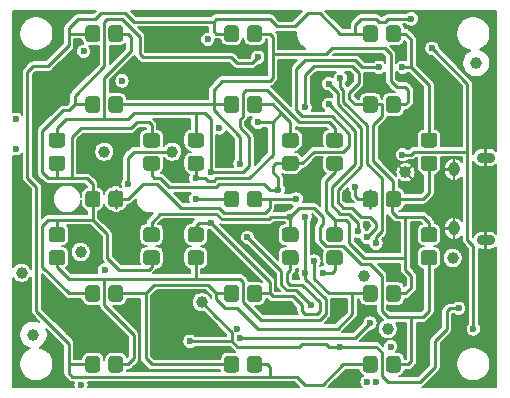
<source format=gbr>
%TF.GenerationSoftware,KiCad,Pcbnew,(5.1.0-0)*%
%TF.CreationDate,2020-07-09T23:17:02+02:00*%
%TF.ProjectId,POxiM-wristcomputer,504f7869-4d2d-4777-9269-7374636f6d70,A*%
%TF.SameCoordinates,Original*%
%TF.FileFunction,Copper,L4,Bot*%
%TF.FilePolarity,Positive*%
%FSLAX46Y46*%
G04 Gerber Fmt 4.6, Leading zero omitted, Abs format (unit mm)*
G04 Created by KiCad (PCBNEW (5.1.0-0)) date 2020-07-09 23:17:02*
%MOMM*%
%LPD*%
G04 APERTURE LIST*
%TA.AperFunction,ComponentPad*%
%ADD10O,0.950000X1.250000*%
%TD*%
%TA.AperFunction,ComponentPad*%
%ADD11O,1.550000X0.890000*%
%TD*%
%TA.AperFunction,ComponentPad*%
%ADD12C,1.000000*%
%TD*%
%TA.AperFunction,BGAPad,CuDef*%
%ADD13C,1.000000*%
%TD*%
%TA.AperFunction,Conductor*%
%ADD14C,0.100000*%
%TD*%
%TA.AperFunction,SMDPad,CuDef*%
%ADD15C,1.250000*%
%TD*%
%TA.AperFunction,ViaPad*%
%ADD16C,0.600000*%
%TD*%
%TA.AperFunction,Conductor*%
%ADD17C,0.250000*%
%TD*%
%TA.AperFunction,Conductor*%
%ADD18C,0.200000*%
%TD*%
G04 APERTURE END LIST*
D10*
%TO.P,J1,6*%
%TO.N,GND*%
X107850000Y-129000000D03*
X107850000Y-134000000D03*
D11*
X110550000Y-128000000D03*
X110550000Y-135000000D03*
%TD*%
D12*
%TO.P,TP9,1*%
%TO.N,+3V3*%
X86500000Y-140250000D03*
%TD*%
%TO.P,TP8,1*%
%TO.N,/Signal conditioning/LEDOut.IR*%
X78250000Y-127500000D03*
%TD*%
%TO.P,TP7,1*%
%TO.N,GNDA*%
X76250000Y-136000000D03*
%TD*%
%TO.P,TP6,1*%
%TO.N,/Signal conditioning/LEDOut.Red*%
X84000000Y-127500000D03*
%TD*%
%TO.P,TP5,1*%
%TO.N,/Signal conditioning/PhotoDiode*%
X71250000Y-137750000D03*
%TD*%
%TO.P,TP4,1*%
%TO.N,GND*%
X103750000Y-129250000D03*
%TD*%
%TO.P,TP3,1*%
%TO.N,/USB interface/DataTX*%
X102250000Y-142500000D03*
%TD*%
%TO.P,TP2,1*%
%TO.N,/Microcontroller/SWIM*%
X100250000Y-138000000D03*
%TD*%
%TO.P,TP1,1*%
%TO.N,/USB interface/5V_input*%
X107750000Y-136500000D03*
%TD*%
D13*
%TO.P,FID2,*%
%TO.N,*%
X72250000Y-143000000D03*
%TD*%
%TO.P,FID1,*%
%TO.N,*%
X109750000Y-120000000D03*
%TD*%
D14*
%TO.N,Net-(D22-Pad1)*%
%TO.C,D33*%
G36*
X77618130Y-138801505D02*
G01*
X77648466Y-138806005D01*
X77678214Y-138813456D01*
X77707089Y-138823788D01*
X77734811Y-138836900D01*
X77761116Y-138852666D01*
X77785748Y-138870934D01*
X77808471Y-138891529D01*
X77829066Y-138914252D01*
X77847334Y-138938884D01*
X77863100Y-138965189D01*
X77876212Y-138992911D01*
X77886544Y-139021786D01*
X77893995Y-139051534D01*
X77898495Y-139081870D01*
X77900000Y-139112500D01*
X77900000Y-139887500D01*
X77898495Y-139918130D01*
X77893995Y-139948466D01*
X77886544Y-139978214D01*
X77876212Y-140007089D01*
X77863100Y-140034811D01*
X77847334Y-140061116D01*
X77829066Y-140085748D01*
X77808471Y-140108471D01*
X77785748Y-140129066D01*
X77761116Y-140147334D01*
X77734811Y-140163100D01*
X77707089Y-140176212D01*
X77678214Y-140186544D01*
X77648466Y-140193995D01*
X77618130Y-140198495D01*
X77587500Y-140200000D01*
X76962500Y-140200000D01*
X76931870Y-140198495D01*
X76901534Y-140193995D01*
X76871786Y-140186544D01*
X76842911Y-140176212D01*
X76815189Y-140163100D01*
X76788884Y-140147334D01*
X76764252Y-140129066D01*
X76741529Y-140108471D01*
X76720934Y-140085748D01*
X76702666Y-140061116D01*
X76686900Y-140034811D01*
X76673788Y-140007089D01*
X76663456Y-139978214D01*
X76656005Y-139948466D01*
X76651505Y-139918130D01*
X76650000Y-139887500D01*
X76650000Y-139112500D01*
X76651505Y-139081870D01*
X76656005Y-139051534D01*
X76663456Y-139021786D01*
X76673788Y-138992911D01*
X76686900Y-138965189D01*
X76702666Y-138938884D01*
X76720934Y-138914252D01*
X76741529Y-138891529D01*
X76764252Y-138870934D01*
X76788884Y-138852666D01*
X76815189Y-138836900D01*
X76842911Y-138823788D01*
X76871786Y-138813456D01*
X76901534Y-138806005D01*
X76931870Y-138801505D01*
X76962500Y-138800000D01*
X77587500Y-138800000D01*
X77618130Y-138801505D01*
X77618130Y-138801505D01*
G37*
D15*
%TD*%
%TO.P,D33,1*%
%TO.N,Net-(D22-Pad1)*%
X77275000Y-139500000D03*
D14*
%TO.N,/Display/Segment6*%
%TO.C,D33*%
G36*
X79568130Y-138801505D02*
G01*
X79598466Y-138806005D01*
X79628214Y-138813456D01*
X79657089Y-138823788D01*
X79684811Y-138836900D01*
X79711116Y-138852666D01*
X79735748Y-138870934D01*
X79758471Y-138891529D01*
X79779066Y-138914252D01*
X79797334Y-138938884D01*
X79813100Y-138965189D01*
X79826212Y-138992911D01*
X79836544Y-139021786D01*
X79843995Y-139051534D01*
X79848495Y-139081870D01*
X79850000Y-139112500D01*
X79850000Y-139887500D01*
X79848495Y-139918130D01*
X79843995Y-139948466D01*
X79836544Y-139978214D01*
X79826212Y-140007089D01*
X79813100Y-140034811D01*
X79797334Y-140061116D01*
X79779066Y-140085748D01*
X79758471Y-140108471D01*
X79735748Y-140129066D01*
X79711116Y-140147334D01*
X79684811Y-140163100D01*
X79657089Y-140176212D01*
X79628214Y-140186544D01*
X79598466Y-140193995D01*
X79568130Y-140198495D01*
X79537500Y-140200000D01*
X78912500Y-140200000D01*
X78881870Y-140198495D01*
X78851534Y-140193995D01*
X78821786Y-140186544D01*
X78792911Y-140176212D01*
X78765189Y-140163100D01*
X78738884Y-140147334D01*
X78714252Y-140129066D01*
X78691529Y-140108471D01*
X78670934Y-140085748D01*
X78652666Y-140061116D01*
X78636900Y-140034811D01*
X78623788Y-140007089D01*
X78613456Y-139978214D01*
X78606005Y-139948466D01*
X78601505Y-139918130D01*
X78600000Y-139887500D01*
X78600000Y-139112500D01*
X78601505Y-139081870D01*
X78606005Y-139051534D01*
X78613456Y-139021786D01*
X78623788Y-138992911D01*
X78636900Y-138965189D01*
X78652666Y-138938884D01*
X78670934Y-138914252D01*
X78691529Y-138891529D01*
X78714252Y-138870934D01*
X78738884Y-138852666D01*
X78765189Y-138836900D01*
X78792911Y-138823788D01*
X78821786Y-138813456D01*
X78851534Y-138806005D01*
X78881870Y-138801505D01*
X78912500Y-138800000D01*
X79537500Y-138800000D01*
X79568130Y-138801505D01*
X79568130Y-138801505D01*
G37*
D15*
%TD*%
%TO.P,D33,2*%
%TO.N,/Display/Segment6*%
X79225000Y-139500000D03*
D14*
%TO.N,Net-(D22-Pad1)*%
%TO.C,D32*%
G36*
X74668130Y-133901505D02*
G01*
X74698466Y-133906005D01*
X74728214Y-133913456D01*
X74757089Y-133923788D01*
X74784811Y-133936900D01*
X74811116Y-133952666D01*
X74835748Y-133970934D01*
X74858471Y-133991529D01*
X74879066Y-134014252D01*
X74897334Y-134038884D01*
X74913100Y-134065189D01*
X74926212Y-134092911D01*
X74936544Y-134121786D01*
X74943995Y-134151534D01*
X74948495Y-134181870D01*
X74950000Y-134212500D01*
X74950000Y-134837500D01*
X74948495Y-134868130D01*
X74943995Y-134898466D01*
X74936544Y-134928214D01*
X74926212Y-134957089D01*
X74913100Y-134984811D01*
X74897334Y-135011116D01*
X74879066Y-135035748D01*
X74858471Y-135058471D01*
X74835748Y-135079066D01*
X74811116Y-135097334D01*
X74784811Y-135113100D01*
X74757089Y-135126212D01*
X74728214Y-135136544D01*
X74698466Y-135143995D01*
X74668130Y-135148495D01*
X74637500Y-135150000D01*
X73862500Y-135150000D01*
X73831870Y-135148495D01*
X73801534Y-135143995D01*
X73771786Y-135136544D01*
X73742911Y-135126212D01*
X73715189Y-135113100D01*
X73688884Y-135097334D01*
X73664252Y-135079066D01*
X73641529Y-135058471D01*
X73620934Y-135035748D01*
X73602666Y-135011116D01*
X73586900Y-134984811D01*
X73573788Y-134957089D01*
X73563456Y-134928214D01*
X73556005Y-134898466D01*
X73551505Y-134868130D01*
X73550000Y-134837500D01*
X73550000Y-134212500D01*
X73551505Y-134181870D01*
X73556005Y-134151534D01*
X73563456Y-134121786D01*
X73573788Y-134092911D01*
X73586900Y-134065189D01*
X73602666Y-134038884D01*
X73620934Y-134014252D01*
X73641529Y-133991529D01*
X73664252Y-133970934D01*
X73688884Y-133952666D01*
X73715189Y-133936900D01*
X73742911Y-133923788D01*
X73771786Y-133913456D01*
X73801534Y-133906005D01*
X73831870Y-133901505D01*
X73862500Y-133900000D01*
X74637500Y-133900000D01*
X74668130Y-133901505D01*
X74668130Y-133901505D01*
G37*
D15*
%TD*%
%TO.P,D32,1*%
%TO.N,Net-(D22-Pad1)*%
X74250000Y-134525000D03*
D14*
%TO.N,/Display/Segment5*%
%TO.C,D32*%
G36*
X74668130Y-135851505D02*
G01*
X74698466Y-135856005D01*
X74728214Y-135863456D01*
X74757089Y-135873788D01*
X74784811Y-135886900D01*
X74811116Y-135902666D01*
X74835748Y-135920934D01*
X74858471Y-135941529D01*
X74879066Y-135964252D01*
X74897334Y-135988884D01*
X74913100Y-136015189D01*
X74926212Y-136042911D01*
X74936544Y-136071786D01*
X74943995Y-136101534D01*
X74948495Y-136131870D01*
X74950000Y-136162500D01*
X74950000Y-136787500D01*
X74948495Y-136818130D01*
X74943995Y-136848466D01*
X74936544Y-136878214D01*
X74926212Y-136907089D01*
X74913100Y-136934811D01*
X74897334Y-136961116D01*
X74879066Y-136985748D01*
X74858471Y-137008471D01*
X74835748Y-137029066D01*
X74811116Y-137047334D01*
X74784811Y-137063100D01*
X74757089Y-137076212D01*
X74728214Y-137086544D01*
X74698466Y-137093995D01*
X74668130Y-137098495D01*
X74637500Y-137100000D01*
X73862500Y-137100000D01*
X73831870Y-137098495D01*
X73801534Y-137093995D01*
X73771786Y-137086544D01*
X73742911Y-137076212D01*
X73715189Y-137063100D01*
X73688884Y-137047334D01*
X73664252Y-137029066D01*
X73641529Y-137008471D01*
X73620934Y-136985748D01*
X73602666Y-136961116D01*
X73586900Y-136934811D01*
X73573788Y-136907089D01*
X73563456Y-136878214D01*
X73556005Y-136848466D01*
X73551505Y-136818130D01*
X73550000Y-136787500D01*
X73550000Y-136162500D01*
X73551505Y-136131870D01*
X73556005Y-136101534D01*
X73563456Y-136071786D01*
X73573788Y-136042911D01*
X73586900Y-136015189D01*
X73602666Y-135988884D01*
X73620934Y-135964252D01*
X73641529Y-135941529D01*
X73664252Y-135920934D01*
X73688884Y-135902666D01*
X73715189Y-135886900D01*
X73742911Y-135873788D01*
X73771786Y-135863456D01*
X73801534Y-135856005D01*
X73831870Y-135851505D01*
X73862500Y-135850000D01*
X74637500Y-135850000D01*
X74668130Y-135851505D01*
X74668130Y-135851505D01*
G37*
D15*
%TD*%
%TO.P,D32,2*%
%TO.N,/Display/Segment5*%
X74250000Y-136475000D03*
D14*
%TO.N,/Display/Segment5*%
%TO.C,D31*%
G36*
X79568130Y-144801505D02*
G01*
X79598466Y-144806005D01*
X79628214Y-144813456D01*
X79657089Y-144823788D01*
X79684811Y-144836900D01*
X79711116Y-144852666D01*
X79735748Y-144870934D01*
X79758471Y-144891529D01*
X79779066Y-144914252D01*
X79797334Y-144938884D01*
X79813100Y-144965189D01*
X79826212Y-144992911D01*
X79836544Y-145021786D01*
X79843995Y-145051534D01*
X79848495Y-145081870D01*
X79850000Y-145112500D01*
X79850000Y-145887500D01*
X79848495Y-145918130D01*
X79843995Y-145948466D01*
X79836544Y-145978214D01*
X79826212Y-146007089D01*
X79813100Y-146034811D01*
X79797334Y-146061116D01*
X79779066Y-146085748D01*
X79758471Y-146108471D01*
X79735748Y-146129066D01*
X79711116Y-146147334D01*
X79684811Y-146163100D01*
X79657089Y-146176212D01*
X79628214Y-146186544D01*
X79598466Y-146193995D01*
X79568130Y-146198495D01*
X79537500Y-146200000D01*
X78912500Y-146200000D01*
X78881870Y-146198495D01*
X78851534Y-146193995D01*
X78821786Y-146186544D01*
X78792911Y-146176212D01*
X78765189Y-146163100D01*
X78738884Y-146147334D01*
X78714252Y-146129066D01*
X78691529Y-146108471D01*
X78670934Y-146085748D01*
X78652666Y-146061116D01*
X78636900Y-146034811D01*
X78623788Y-146007089D01*
X78613456Y-145978214D01*
X78606005Y-145948466D01*
X78601505Y-145918130D01*
X78600000Y-145887500D01*
X78600000Y-145112500D01*
X78601505Y-145081870D01*
X78606005Y-145051534D01*
X78613456Y-145021786D01*
X78623788Y-144992911D01*
X78636900Y-144965189D01*
X78652666Y-144938884D01*
X78670934Y-144914252D01*
X78691529Y-144891529D01*
X78714252Y-144870934D01*
X78738884Y-144852666D01*
X78765189Y-144836900D01*
X78792911Y-144823788D01*
X78821786Y-144813456D01*
X78851534Y-144806005D01*
X78881870Y-144801505D01*
X78912500Y-144800000D01*
X79537500Y-144800000D01*
X79568130Y-144801505D01*
X79568130Y-144801505D01*
G37*
D15*
%TD*%
%TO.P,D31,1*%
%TO.N,/Display/Segment5*%
X79225000Y-145500000D03*
D14*
%TO.N,Net-(D21-Pad2)*%
%TO.C,D31*%
G36*
X77618130Y-144801505D02*
G01*
X77648466Y-144806005D01*
X77678214Y-144813456D01*
X77707089Y-144823788D01*
X77734811Y-144836900D01*
X77761116Y-144852666D01*
X77785748Y-144870934D01*
X77808471Y-144891529D01*
X77829066Y-144914252D01*
X77847334Y-144938884D01*
X77863100Y-144965189D01*
X77876212Y-144992911D01*
X77886544Y-145021786D01*
X77893995Y-145051534D01*
X77898495Y-145081870D01*
X77900000Y-145112500D01*
X77900000Y-145887500D01*
X77898495Y-145918130D01*
X77893995Y-145948466D01*
X77886544Y-145978214D01*
X77876212Y-146007089D01*
X77863100Y-146034811D01*
X77847334Y-146061116D01*
X77829066Y-146085748D01*
X77808471Y-146108471D01*
X77785748Y-146129066D01*
X77761116Y-146147334D01*
X77734811Y-146163100D01*
X77707089Y-146176212D01*
X77678214Y-146186544D01*
X77648466Y-146193995D01*
X77618130Y-146198495D01*
X77587500Y-146200000D01*
X76962500Y-146200000D01*
X76931870Y-146198495D01*
X76901534Y-146193995D01*
X76871786Y-146186544D01*
X76842911Y-146176212D01*
X76815189Y-146163100D01*
X76788884Y-146147334D01*
X76764252Y-146129066D01*
X76741529Y-146108471D01*
X76720934Y-146085748D01*
X76702666Y-146061116D01*
X76686900Y-146034811D01*
X76673788Y-146007089D01*
X76663456Y-145978214D01*
X76656005Y-145948466D01*
X76651505Y-145918130D01*
X76650000Y-145887500D01*
X76650000Y-145112500D01*
X76651505Y-145081870D01*
X76656005Y-145051534D01*
X76663456Y-145021786D01*
X76673788Y-144992911D01*
X76686900Y-144965189D01*
X76702666Y-144938884D01*
X76720934Y-144914252D01*
X76741529Y-144891529D01*
X76764252Y-144870934D01*
X76788884Y-144852666D01*
X76815189Y-144836900D01*
X76842911Y-144823788D01*
X76871786Y-144813456D01*
X76901534Y-144806005D01*
X76931870Y-144801505D01*
X76962500Y-144800000D01*
X77587500Y-144800000D01*
X77618130Y-144801505D01*
X77618130Y-144801505D01*
G37*
D15*
%TD*%
%TO.P,D31,2*%
%TO.N,Net-(D21-Pad2)*%
X77275000Y-145500000D03*
D14*
%TO.N,Net-(D22-Pad1)*%
%TO.C,D30*%
G36*
X82668130Y-135851505D02*
G01*
X82698466Y-135856005D01*
X82728214Y-135863456D01*
X82757089Y-135873788D01*
X82784811Y-135886900D01*
X82811116Y-135902666D01*
X82835748Y-135920934D01*
X82858471Y-135941529D01*
X82879066Y-135964252D01*
X82897334Y-135988884D01*
X82913100Y-136015189D01*
X82926212Y-136042911D01*
X82936544Y-136071786D01*
X82943995Y-136101534D01*
X82948495Y-136131870D01*
X82950000Y-136162500D01*
X82950000Y-136787500D01*
X82948495Y-136818130D01*
X82943995Y-136848466D01*
X82936544Y-136878214D01*
X82926212Y-136907089D01*
X82913100Y-136934811D01*
X82897334Y-136961116D01*
X82879066Y-136985748D01*
X82858471Y-137008471D01*
X82835748Y-137029066D01*
X82811116Y-137047334D01*
X82784811Y-137063100D01*
X82757089Y-137076212D01*
X82728214Y-137086544D01*
X82698466Y-137093995D01*
X82668130Y-137098495D01*
X82637500Y-137100000D01*
X81862500Y-137100000D01*
X81831870Y-137098495D01*
X81801534Y-137093995D01*
X81771786Y-137086544D01*
X81742911Y-137076212D01*
X81715189Y-137063100D01*
X81688884Y-137047334D01*
X81664252Y-137029066D01*
X81641529Y-137008471D01*
X81620934Y-136985748D01*
X81602666Y-136961116D01*
X81586900Y-136934811D01*
X81573788Y-136907089D01*
X81563456Y-136878214D01*
X81556005Y-136848466D01*
X81551505Y-136818130D01*
X81550000Y-136787500D01*
X81550000Y-136162500D01*
X81551505Y-136131870D01*
X81556005Y-136101534D01*
X81563456Y-136071786D01*
X81573788Y-136042911D01*
X81586900Y-136015189D01*
X81602666Y-135988884D01*
X81620934Y-135964252D01*
X81641529Y-135941529D01*
X81664252Y-135920934D01*
X81688884Y-135902666D01*
X81715189Y-135886900D01*
X81742911Y-135873788D01*
X81771786Y-135863456D01*
X81801534Y-135856005D01*
X81831870Y-135851505D01*
X81862500Y-135850000D01*
X82637500Y-135850000D01*
X82668130Y-135851505D01*
X82668130Y-135851505D01*
G37*
D15*
%TD*%
%TO.P,D30,1*%
%TO.N,Net-(D22-Pad1)*%
X82250000Y-136475000D03*
D14*
%TO.N,/Display/Segment4*%
%TO.C,D30*%
G36*
X82668130Y-133901505D02*
G01*
X82698466Y-133906005D01*
X82728214Y-133913456D01*
X82757089Y-133923788D01*
X82784811Y-133936900D01*
X82811116Y-133952666D01*
X82835748Y-133970934D01*
X82858471Y-133991529D01*
X82879066Y-134014252D01*
X82897334Y-134038884D01*
X82913100Y-134065189D01*
X82926212Y-134092911D01*
X82936544Y-134121786D01*
X82943995Y-134151534D01*
X82948495Y-134181870D01*
X82950000Y-134212500D01*
X82950000Y-134837500D01*
X82948495Y-134868130D01*
X82943995Y-134898466D01*
X82936544Y-134928214D01*
X82926212Y-134957089D01*
X82913100Y-134984811D01*
X82897334Y-135011116D01*
X82879066Y-135035748D01*
X82858471Y-135058471D01*
X82835748Y-135079066D01*
X82811116Y-135097334D01*
X82784811Y-135113100D01*
X82757089Y-135126212D01*
X82728214Y-135136544D01*
X82698466Y-135143995D01*
X82668130Y-135148495D01*
X82637500Y-135150000D01*
X81862500Y-135150000D01*
X81831870Y-135148495D01*
X81801534Y-135143995D01*
X81771786Y-135136544D01*
X81742911Y-135126212D01*
X81715189Y-135113100D01*
X81688884Y-135097334D01*
X81664252Y-135079066D01*
X81641529Y-135058471D01*
X81620934Y-135035748D01*
X81602666Y-135011116D01*
X81586900Y-134984811D01*
X81573788Y-134957089D01*
X81563456Y-134928214D01*
X81556005Y-134898466D01*
X81551505Y-134868130D01*
X81550000Y-134837500D01*
X81550000Y-134212500D01*
X81551505Y-134181870D01*
X81556005Y-134151534D01*
X81563456Y-134121786D01*
X81573788Y-134092911D01*
X81586900Y-134065189D01*
X81602666Y-134038884D01*
X81620934Y-134014252D01*
X81641529Y-133991529D01*
X81664252Y-133970934D01*
X81688884Y-133952666D01*
X81715189Y-133936900D01*
X81742911Y-133923788D01*
X81771786Y-133913456D01*
X81801534Y-133906005D01*
X81831870Y-133901505D01*
X81862500Y-133900000D01*
X82637500Y-133900000D01*
X82668130Y-133901505D01*
X82668130Y-133901505D01*
G37*
D15*
%TD*%
%TO.P,D30,2*%
%TO.N,/Display/Segment4*%
X82250000Y-134525000D03*
D14*
%TO.N,/Display/Segment4*%
%TO.C,D29*%
G36*
X103068130Y-144801505D02*
G01*
X103098466Y-144806005D01*
X103128214Y-144813456D01*
X103157089Y-144823788D01*
X103184811Y-144836900D01*
X103211116Y-144852666D01*
X103235748Y-144870934D01*
X103258471Y-144891529D01*
X103279066Y-144914252D01*
X103297334Y-144938884D01*
X103313100Y-144965189D01*
X103326212Y-144992911D01*
X103336544Y-145021786D01*
X103343995Y-145051534D01*
X103348495Y-145081870D01*
X103350000Y-145112500D01*
X103350000Y-145887500D01*
X103348495Y-145918130D01*
X103343995Y-145948466D01*
X103336544Y-145978214D01*
X103326212Y-146007089D01*
X103313100Y-146034811D01*
X103297334Y-146061116D01*
X103279066Y-146085748D01*
X103258471Y-146108471D01*
X103235748Y-146129066D01*
X103211116Y-146147334D01*
X103184811Y-146163100D01*
X103157089Y-146176212D01*
X103128214Y-146186544D01*
X103098466Y-146193995D01*
X103068130Y-146198495D01*
X103037500Y-146200000D01*
X102412500Y-146200000D01*
X102381870Y-146198495D01*
X102351534Y-146193995D01*
X102321786Y-146186544D01*
X102292911Y-146176212D01*
X102265189Y-146163100D01*
X102238884Y-146147334D01*
X102214252Y-146129066D01*
X102191529Y-146108471D01*
X102170934Y-146085748D01*
X102152666Y-146061116D01*
X102136900Y-146034811D01*
X102123788Y-146007089D01*
X102113456Y-145978214D01*
X102106005Y-145948466D01*
X102101505Y-145918130D01*
X102100000Y-145887500D01*
X102100000Y-145112500D01*
X102101505Y-145081870D01*
X102106005Y-145051534D01*
X102113456Y-145021786D01*
X102123788Y-144992911D01*
X102136900Y-144965189D01*
X102152666Y-144938884D01*
X102170934Y-144914252D01*
X102191529Y-144891529D01*
X102214252Y-144870934D01*
X102238884Y-144852666D01*
X102265189Y-144836900D01*
X102292911Y-144823788D01*
X102321786Y-144813456D01*
X102351534Y-144806005D01*
X102381870Y-144801505D01*
X102412500Y-144800000D01*
X103037500Y-144800000D01*
X103068130Y-144801505D01*
X103068130Y-144801505D01*
G37*
D15*
%TD*%
%TO.P,D29,1*%
%TO.N,/Display/Segment4*%
X102725000Y-145500000D03*
D14*
%TO.N,Net-(D21-Pad2)*%
%TO.C,D29*%
G36*
X101118130Y-144801505D02*
G01*
X101148466Y-144806005D01*
X101178214Y-144813456D01*
X101207089Y-144823788D01*
X101234811Y-144836900D01*
X101261116Y-144852666D01*
X101285748Y-144870934D01*
X101308471Y-144891529D01*
X101329066Y-144914252D01*
X101347334Y-144938884D01*
X101363100Y-144965189D01*
X101376212Y-144992911D01*
X101386544Y-145021786D01*
X101393995Y-145051534D01*
X101398495Y-145081870D01*
X101400000Y-145112500D01*
X101400000Y-145887500D01*
X101398495Y-145918130D01*
X101393995Y-145948466D01*
X101386544Y-145978214D01*
X101376212Y-146007089D01*
X101363100Y-146034811D01*
X101347334Y-146061116D01*
X101329066Y-146085748D01*
X101308471Y-146108471D01*
X101285748Y-146129066D01*
X101261116Y-146147334D01*
X101234811Y-146163100D01*
X101207089Y-146176212D01*
X101178214Y-146186544D01*
X101148466Y-146193995D01*
X101118130Y-146198495D01*
X101087500Y-146200000D01*
X100462500Y-146200000D01*
X100431870Y-146198495D01*
X100401534Y-146193995D01*
X100371786Y-146186544D01*
X100342911Y-146176212D01*
X100315189Y-146163100D01*
X100288884Y-146147334D01*
X100264252Y-146129066D01*
X100241529Y-146108471D01*
X100220934Y-146085748D01*
X100202666Y-146061116D01*
X100186900Y-146034811D01*
X100173788Y-146007089D01*
X100163456Y-145978214D01*
X100156005Y-145948466D01*
X100151505Y-145918130D01*
X100150000Y-145887500D01*
X100150000Y-145112500D01*
X100151505Y-145081870D01*
X100156005Y-145051534D01*
X100163456Y-145021786D01*
X100173788Y-144992911D01*
X100186900Y-144965189D01*
X100202666Y-144938884D01*
X100220934Y-144914252D01*
X100241529Y-144891529D01*
X100264252Y-144870934D01*
X100288884Y-144852666D01*
X100315189Y-144836900D01*
X100342911Y-144823788D01*
X100371786Y-144813456D01*
X100401534Y-144806005D01*
X100431870Y-144801505D01*
X100462500Y-144800000D01*
X101087500Y-144800000D01*
X101118130Y-144801505D01*
X101118130Y-144801505D01*
G37*
D15*
%TD*%
%TO.P,D29,2*%
%TO.N,Net-(D21-Pad2)*%
X100775000Y-145500000D03*
D14*
%TO.N,Net-(D22-Pad1)*%
%TO.C,D28*%
G36*
X77618130Y-130801505D02*
G01*
X77648466Y-130806005D01*
X77678214Y-130813456D01*
X77707089Y-130823788D01*
X77734811Y-130836900D01*
X77761116Y-130852666D01*
X77785748Y-130870934D01*
X77808471Y-130891529D01*
X77829066Y-130914252D01*
X77847334Y-130938884D01*
X77863100Y-130965189D01*
X77876212Y-130992911D01*
X77886544Y-131021786D01*
X77893995Y-131051534D01*
X77898495Y-131081870D01*
X77900000Y-131112500D01*
X77900000Y-131887500D01*
X77898495Y-131918130D01*
X77893995Y-131948466D01*
X77886544Y-131978214D01*
X77876212Y-132007089D01*
X77863100Y-132034811D01*
X77847334Y-132061116D01*
X77829066Y-132085748D01*
X77808471Y-132108471D01*
X77785748Y-132129066D01*
X77761116Y-132147334D01*
X77734811Y-132163100D01*
X77707089Y-132176212D01*
X77678214Y-132186544D01*
X77648466Y-132193995D01*
X77618130Y-132198495D01*
X77587500Y-132200000D01*
X76962500Y-132200000D01*
X76931870Y-132198495D01*
X76901534Y-132193995D01*
X76871786Y-132186544D01*
X76842911Y-132176212D01*
X76815189Y-132163100D01*
X76788884Y-132147334D01*
X76764252Y-132129066D01*
X76741529Y-132108471D01*
X76720934Y-132085748D01*
X76702666Y-132061116D01*
X76686900Y-132034811D01*
X76673788Y-132007089D01*
X76663456Y-131978214D01*
X76656005Y-131948466D01*
X76651505Y-131918130D01*
X76650000Y-131887500D01*
X76650000Y-131112500D01*
X76651505Y-131081870D01*
X76656005Y-131051534D01*
X76663456Y-131021786D01*
X76673788Y-130992911D01*
X76686900Y-130965189D01*
X76702666Y-130938884D01*
X76720934Y-130914252D01*
X76741529Y-130891529D01*
X76764252Y-130870934D01*
X76788884Y-130852666D01*
X76815189Y-130836900D01*
X76842911Y-130823788D01*
X76871786Y-130813456D01*
X76901534Y-130806005D01*
X76931870Y-130801505D01*
X76962500Y-130800000D01*
X77587500Y-130800000D01*
X77618130Y-130801505D01*
X77618130Y-130801505D01*
G37*
D15*
%TD*%
%TO.P,D28,1*%
%TO.N,Net-(D22-Pad1)*%
X77275000Y-131500000D03*
D14*
%TO.N,/Display/Segment3*%
%TO.C,D28*%
G36*
X79568130Y-130801505D02*
G01*
X79598466Y-130806005D01*
X79628214Y-130813456D01*
X79657089Y-130823788D01*
X79684811Y-130836900D01*
X79711116Y-130852666D01*
X79735748Y-130870934D01*
X79758471Y-130891529D01*
X79779066Y-130914252D01*
X79797334Y-130938884D01*
X79813100Y-130965189D01*
X79826212Y-130992911D01*
X79836544Y-131021786D01*
X79843995Y-131051534D01*
X79848495Y-131081870D01*
X79850000Y-131112500D01*
X79850000Y-131887500D01*
X79848495Y-131918130D01*
X79843995Y-131948466D01*
X79836544Y-131978214D01*
X79826212Y-132007089D01*
X79813100Y-132034811D01*
X79797334Y-132061116D01*
X79779066Y-132085748D01*
X79758471Y-132108471D01*
X79735748Y-132129066D01*
X79711116Y-132147334D01*
X79684811Y-132163100D01*
X79657089Y-132176212D01*
X79628214Y-132186544D01*
X79598466Y-132193995D01*
X79568130Y-132198495D01*
X79537500Y-132200000D01*
X78912500Y-132200000D01*
X78881870Y-132198495D01*
X78851534Y-132193995D01*
X78821786Y-132186544D01*
X78792911Y-132176212D01*
X78765189Y-132163100D01*
X78738884Y-132147334D01*
X78714252Y-132129066D01*
X78691529Y-132108471D01*
X78670934Y-132085748D01*
X78652666Y-132061116D01*
X78636900Y-132034811D01*
X78623788Y-132007089D01*
X78613456Y-131978214D01*
X78606005Y-131948466D01*
X78601505Y-131918130D01*
X78600000Y-131887500D01*
X78600000Y-131112500D01*
X78601505Y-131081870D01*
X78606005Y-131051534D01*
X78613456Y-131021786D01*
X78623788Y-130992911D01*
X78636900Y-130965189D01*
X78652666Y-130938884D01*
X78670934Y-130914252D01*
X78691529Y-130891529D01*
X78714252Y-130870934D01*
X78738884Y-130852666D01*
X78765189Y-130836900D01*
X78792911Y-130823788D01*
X78821786Y-130813456D01*
X78851534Y-130806005D01*
X78881870Y-130801505D01*
X78912500Y-130800000D01*
X79537500Y-130800000D01*
X79568130Y-130801505D01*
X79568130Y-130801505D01*
G37*
D15*
%TD*%
%TO.P,D28,2*%
%TO.N,/Display/Segment3*%
X79225000Y-131500000D03*
D14*
%TO.N,/Display/Segment6*%
%TO.C,D27*%
G36*
X89368130Y-144801505D02*
G01*
X89398466Y-144806005D01*
X89428214Y-144813456D01*
X89457089Y-144823788D01*
X89484811Y-144836900D01*
X89511116Y-144852666D01*
X89535748Y-144870934D01*
X89558471Y-144891529D01*
X89579066Y-144914252D01*
X89597334Y-144938884D01*
X89613100Y-144965189D01*
X89626212Y-144992911D01*
X89636544Y-145021786D01*
X89643995Y-145051534D01*
X89648495Y-145081870D01*
X89650000Y-145112500D01*
X89650000Y-145887500D01*
X89648495Y-145918130D01*
X89643995Y-145948466D01*
X89636544Y-145978214D01*
X89626212Y-146007089D01*
X89613100Y-146034811D01*
X89597334Y-146061116D01*
X89579066Y-146085748D01*
X89558471Y-146108471D01*
X89535748Y-146129066D01*
X89511116Y-146147334D01*
X89484811Y-146163100D01*
X89457089Y-146176212D01*
X89428214Y-146186544D01*
X89398466Y-146193995D01*
X89368130Y-146198495D01*
X89337500Y-146200000D01*
X88712500Y-146200000D01*
X88681870Y-146198495D01*
X88651534Y-146193995D01*
X88621786Y-146186544D01*
X88592911Y-146176212D01*
X88565189Y-146163100D01*
X88538884Y-146147334D01*
X88514252Y-146129066D01*
X88491529Y-146108471D01*
X88470934Y-146085748D01*
X88452666Y-146061116D01*
X88436900Y-146034811D01*
X88423788Y-146007089D01*
X88413456Y-145978214D01*
X88406005Y-145948466D01*
X88401505Y-145918130D01*
X88400000Y-145887500D01*
X88400000Y-145112500D01*
X88401505Y-145081870D01*
X88406005Y-145051534D01*
X88413456Y-145021786D01*
X88423788Y-144992911D01*
X88436900Y-144965189D01*
X88452666Y-144938884D01*
X88470934Y-144914252D01*
X88491529Y-144891529D01*
X88514252Y-144870934D01*
X88538884Y-144852666D01*
X88565189Y-144836900D01*
X88592911Y-144823788D01*
X88621786Y-144813456D01*
X88651534Y-144806005D01*
X88681870Y-144801505D01*
X88712500Y-144800000D01*
X89337500Y-144800000D01*
X89368130Y-144801505D01*
X89368130Y-144801505D01*
G37*
D15*
%TD*%
%TO.P,D27,1*%
%TO.N,/Display/Segment6*%
X89025000Y-145500000D03*
D14*
%TO.N,Net-(D21-Pad2)*%
%TO.C,D27*%
G36*
X91318130Y-144801505D02*
G01*
X91348466Y-144806005D01*
X91378214Y-144813456D01*
X91407089Y-144823788D01*
X91434811Y-144836900D01*
X91461116Y-144852666D01*
X91485748Y-144870934D01*
X91508471Y-144891529D01*
X91529066Y-144914252D01*
X91547334Y-144938884D01*
X91563100Y-144965189D01*
X91576212Y-144992911D01*
X91586544Y-145021786D01*
X91593995Y-145051534D01*
X91598495Y-145081870D01*
X91600000Y-145112500D01*
X91600000Y-145887500D01*
X91598495Y-145918130D01*
X91593995Y-145948466D01*
X91586544Y-145978214D01*
X91576212Y-146007089D01*
X91563100Y-146034811D01*
X91547334Y-146061116D01*
X91529066Y-146085748D01*
X91508471Y-146108471D01*
X91485748Y-146129066D01*
X91461116Y-146147334D01*
X91434811Y-146163100D01*
X91407089Y-146176212D01*
X91378214Y-146186544D01*
X91348466Y-146193995D01*
X91318130Y-146198495D01*
X91287500Y-146200000D01*
X90662500Y-146200000D01*
X90631870Y-146198495D01*
X90601534Y-146193995D01*
X90571786Y-146186544D01*
X90542911Y-146176212D01*
X90515189Y-146163100D01*
X90488884Y-146147334D01*
X90464252Y-146129066D01*
X90441529Y-146108471D01*
X90420934Y-146085748D01*
X90402666Y-146061116D01*
X90386900Y-146034811D01*
X90373788Y-146007089D01*
X90363456Y-145978214D01*
X90356005Y-145948466D01*
X90351505Y-145918130D01*
X90350000Y-145887500D01*
X90350000Y-145112500D01*
X90351505Y-145081870D01*
X90356005Y-145051534D01*
X90363456Y-145021786D01*
X90373788Y-144992911D01*
X90386900Y-144965189D01*
X90402666Y-144938884D01*
X90420934Y-144914252D01*
X90441529Y-144891529D01*
X90464252Y-144870934D01*
X90488884Y-144852666D01*
X90515189Y-144836900D01*
X90542911Y-144823788D01*
X90571786Y-144813456D01*
X90601534Y-144806005D01*
X90631870Y-144801505D01*
X90662500Y-144800000D01*
X91287500Y-144800000D01*
X91318130Y-144801505D01*
X91318130Y-144801505D01*
G37*
D15*
%TD*%
%TO.P,D27,2*%
%TO.N,Net-(D21-Pad2)*%
X90975000Y-145500000D03*
D14*
%TO.N,Net-(D22-Pad1)*%
%TO.C,D26*%
G36*
X74668130Y-127851505D02*
G01*
X74698466Y-127856005D01*
X74728214Y-127863456D01*
X74757089Y-127873788D01*
X74784811Y-127886900D01*
X74811116Y-127902666D01*
X74835748Y-127920934D01*
X74858471Y-127941529D01*
X74879066Y-127964252D01*
X74897334Y-127988884D01*
X74913100Y-128015189D01*
X74926212Y-128042911D01*
X74936544Y-128071786D01*
X74943995Y-128101534D01*
X74948495Y-128131870D01*
X74950000Y-128162500D01*
X74950000Y-128787500D01*
X74948495Y-128818130D01*
X74943995Y-128848466D01*
X74936544Y-128878214D01*
X74926212Y-128907089D01*
X74913100Y-128934811D01*
X74897334Y-128961116D01*
X74879066Y-128985748D01*
X74858471Y-129008471D01*
X74835748Y-129029066D01*
X74811116Y-129047334D01*
X74784811Y-129063100D01*
X74757089Y-129076212D01*
X74728214Y-129086544D01*
X74698466Y-129093995D01*
X74668130Y-129098495D01*
X74637500Y-129100000D01*
X73862500Y-129100000D01*
X73831870Y-129098495D01*
X73801534Y-129093995D01*
X73771786Y-129086544D01*
X73742911Y-129076212D01*
X73715189Y-129063100D01*
X73688884Y-129047334D01*
X73664252Y-129029066D01*
X73641529Y-129008471D01*
X73620934Y-128985748D01*
X73602666Y-128961116D01*
X73586900Y-128934811D01*
X73573788Y-128907089D01*
X73563456Y-128878214D01*
X73556005Y-128848466D01*
X73551505Y-128818130D01*
X73550000Y-128787500D01*
X73550000Y-128162500D01*
X73551505Y-128131870D01*
X73556005Y-128101534D01*
X73563456Y-128071786D01*
X73573788Y-128042911D01*
X73586900Y-128015189D01*
X73602666Y-127988884D01*
X73620934Y-127964252D01*
X73641529Y-127941529D01*
X73664252Y-127920934D01*
X73688884Y-127902666D01*
X73715189Y-127886900D01*
X73742911Y-127873788D01*
X73771786Y-127863456D01*
X73801534Y-127856005D01*
X73831870Y-127851505D01*
X73862500Y-127850000D01*
X74637500Y-127850000D01*
X74668130Y-127851505D01*
X74668130Y-127851505D01*
G37*
D15*
%TD*%
%TO.P,D26,1*%
%TO.N,Net-(D22-Pad1)*%
X74250000Y-128475000D03*
D14*
%TO.N,/Display/Segment2*%
%TO.C,D26*%
G36*
X74668130Y-125901505D02*
G01*
X74698466Y-125906005D01*
X74728214Y-125913456D01*
X74757089Y-125923788D01*
X74784811Y-125936900D01*
X74811116Y-125952666D01*
X74835748Y-125970934D01*
X74858471Y-125991529D01*
X74879066Y-126014252D01*
X74897334Y-126038884D01*
X74913100Y-126065189D01*
X74926212Y-126092911D01*
X74936544Y-126121786D01*
X74943995Y-126151534D01*
X74948495Y-126181870D01*
X74950000Y-126212500D01*
X74950000Y-126837500D01*
X74948495Y-126868130D01*
X74943995Y-126898466D01*
X74936544Y-126928214D01*
X74926212Y-126957089D01*
X74913100Y-126984811D01*
X74897334Y-127011116D01*
X74879066Y-127035748D01*
X74858471Y-127058471D01*
X74835748Y-127079066D01*
X74811116Y-127097334D01*
X74784811Y-127113100D01*
X74757089Y-127126212D01*
X74728214Y-127136544D01*
X74698466Y-127143995D01*
X74668130Y-127148495D01*
X74637500Y-127150000D01*
X73862500Y-127150000D01*
X73831870Y-127148495D01*
X73801534Y-127143995D01*
X73771786Y-127136544D01*
X73742911Y-127126212D01*
X73715189Y-127113100D01*
X73688884Y-127097334D01*
X73664252Y-127079066D01*
X73641529Y-127058471D01*
X73620934Y-127035748D01*
X73602666Y-127011116D01*
X73586900Y-126984811D01*
X73573788Y-126957089D01*
X73563456Y-126928214D01*
X73556005Y-126898466D01*
X73551505Y-126868130D01*
X73550000Y-126837500D01*
X73550000Y-126212500D01*
X73551505Y-126181870D01*
X73556005Y-126151534D01*
X73563456Y-126121786D01*
X73573788Y-126092911D01*
X73586900Y-126065189D01*
X73602666Y-126038884D01*
X73620934Y-126014252D01*
X73641529Y-125991529D01*
X73664252Y-125970934D01*
X73688884Y-125952666D01*
X73715189Y-125936900D01*
X73742911Y-125923788D01*
X73771786Y-125913456D01*
X73801534Y-125906005D01*
X73831870Y-125901505D01*
X73862500Y-125900000D01*
X74637500Y-125900000D01*
X74668130Y-125901505D01*
X74668130Y-125901505D01*
G37*
D15*
%TD*%
%TO.P,D26,2*%
%TO.N,/Display/Segment2*%
X74250000Y-126525000D03*
D14*
%TO.N,/Display/Segment2*%
%TO.C,D25*%
G36*
X79568130Y-116801505D02*
G01*
X79598466Y-116806005D01*
X79628214Y-116813456D01*
X79657089Y-116823788D01*
X79684811Y-116836900D01*
X79711116Y-116852666D01*
X79735748Y-116870934D01*
X79758471Y-116891529D01*
X79779066Y-116914252D01*
X79797334Y-116938884D01*
X79813100Y-116965189D01*
X79826212Y-116992911D01*
X79836544Y-117021786D01*
X79843995Y-117051534D01*
X79848495Y-117081870D01*
X79850000Y-117112500D01*
X79850000Y-117887500D01*
X79848495Y-117918130D01*
X79843995Y-117948466D01*
X79836544Y-117978214D01*
X79826212Y-118007089D01*
X79813100Y-118034811D01*
X79797334Y-118061116D01*
X79779066Y-118085748D01*
X79758471Y-118108471D01*
X79735748Y-118129066D01*
X79711116Y-118147334D01*
X79684811Y-118163100D01*
X79657089Y-118176212D01*
X79628214Y-118186544D01*
X79598466Y-118193995D01*
X79568130Y-118198495D01*
X79537500Y-118200000D01*
X78912500Y-118200000D01*
X78881870Y-118198495D01*
X78851534Y-118193995D01*
X78821786Y-118186544D01*
X78792911Y-118176212D01*
X78765189Y-118163100D01*
X78738884Y-118147334D01*
X78714252Y-118129066D01*
X78691529Y-118108471D01*
X78670934Y-118085748D01*
X78652666Y-118061116D01*
X78636900Y-118034811D01*
X78623788Y-118007089D01*
X78613456Y-117978214D01*
X78606005Y-117948466D01*
X78601505Y-117918130D01*
X78600000Y-117887500D01*
X78600000Y-117112500D01*
X78601505Y-117081870D01*
X78606005Y-117051534D01*
X78613456Y-117021786D01*
X78623788Y-116992911D01*
X78636900Y-116965189D01*
X78652666Y-116938884D01*
X78670934Y-116914252D01*
X78691529Y-116891529D01*
X78714252Y-116870934D01*
X78738884Y-116852666D01*
X78765189Y-116836900D01*
X78792911Y-116823788D01*
X78821786Y-116813456D01*
X78851534Y-116806005D01*
X78881870Y-116801505D01*
X78912500Y-116800000D01*
X79537500Y-116800000D01*
X79568130Y-116801505D01*
X79568130Y-116801505D01*
G37*
D15*
%TD*%
%TO.P,D25,1*%
%TO.N,/Display/Segment2*%
X79225000Y-117500000D03*
D14*
%TO.N,Net-(D21-Pad2)*%
%TO.C,D25*%
G36*
X77618130Y-116801505D02*
G01*
X77648466Y-116806005D01*
X77678214Y-116813456D01*
X77707089Y-116823788D01*
X77734811Y-116836900D01*
X77761116Y-116852666D01*
X77785748Y-116870934D01*
X77808471Y-116891529D01*
X77829066Y-116914252D01*
X77847334Y-116938884D01*
X77863100Y-116965189D01*
X77876212Y-116992911D01*
X77886544Y-117021786D01*
X77893995Y-117051534D01*
X77898495Y-117081870D01*
X77900000Y-117112500D01*
X77900000Y-117887500D01*
X77898495Y-117918130D01*
X77893995Y-117948466D01*
X77886544Y-117978214D01*
X77876212Y-118007089D01*
X77863100Y-118034811D01*
X77847334Y-118061116D01*
X77829066Y-118085748D01*
X77808471Y-118108471D01*
X77785748Y-118129066D01*
X77761116Y-118147334D01*
X77734811Y-118163100D01*
X77707089Y-118176212D01*
X77678214Y-118186544D01*
X77648466Y-118193995D01*
X77618130Y-118198495D01*
X77587500Y-118200000D01*
X76962500Y-118200000D01*
X76931870Y-118198495D01*
X76901534Y-118193995D01*
X76871786Y-118186544D01*
X76842911Y-118176212D01*
X76815189Y-118163100D01*
X76788884Y-118147334D01*
X76764252Y-118129066D01*
X76741529Y-118108471D01*
X76720934Y-118085748D01*
X76702666Y-118061116D01*
X76686900Y-118034811D01*
X76673788Y-118007089D01*
X76663456Y-117978214D01*
X76656005Y-117948466D01*
X76651505Y-117918130D01*
X76650000Y-117887500D01*
X76650000Y-117112500D01*
X76651505Y-117081870D01*
X76656005Y-117051534D01*
X76663456Y-117021786D01*
X76673788Y-116992911D01*
X76686900Y-116965189D01*
X76702666Y-116938884D01*
X76720934Y-116914252D01*
X76741529Y-116891529D01*
X76764252Y-116870934D01*
X76788884Y-116852666D01*
X76815189Y-116836900D01*
X76842911Y-116823788D01*
X76871786Y-116813456D01*
X76901534Y-116806005D01*
X76931870Y-116801505D01*
X76962500Y-116800000D01*
X77587500Y-116800000D01*
X77618130Y-116801505D01*
X77618130Y-116801505D01*
G37*
D15*
%TD*%
%TO.P,D25,2*%
%TO.N,Net-(D21-Pad2)*%
X77275000Y-117500000D03*
D14*
%TO.N,Net-(D22-Pad1)*%
%TO.C,D24*%
G36*
X82668130Y-125901505D02*
G01*
X82698466Y-125906005D01*
X82728214Y-125913456D01*
X82757089Y-125923788D01*
X82784811Y-125936900D01*
X82811116Y-125952666D01*
X82835748Y-125970934D01*
X82858471Y-125991529D01*
X82879066Y-126014252D01*
X82897334Y-126038884D01*
X82913100Y-126065189D01*
X82926212Y-126092911D01*
X82936544Y-126121786D01*
X82943995Y-126151534D01*
X82948495Y-126181870D01*
X82950000Y-126212500D01*
X82950000Y-126837500D01*
X82948495Y-126868130D01*
X82943995Y-126898466D01*
X82936544Y-126928214D01*
X82926212Y-126957089D01*
X82913100Y-126984811D01*
X82897334Y-127011116D01*
X82879066Y-127035748D01*
X82858471Y-127058471D01*
X82835748Y-127079066D01*
X82811116Y-127097334D01*
X82784811Y-127113100D01*
X82757089Y-127126212D01*
X82728214Y-127136544D01*
X82698466Y-127143995D01*
X82668130Y-127148495D01*
X82637500Y-127150000D01*
X81862500Y-127150000D01*
X81831870Y-127148495D01*
X81801534Y-127143995D01*
X81771786Y-127136544D01*
X81742911Y-127126212D01*
X81715189Y-127113100D01*
X81688884Y-127097334D01*
X81664252Y-127079066D01*
X81641529Y-127058471D01*
X81620934Y-127035748D01*
X81602666Y-127011116D01*
X81586900Y-126984811D01*
X81573788Y-126957089D01*
X81563456Y-126928214D01*
X81556005Y-126898466D01*
X81551505Y-126868130D01*
X81550000Y-126837500D01*
X81550000Y-126212500D01*
X81551505Y-126181870D01*
X81556005Y-126151534D01*
X81563456Y-126121786D01*
X81573788Y-126092911D01*
X81586900Y-126065189D01*
X81602666Y-126038884D01*
X81620934Y-126014252D01*
X81641529Y-125991529D01*
X81664252Y-125970934D01*
X81688884Y-125952666D01*
X81715189Y-125936900D01*
X81742911Y-125923788D01*
X81771786Y-125913456D01*
X81801534Y-125906005D01*
X81831870Y-125901505D01*
X81862500Y-125900000D01*
X82637500Y-125900000D01*
X82668130Y-125901505D01*
X82668130Y-125901505D01*
G37*
D15*
%TD*%
%TO.P,D24,1*%
%TO.N,Net-(D22-Pad1)*%
X82250000Y-126525000D03*
D14*
%TO.N,/Display/Segment1*%
%TO.C,D24*%
G36*
X82668130Y-127851505D02*
G01*
X82698466Y-127856005D01*
X82728214Y-127863456D01*
X82757089Y-127873788D01*
X82784811Y-127886900D01*
X82811116Y-127902666D01*
X82835748Y-127920934D01*
X82858471Y-127941529D01*
X82879066Y-127964252D01*
X82897334Y-127988884D01*
X82913100Y-128015189D01*
X82926212Y-128042911D01*
X82936544Y-128071786D01*
X82943995Y-128101534D01*
X82948495Y-128131870D01*
X82950000Y-128162500D01*
X82950000Y-128787500D01*
X82948495Y-128818130D01*
X82943995Y-128848466D01*
X82936544Y-128878214D01*
X82926212Y-128907089D01*
X82913100Y-128934811D01*
X82897334Y-128961116D01*
X82879066Y-128985748D01*
X82858471Y-129008471D01*
X82835748Y-129029066D01*
X82811116Y-129047334D01*
X82784811Y-129063100D01*
X82757089Y-129076212D01*
X82728214Y-129086544D01*
X82698466Y-129093995D01*
X82668130Y-129098495D01*
X82637500Y-129100000D01*
X81862500Y-129100000D01*
X81831870Y-129098495D01*
X81801534Y-129093995D01*
X81771786Y-129086544D01*
X81742911Y-129076212D01*
X81715189Y-129063100D01*
X81688884Y-129047334D01*
X81664252Y-129029066D01*
X81641529Y-129008471D01*
X81620934Y-128985748D01*
X81602666Y-128961116D01*
X81586900Y-128934811D01*
X81573788Y-128907089D01*
X81563456Y-128878214D01*
X81556005Y-128848466D01*
X81551505Y-128818130D01*
X81550000Y-128787500D01*
X81550000Y-128162500D01*
X81551505Y-128131870D01*
X81556005Y-128101534D01*
X81563456Y-128071786D01*
X81573788Y-128042911D01*
X81586900Y-128015189D01*
X81602666Y-127988884D01*
X81620934Y-127964252D01*
X81641529Y-127941529D01*
X81664252Y-127920934D01*
X81688884Y-127902666D01*
X81715189Y-127886900D01*
X81742911Y-127873788D01*
X81771786Y-127863456D01*
X81801534Y-127856005D01*
X81831870Y-127851505D01*
X81862500Y-127850000D01*
X82637500Y-127850000D01*
X82668130Y-127851505D01*
X82668130Y-127851505D01*
G37*
D15*
%TD*%
%TO.P,D24,2*%
%TO.N,/Display/Segment1*%
X82250000Y-128475000D03*
D14*
%TO.N,/Display/Segment1*%
%TO.C,D23*%
G36*
X103068130Y-116801505D02*
G01*
X103098466Y-116806005D01*
X103128214Y-116813456D01*
X103157089Y-116823788D01*
X103184811Y-116836900D01*
X103211116Y-116852666D01*
X103235748Y-116870934D01*
X103258471Y-116891529D01*
X103279066Y-116914252D01*
X103297334Y-116938884D01*
X103313100Y-116965189D01*
X103326212Y-116992911D01*
X103336544Y-117021786D01*
X103343995Y-117051534D01*
X103348495Y-117081870D01*
X103350000Y-117112500D01*
X103350000Y-117887500D01*
X103348495Y-117918130D01*
X103343995Y-117948466D01*
X103336544Y-117978214D01*
X103326212Y-118007089D01*
X103313100Y-118034811D01*
X103297334Y-118061116D01*
X103279066Y-118085748D01*
X103258471Y-118108471D01*
X103235748Y-118129066D01*
X103211116Y-118147334D01*
X103184811Y-118163100D01*
X103157089Y-118176212D01*
X103128214Y-118186544D01*
X103098466Y-118193995D01*
X103068130Y-118198495D01*
X103037500Y-118200000D01*
X102412500Y-118200000D01*
X102381870Y-118198495D01*
X102351534Y-118193995D01*
X102321786Y-118186544D01*
X102292911Y-118176212D01*
X102265189Y-118163100D01*
X102238884Y-118147334D01*
X102214252Y-118129066D01*
X102191529Y-118108471D01*
X102170934Y-118085748D01*
X102152666Y-118061116D01*
X102136900Y-118034811D01*
X102123788Y-118007089D01*
X102113456Y-117978214D01*
X102106005Y-117948466D01*
X102101505Y-117918130D01*
X102100000Y-117887500D01*
X102100000Y-117112500D01*
X102101505Y-117081870D01*
X102106005Y-117051534D01*
X102113456Y-117021786D01*
X102123788Y-116992911D01*
X102136900Y-116965189D01*
X102152666Y-116938884D01*
X102170934Y-116914252D01*
X102191529Y-116891529D01*
X102214252Y-116870934D01*
X102238884Y-116852666D01*
X102265189Y-116836900D01*
X102292911Y-116823788D01*
X102321786Y-116813456D01*
X102351534Y-116806005D01*
X102381870Y-116801505D01*
X102412500Y-116800000D01*
X103037500Y-116800000D01*
X103068130Y-116801505D01*
X103068130Y-116801505D01*
G37*
D15*
%TD*%
%TO.P,D23,1*%
%TO.N,/Display/Segment1*%
X102725000Y-117500000D03*
D14*
%TO.N,Net-(D21-Pad2)*%
%TO.C,D23*%
G36*
X101118130Y-116801505D02*
G01*
X101148466Y-116806005D01*
X101178214Y-116813456D01*
X101207089Y-116823788D01*
X101234811Y-116836900D01*
X101261116Y-116852666D01*
X101285748Y-116870934D01*
X101308471Y-116891529D01*
X101329066Y-116914252D01*
X101347334Y-116938884D01*
X101363100Y-116965189D01*
X101376212Y-116992911D01*
X101386544Y-117021786D01*
X101393995Y-117051534D01*
X101398495Y-117081870D01*
X101400000Y-117112500D01*
X101400000Y-117887500D01*
X101398495Y-117918130D01*
X101393995Y-117948466D01*
X101386544Y-117978214D01*
X101376212Y-118007089D01*
X101363100Y-118034811D01*
X101347334Y-118061116D01*
X101329066Y-118085748D01*
X101308471Y-118108471D01*
X101285748Y-118129066D01*
X101261116Y-118147334D01*
X101234811Y-118163100D01*
X101207089Y-118176212D01*
X101178214Y-118186544D01*
X101148466Y-118193995D01*
X101118130Y-118198495D01*
X101087500Y-118200000D01*
X100462500Y-118200000D01*
X100431870Y-118198495D01*
X100401534Y-118193995D01*
X100371786Y-118186544D01*
X100342911Y-118176212D01*
X100315189Y-118163100D01*
X100288884Y-118147334D01*
X100264252Y-118129066D01*
X100241529Y-118108471D01*
X100220934Y-118085748D01*
X100202666Y-118061116D01*
X100186900Y-118034811D01*
X100173788Y-118007089D01*
X100163456Y-117978214D01*
X100156005Y-117948466D01*
X100151505Y-117918130D01*
X100150000Y-117887500D01*
X100150000Y-117112500D01*
X100151505Y-117081870D01*
X100156005Y-117051534D01*
X100163456Y-117021786D01*
X100173788Y-116992911D01*
X100186900Y-116965189D01*
X100202666Y-116938884D01*
X100220934Y-116914252D01*
X100241529Y-116891529D01*
X100264252Y-116870934D01*
X100288884Y-116852666D01*
X100315189Y-116836900D01*
X100342911Y-116823788D01*
X100371786Y-116813456D01*
X100401534Y-116806005D01*
X100431870Y-116801505D01*
X100462500Y-116800000D01*
X101087500Y-116800000D01*
X101118130Y-116801505D01*
X101118130Y-116801505D01*
G37*
D15*
%TD*%
%TO.P,D23,2*%
%TO.N,Net-(D21-Pad2)*%
X100775000Y-117500000D03*
D14*
%TO.N,Net-(D22-Pad1)*%
%TO.C,D22*%
G36*
X77618130Y-122801505D02*
G01*
X77648466Y-122806005D01*
X77678214Y-122813456D01*
X77707089Y-122823788D01*
X77734811Y-122836900D01*
X77761116Y-122852666D01*
X77785748Y-122870934D01*
X77808471Y-122891529D01*
X77829066Y-122914252D01*
X77847334Y-122938884D01*
X77863100Y-122965189D01*
X77876212Y-122992911D01*
X77886544Y-123021786D01*
X77893995Y-123051534D01*
X77898495Y-123081870D01*
X77900000Y-123112500D01*
X77900000Y-123887500D01*
X77898495Y-123918130D01*
X77893995Y-123948466D01*
X77886544Y-123978214D01*
X77876212Y-124007089D01*
X77863100Y-124034811D01*
X77847334Y-124061116D01*
X77829066Y-124085748D01*
X77808471Y-124108471D01*
X77785748Y-124129066D01*
X77761116Y-124147334D01*
X77734811Y-124163100D01*
X77707089Y-124176212D01*
X77678214Y-124186544D01*
X77648466Y-124193995D01*
X77618130Y-124198495D01*
X77587500Y-124200000D01*
X76962500Y-124200000D01*
X76931870Y-124198495D01*
X76901534Y-124193995D01*
X76871786Y-124186544D01*
X76842911Y-124176212D01*
X76815189Y-124163100D01*
X76788884Y-124147334D01*
X76764252Y-124129066D01*
X76741529Y-124108471D01*
X76720934Y-124085748D01*
X76702666Y-124061116D01*
X76686900Y-124034811D01*
X76673788Y-124007089D01*
X76663456Y-123978214D01*
X76656005Y-123948466D01*
X76651505Y-123918130D01*
X76650000Y-123887500D01*
X76650000Y-123112500D01*
X76651505Y-123081870D01*
X76656005Y-123051534D01*
X76663456Y-123021786D01*
X76673788Y-122992911D01*
X76686900Y-122965189D01*
X76702666Y-122938884D01*
X76720934Y-122914252D01*
X76741529Y-122891529D01*
X76764252Y-122870934D01*
X76788884Y-122852666D01*
X76815189Y-122836900D01*
X76842911Y-122823788D01*
X76871786Y-122813456D01*
X76901534Y-122806005D01*
X76931870Y-122801505D01*
X76962500Y-122800000D01*
X77587500Y-122800000D01*
X77618130Y-122801505D01*
X77618130Y-122801505D01*
G37*
D15*
%TD*%
%TO.P,D22,1*%
%TO.N,Net-(D22-Pad1)*%
X77275000Y-123500000D03*
D14*
%TO.N,/Display/Segment0*%
%TO.C,D22*%
G36*
X79568130Y-122801505D02*
G01*
X79598466Y-122806005D01*
X79628214Y-122813456D01*
X79657089Y-122823788D01*
X79684811Y-122836900D01*
X79711116Y-122852666D01*
X79735748Y-122870934D01*
X79758471Y-122891529D01*
X79779066Y-122914252D01*
X79797334Y-122938884D01*
X79813100Y-122965189D01*
X79826212Y-122992911D01*
X79836544Y-123021786D01*
X79843995Y-123051534D01*
X79848495Y-123081870D01*
X79850000Y-123112500D01*
X79850000Y-123887500D01*
X79848495Y-123918130D01*
X79843995Y-123948466D01*
X79836544Y-123978214D01*
X79826212Y-124007089D01*
X79813100Y-124034811D01*
X79797334Y-124061116D01*
X79779066Y-124085748D01*
X79758471Y-124108471D01*
X79735748Y-124129066D01*
X79711116Y-124147334D01*
X79684811Y-124163100D01*
X79657089Y-124176212D01*
X79628214Y-124186544D01*
X79598466Y-124193995D01*
X79568130Y-124198495D01*
X79537500Y-124200000D01*
X78912500Y-124200000D01*
X78881870Y-124198495D01*
X78851534Y-124193995D01*
X78821786Y-124186544D01*
X78792911Y-124176212D01*
X78765189Y-124163100D01*
X78738884Y-124147334D01*
X78714252Y-124129066D01*
X78691529Y-124108471D01*
X78670934Y-124085748D01*
X78652666Y-124061116D01*
X78636900Y-124034811D01*
X78623788Y-124007089D01*
X78613456Y-123978214D01*
X78606005Y-123948466D01*
X78601505Y-123918130D01*
X78600000Y-123887500D01*
X78600000Y-123112500D01*
X78601505Y-123081870D01*
X78606005Y-123051534D01*
X78613456Y-123021786D01*
X78623788Y-122992911D01*
X78636900Y-122965189D01*
X78652666Y-122938884D01*
X78670934Y-122914252D01*
X78691529Y-122891529D01*
X78714252Y-122870934D01*
X78738884Y-122852666D01*
X78765189Y-122836900D01*
X78792911Y-122823788D01*
X78821786Y-122813456D01*
X78851534Y-122806005D01*
X78881870Y-122801505D01*
X78912500Y-122800000D01*
X79537500Y-122800000D01*
X79568130Y-122801505D01*
X79568130Y-122801505D01*
G37*
D15*
%TD*%
%TO.P,D22,2*%
%TO.N,/Display/Segment0*%
X79225000Y-123500000D03*
D14*
%TO.N,/Display/Segment0*%
%TO.C,D21*%
G36*
X91318130Y-116801505D02*
G01*
X91348466Y-116806005D01*
X91378214Y-116813456D01*
X91407089Y-116823788D01*
X91434811Y-116836900D01*
X91461116Y-116852666D01*
X91485748Y-116870934D01*
X91508471Y-116891529D01*
X91529066Y-116914252D01*
X91547334Y-116938884D01*
X91563100Y-116965189D01*
X91576212Y-116992911D01*
X91586544Y-117021786D01*
X91593995Y-117051534D01*
X91598495Y-117081870D01*
X91600000Y-117112500D01*
X91600000Y-117887500D01*
X91598495Y-117918130D01*
X91593995Y-117948466D01*
X91586544Y-117978214D01*
X91576212Y-118007089D01*
X91563100Y-118034811D01*
X91547334Y-118061116D01*
X91529066Y-118085748D01*
X91508471Y-118108471D01*
X91485748Y-118129066D01*
X91461116Y-118147334D01*
X91434811Y-118163100D01*
X91407089Y-118176212D01*
X91378214Y-118186544D01*
X91348466Y-118193995D01*
X91318130Y-118198495D01*
X91287500Y-118200000D01*
X90662500Y-118200000D01*
X90631870Y-118198495D01*
X90601534Y-118193995D01*
X90571786Y-118186544D01*
X90542911Y-118176212D01*
X90515189Y-118163100D01*
X90488884Y-118147334D01*
X90464252Y-118129066D01*
X90441529Y-118108471D01*
X90420934Y-118085748D01*
X90402666Y-118061116D01*
X90386900Y-118034811D01*
X90373788Y-118007089D01*
X90363456Y-117978214D01*
X90356005Y-117948466D01*
X90351505Y-117918130D01*
X90350000Y-117887500D01*
X90350000Y-117112500D01*
X90351505Y-117081870D01*
X90356005Y-117051534D01*
X90363456Y-117021786D01*
X90373788Y-116992911D01*
X90386900Y-116965189D01*
X90402666Y-116938884D01*
X90420934Y-116914252D01*
X90441529Y-116891529D01*
X90464252Y-116870934D01*
X90488884Y-116852666D01*
X90515189Y-116836900D01*
X90542911Y-116823788D01*
X90571786Y-116813456D01*
X90601534Y-116806005D01*
X90631870Y-116801505D01*
X90662500Y-116800000D01*
X91287500Y-116800000D01*
X91318130Y-116801505D01*
X91318130Y-116801505D01*
G37*
D15*
%TD*%
%TO.P,D21,1*%
%TO.N,/Display/Segment0*%
X90975000Y-117500000D03*
D14*
%TO.N,Net-(D21-Pad2)*%
%TO.C,D21*%
G36*
X89368130Y-116801505D02*
G01*
X89398466Y-116806005D01*
X89428214Y-116813456D01*
X89457089Y-116823788D01*
X89484811Y-116836900D01*
X89511116Y-116852666D01*
X89535748Y-116870934D01*
X89558471Y-116891529D01*
X89579066Y-116914252D01*
X89597334Y-116938884D01*
X89613100Y-116965189D01*
X89626212Y-116992911D01*
X89636544Y-117021786D01*
X89643995Y-117051534D01*
X89648495Y-117081870D01*
X89650000Y-117112500D01*
X89650000Y-117887500D01*
X89648495Y-117918130D01*
X89643995Y-117948466D01*
X89636544Y-117978214D01*
X89626212Y-118007089D01*
X89613100Y-118034811D01*
X89597334Y-118061116D01*
X89579066Y-118085748D01*
X89558471Y-118108471D01*
X89535748Y-118129066D01*
X89511116Y-118147334D01*
X89484811Y-118163100D01*
X89457089Y-118176212D01*
X89428214Y-118186544D01*
X89398466Y-118193995D01*
X89368130Y-118198495D01*
X89337500Y-118200000D01*
X88712500Y-118200000D01*
X88681870Y-118198495D01*
X88651534Y-118193995D01*
X88621786Y-118186544D01*
X88592911Y-118176212D01*
X88565189Y-118163100D01*
X88538884Y-118147334D01*
X88514252Y-118129066D01*
X88491529Y-118108471D01*
X88470934Y-118085748D01*
X88452666Y-118061116D01*
X88436900Y-118034811D01*
X88423788Y-118007089D01*
X88413456Y-117978214D01*
X88406005Y-117948466D01*
X88401505Y-117918130D01*
X88400000Y-117887500D01*
X88400000Y-117112500D01*
X88401505Y-117081870D01*
X88406005Y-117051534D01*
X88413456Y-117021786D01*
X88423788Y-116992911D01*
X88436900Y-116965189D01*
X88452666Y-116938884D01*
X88470934Y-116914252D01*
X88491529Y-116891529D01*
X88514252Y-116870934D01*
X88538884Y-116852666D01*
X88565189Y-116836900D01*
X88592911Y-116823788D01*
X88621786Y-116813456D01*
X88651534Y-116806005D01*
X88681870Y-116801505D01*
X88712500Y-116800000D01*
X89337500Y-116800000D01*
X89368130Y-116801505D01*
X89368130Y-116801505D01*
G37*
D15*
%TD*%
%TO.P,D21,2*%
%TO.N,Net-(D21-Pad2)*%
X89025000Y-117500000D03*
D14*
%TO.N,Net-(D14-Pad1)*%
%TO.C,D20*%
G36*
X91318130Y-138801505D02*
G01*
X91348466Y-138806005D01*
X91378214Y-138813456D01*
X91407089Y-138823788D01*
X91434811Y-138836900D01*
X91461116Y-138852666D01*
X91485748Y-138870934D01*
X91508471Y-138891529D01*
X91529066Y-138914252D01*
X91547334Y-138938884D01*
X91563100Y-138965189D01*
X91576212Y-138992911D01*
X91586544Y-139021786D01*
X91593995Y-139051534D01*
X91598495Y-139081870D01*
X91600000Y-139112500D01*
X91600000Y-139887500D01*
X91598495Y-139918130D01*
X91593995Y-139948466D01*
X91586544Y-139978214D01*
X91576212Y-140007089D01*
X91563100Y-140034811D01*
X91547334Y-140061116D01*
X91529066Y-140085748D01*
X91508471Y-140108471D01*
X91485748Y-140129066D01*
X91461116Y-140147334D01*
X91434811Y-140163100D01*
X91407089Y-140176212D01*
X91378214Y-140186544D01*
X91348466Y-140193995D01*
X91318130Y-140198495D01*
X91287500Y-140200000D01*
X90662500Y-140200000D01*
X90631870Y-140198495D01*
X90601534Y-140193995D01*
X90571786Y-140186544D01*
X90542911Y-140176212D01*
X90515189Y-140163100D01*
X90488884Y-140147334D01*
X90464252Y-140129066D01*
X90441529Y-140108471D01*
X90420934Y-140085748D01*
X90402666Y-140061116D01*
X90386900Y-140034811D01*
X90373788Y-140007089D01*
X90363456Y-139978214D01*
X90356005Y-139948466D01*
X90351505Y-139918130D01*
X90350000Y-139887500D01*
X90350000Y-139112500D01*
X90351505Y-139081870D01*
X90356005Y-139051534D01*
X90363456Y-139021786D01*
X90373788Y-138992911D01*
X90386900Y-138965189D01*
X90402666Y-138938884D01*
X90420934Y-138914252D01*
X90441529Y-138891529D01*
X90464252Y-138870934D01*
X90488884Y-138852666D01*
X90515189Y-138836900D01*
X90542911Y-138823788D01*
X90571786Y-138813456D01*
X90601534Y-138806005D01*
X90631870Y-138801505D01*
X90662500Y-138800000D01*
X91287500Y-138800000D01*
X91318130Y-138801505D01*
X91318130Y-138801505D01*
G37*
D15*
%TD*%
%TO.P,D20,1*%
%TO.N,Net-(D14-Pad1)*%
X90975000Y-139500000D03*
D14*
%TO.N,/Display/Segment6*%
%TO.C,D20*%
G36*
X89368130Y-138801505D02*
G01*
X89398466Y-138806005D01*
X89428214Y-138813456D01*
X89457089Y-138823788D01*
X89484811Y-138836900D01*
X89511116Y-138852666D01*
X89535748Y-138870934D01*
X89558471Y-138891529D01*
X89579066Y-138914252D01*
X89597334Y-138938884D01*
X89613100Y-138965189D01*
X89626212Y-138992911D01*
X89636544Y-139021786D01*
X89643995Y-139051534D01*
X89648495Y-139081870D01*
X89650000Y-139112500D01*
X89650000Y-139887500D01*
X89648495Y-139918130D01*
X89643995Y-139948466D01*
X89636544Y-139978214D01*
X89626212Y-140007089D01*
X89613100Y-140034811D01*
X89597334Y-140061116D01*
X89579066Y-140085748D01*
X89558471Y-140108471D01*
X89535748Y-140129066D01*
X89511116Y-140147334D01*
X89484811Y-140163100D01*
X89457089Y-140176212D01*
X89428214Y-140186544D01*
X89398466Y-140193995D01*
X89368130Y-140198495D01*
X89337500Y-140200000D01*
X88712500Y-140200000D01*
X88681870Y-140198495D01*
X88651534Y-140193995D01*
X88621786Y-140186544D01*
X88592911Y-140176212D01*
X88565189Y-140163100D01*
X88538884Y-140147334D01*
X88514252Y-140129066D01*
X88491529Y-140108471D01*
X88470934Y-140085748D01*
X88452666Y-140061116D01*
X88436900Y-140034811D01*
X88423788Y-140007089D01*
X88413456Y-139978214D01*
X88406005Y-139948466D01*
X88401505Y-139918130D01*
X88400000Y-139887500D01*
X88400000Y-139112500D01*
X88401505Y-139081870D01*
X88406005Y-139051534D01*
X88413456Y-139021786D01*
X88423788Y-138992911D01*
X88436900Y-138965189D01*
X88452666Y-138938884D01*
X88470934Y-138914252D01*
X88491529Y-138891529D01*
X88514252Y-138870934D01*
X88538884Y-138852666D01*
X88565189Y-138836900D01*
X88592911Y-138823788D01*
X88621786Y-138813456D01*
X88651534Y-138806005D01*
X88681870Y-138801505D01*
X88712500Y-138800000D01*
X89337500Y-138800000D01*
X89368130Y-138801505D01*
X89368130Y-138801505D01*
G37*
D15*
%TD*%
%TO.P,D20,2*%
%TO.N,/Display/Segment6*%
X89025000Y-139500000D03*
D14*
%TO.N,Net-(D14-Pad1)*%
%TO.C,D19*%
G36*
X86418130Y-133901505D02*
G01*
X86448466Y-133906005D01*
X86478214Y-133913456D01*
X86507089Y-133923788D01*
X86534811Y-133936900D01*
X86561116Y-133952666D01*
X86585748Y-133970934D01*
X86608471Y-133991529D01*
X86629066Y-134014252D01*
X86647334Y-134038884D01*
X86663100Y-134065189D01*
X86676212Y-134092911D01*
X86686544Y-134121786D01*
X86693995Y-134151534D01*
X86698495Y-134181870D01*
X86700000Y-134212500D01*
X86700000Y-134837500D01*
X86698495Y-134868130D01*
X86693995Y-134898466D01*
X86686544Y-134928214D01*
X86676212Y-134957089D01*
X86663100Y-134984811D01*
X86647334Y-135011116D01*
X86629066Y-135035748D01*
X86608471Y-135058471D01*
X86585748Y-135079066D01*
X86561116Y-135097334D01*
X86534811Y-135113100D01*
X86507089Y-135126212D01*
X86478214Y-135136544D01*
X86448466Y-135143995D01*
X86418130Y-135148495D01*
X86387500Y-135150000D01*
X85612500Y-135150000D01*
X85581870Y-135148495D01*
X85551534Y-135143995D01*
X85521786Y-135136544D01*
X85492911Y-135126212D01*
X85465189Y-135113100D01*
X85438884Y-135097334D01*
X85414252Y-135079066D01*
X85391529Y-135058471D01*
X85370934Y-135035748D01*
X85352666Y-135011116D01*
X85336900Y-134984811D01*
X85323788Y-134957089D01*
X85313456Y-134928214D01*
X85306005Y-134898466D01*
X85301505Y-134868130D01*
X85300000Y-134837500D01*
X85300000Y-134212500D01*
X85301505Y-134181870D01*
X85306005Y-134151534D01*
X85313456Y-134121786D01*
X85323788Y-134092911D01*
X85336900Y-134065189D01*
X85352666Y-134038884D01*
X85370934Y-134014252D01*
X85391529Y-133991529D01*
X85414252Y-133970934D01*
X85438884Y-133952666D01*
X85465189Y-133936900D01*
X85492911Y-133923788D01*
X85521786Y-133913456D01*
X85551534Y-133906005D01*
X85581870Y-133901505D01*
X85612500Y-133900000D01*
X86387500Y-133900000D01*
X86418130Y-133901505D01*
X86418130Y-133901505D01*
G37*
D15*
%TD*%
%TO.P,D19,1*%
%TO.N,Net-(D14-Pad1)*%
X86000000Y-134525000D03*
D14*
%TO.N,/Display/Segment5*%
%TO.C,D19*%
G36*
X86418130Y-135851505D02*
G01*
X86448466Y-135856005D01*
X86478214Y-135863456D01*
X86507089Y-135873788D01*
X86534811Y-135886900D01*
X86561116Y-135902666D01*
X86585748Y-135920934D01*
X86608471Y-135941529D01*
X86629066Y-135964252D01*
X86647334Y-135988884D01*
X86663100Y-136015189D01*
X86676212Y-136042911D01*
X86686544Y-136071786D01*
X86693995Y-136101534D01*
X86698495Y-136131870D01*
X86700000Y-136162500D01*
X86700000Y-136787500D01*
X86698495Y-136818130D01*
X86693995Y-136848466D01*
X86686544Y-136878214D01*
X86676212Y-136907089D01*
X86663100Y-136934811D01*
X86647334Y-136961116D01*
X86629066Y-136985748D01*
X86608471Y-137008471D01*
X86585748Y-137029066D01*
X86561116Y-137047334D01*
X86534811Y-137063100D01*
X86507089Y-137076212D01*
X86478214Y-137086544D01*
X86448466Y-137093995D01*
X86418130Y-137098495D01*
X86387500Y-137100000D01*
X85612500Y-137100000D01*
X85581870Y-137098495D01*
X85551534Y-137093995D01*
X85521786Y-137086544D01*
X85492911Y-137076212D01*
X85465189Y-137063100D01*
X85438884Y-137047334D01*
X85414252Y-137029066D01*
X85391529Y-137008471D01*
X85370934Y-136985748D01*
X85352666Y-136961116D01*
X85336900Y-136934811D01*
X85323788Y-136907089D01*
X85313456Y-136878214D01*
X85306005Y-136848466D01*
X85301505Y-136818130D01*
X85300000Y-136787500D01*
X85300000Y-136162500D01*
X85301505Y-136131870D01*
X85306005Y-136101534D01*
X85313456Y-136071786D01*
X85323788Y-136042911D01*
X85336900Y-136015189D01*
X85352666Y-135988884D01*
X85370934Y-135964252D01*
X85391529Y-135941529D01*
X85414252Y-135920934D01*
X85438884Y-135902666D01*
X85465189Y-135886900D01*
X85492911Y-135873788D01*
X85521786Y-135863456D01*
X85551534Y-135856005D01*
X85581870Y-135851505D01*
X85612500Y-135850000D01*
X86387500Y-135850000D01*
X86418130Y-135851505D01*
X86418130Y-135851505D01*
G37*
D15*
%TD*%
%TO.P,D19,2*%
%TO.N,/Display/Segment5*%
X86000000Y-136475000D03*
D14*
%TO.N,Net-(D14-Pad1)*%
%TO.C,D18*%
G36*
X94418130Y-135851505D02*
G01*
X94448466Y-135856005D01*
X94478214Y-135863456D01*
X94507089Y-135873788D01*
X94534811Y-135886900D01*
X94561116Y-135902666D01*
X94585748Y-135920934D01*
X94608471Y-135941529D01*
X94629066Y-135964252D01*
X94647334Y-135988884D01*
X94663100Y-136015189D01*
X94676212Y-136042911D01*
X94686544Y-136071786D01*
X94693995Y-136101534D01*
X94698495Y-136131870D01*
X94700000Y-136162500D01*
X94700000Y-136787500D01*
X94698495Y-136818130D01*
X94693995Y-136848466D01*
X94686544Y-136878214D01*
X94676212Y-136907089D01*
X94663100Y-136934811D01*
X94647334Y-136961116D01*
X94629066Y-136985748D01*
X94608471Y-137008471D01*
X94585748Y-137029066D01*
X94561116Y-137047334D01*
X94534811Y-137063100D01*
X94507089Y-137076212D01*
X94478214Y-137086544D01*
X94448466Y-137093995D01*
X94418130Y-137098495D01*
X94387500Y-137100000D01*
X93612500Y-137100000D01*
X93581870Y-137098495D01*
X93551534Y-137093995D01*
X93521786Y-137086544D01*
X93492911Y-137076212D01*
X93465189Y-137063100D01*
X93438884Y-137047334D01*
X93414252Y-137029066D01*
X93391529Y-137008471D01*
X93370934Y-136985748D01*
X93352666Y-136961116D01*
X93336900Y-136934811D01*
X93323788Y-136907089D01*
X93313456Y-136878214D01*
X93306005Y-136848466D01*
X93301505Y-136818130D01*
X93300000Y-136787500D01*
X93300000Y-136162500D01*
X93301505Y-136131870D01*
X93306005Y-136101534D01*
X93313456Y-136071786D01*
X93323788Y-136042911D01*
X93336900Y-136015189D01*
X93352666Y-135988884D01*
X93370934Y-135964252D01*
X93391529Y-135941529D01*
X93414252Y-135920934D01*
X93438884Y-135902666D01*
X93465189Y-135886900D01*
X93492911Y-135873788D01*
X93521786Y-135863456D01*
X93551534Y-135856005D01*
X93581870Y-135851505D01*
X93612500Y-135850000D01*
X94387500Y-135850000D01*
X94418130Y-135851505D01*
X94418130Y-135851505D01*
G37*
D15*
%TD*%
%TO.P,D18,1*%
%TO.N,Net-(D14-Pad1)*%
X94000000Y-136475000D03*
D14*
%TO.N,/Display/Segment4*%
%TO.C,D18*%
G36*
X94418130Y-133901505D02*
G01*
X94448466Y-133906005D01*
X94478214Y-133913456D01*
X94507089Y-133923788D01*
X94534811Y-133936900D01*
X94561116Y-133952666D01*
X94585748Y-133970934D01*
X94608471Y-133991529D01*
X94629066Y-134014252D01*
X94647334Y-134038884D01*
X94663100Y-134065189D01*
X94676212Y-134092911D01*
X94686544Y-134121786D01*
X94693995Y-134151534D01*
X94698495Y-134181870D01*
X94700000Y-134212500D01*
X94700000Y-134837500D01*
X94698495Y-134868130D01*
X94693995Y-134898466D01*
X94686544Y-134928214D01*
X94676212Y-134957089D01*
X94663100Y-134984811D01*
X94647334Y-135011116D01*
X94629066Y-135035748D01*
X94608471Y-135058471D01*
X94585748Y-135079066D01*
X94561116Y-135097334D01*
X94534811Y-135113100D01*
X94507089Y-135126212D01*
X94478214Y-135136544D01*
X94448466Y-135143995D01*
X94418130Y-135148495D01*
X94387500Y-135150000D01*
X93612500Y-135150000D01*
X93581870Y-135148495D01*
X93551534Y-135143995D01*
X93521786Y-135136544D01*
X93492911Y-135126212D01*
X93465189Y-135113100D01*
X93438884Y-135097334D01*
X93414252Y-135079066D01*
X93391529Y-135058471D01*
X93370934Y-135035748D01*
X93352666Y-135011116D01*
X93336900Y-134984811D01*
X93323788Y-134957089D01*
X93313456Y-134928214D01*
X93306005Y-134898466D01*
X93301505Y-134868130D01*
X93300000Y-134837500D01*
X93300000Y-134212500D01*
X93301505Y-134181870D01*
X93306005Y-134151534D01*
X93313456Y-134121786D01*
X93323788Y-134092911D01*
X93336900Y-134065189D01*
X93352666Y-134038884D01*
X93370934Y-134014252D01*
X93391529Y-133991529D01*
X93414252Y-133970934D01*
X93438884Y-133952666D01*
X93465189Y-133936900D01*
X93492911Y-133923788D01*
X93521786Y-133913456D01*
X93551534Y-133906005D01*
X93581870Y-133901505D01*
X93612500Y-133900000D01*
X94387500Y-133900000D01*
X94418130Y-133901505D01*
X94418130Y-133901505D01*
G37*
D15*
%TD*%
%TO.P,D18,2*%
%TO.N,/Display/Segment4*%
X94000000Y-134525000D03*
D14*
%TO.N,Net-(D14-Pad1)*%
%TO.C,D17*%
G36*
X89368130Y-130801505D02*
G01*
X89398466Y-130806005D01*
X89428214Y-130813456D01*
X89457089Y-130823788D01*
X89484811Y-130836900D01*
X89511116Y-130852666D01*
X89535748Y-130870934D01*
X89558471Y-130891529D01*
X89579066Y-130914252D01*
X89597334Y-130938884D01*
X89613100Y-130965189D01*
X89626212Y-130992911D01*
X89636544Y-131021786D01*
X89643995Y-131051534D01*
X89648495Y-131081870D01*
X89650000Y-131112500D01*
X89650000Y-131887500D01*
X89648495Y-131918130D01*
X89643995Y-131948466D01*
X89636544Y-131978214D01*
X89626212Y-132007089D01*
X89613100Y-132034811D01*
X89597334Y-132061116D01*
X89579066Y-132085748D01*
X89558471Y-132108471D01*
X89535748Y-132129066D01*
X89511116Y-132147334D01*
X89484811Y-132163100D01*
X89457089Y-132176212D01*
X89428214Y-132186544D01*
X89398466Y-132193995D01*
X89368130Y-132198495D01*
X89337500Y-132200000D01*
X88712500Y-132200000D01*
X88681870Y-132198495D01*
X88651534Y-132193995D01*
X88621786Y-132186544D01*
X88592911Y-132176212D01*
X88565189Y-132163100D01*
X88538884Y-132147334D01*
X88514252Y-132129066D01*
X88491529Y-132108471D01*
X88470934Y-132085748D01*
X88452666Y-132061116D01*
X88436900Y-132034811D01*
X88423788Y-132007089D01*
X88413456Y-131978214D01*
X88406005Y-131948466D01*
X88401505Y-131918130D01*
X88400000Y-131887500D01*
X88400000Y-131112500D01*
X88401505Y-131081870D01*
X88406005Y-131051534D01*
X88413456Y-131021786D01*
X88423788Y-130992911D01*
X88436900Y-130965189D01*
X88452666Y-130938884D01*
X88470934Y-130914252D01*
X88491529Y-130891529D01*
X88514252Y-130870934D01*
X88538884Y-130852666D01*
X88565189Y-130836900D01*
X88592911Y-130823788D01*
X88621786Y-130813456D01*
X88651534Y-130806005D01*
X88681870Y-130801505D01*
X88712500Y-130800000D01*
X89337500Y-130800000D01*
X89368130Y-130801505D01*
X89368130Y-130801505D01*
G37*
D15*
%TD*%
%TO.P,D17,1*%
%TO.N,Net-(D14-Pad1)*%
X89025000Y-131500000D03*
D14*
%TO.N,/Display/Segment3*%
%TO.C,D17*%
G36*
X91318130Y-130801505D02*
G01*
X91348466Y-130806005D01*
X91378214Y-130813456D01*
X91407089Y-130823788D01*
X91434811Y-130836900D01*
X91461116Y-130852666D01*
X91485748Y-130870934D01*
X91508471Y-130891529D01*
X91529066Y-130914252D01*
X91547334Y-130938884D01*
X91563100Y-130965189D01*
X91576212Y-130992911D01*
X91586544Y-131021786D01*
X91593995Y-131051534D01*
X91598495Y-131081870D01*
X91600000Y-131112500D01*
X91600000Y-131887500D01*
X91598495Y-131918130D01*
X91593995Y-131948466D01*
X91586544Y-131978214D01*
X91576212Y-132007089D01*
X91563100Y-132034811D01*
X91547334Y-132061116D01*
X91529066Y-132085748D01*
X91508471Y-132108471D01*
X91485748Y-132129066D01*
X91461116Y-132147334D01*
X91434811Y-132163100D01*
X91407089Y-132176212D01*
X91378214Y-132186544D01*
X91348466Y-132193995D01*
X91318130Y-132198495D01*
X91287500Y-132200000D01*
X90662500Y-132200000D01*
X90631870Y-132198495D01*
X90601534Y-132193995D01*
X90571786Y-132186544D01*
X90542911Y-132176212D01*
X90515189Y-132163100D01*
X90488884Y-132147334D01*
X90464252Y-132129066D01*
X90441529Y-132108471D01*
X90420934Y-132085748D01*
X90402666Y-132061116D01*
X90386900Y-132034811D01*
X90373788Y-132007089D01*
X90363456Y-131978214D01*
X90356005Y-131948466D01*
X90351505Y-131918130D01*
X90350000Y-131887500D01*
X90350000Y-131112500D01*
X90351505Y-131081870D01*
X90356005Y-131051534D01*
X90363456Y-131021786D01*
X90373788Y-130992911D01*
X90386900Y-130965189D01*
X90402666Y-130938884D01*
X90420934Y-130914252D01*
X90441529Y-130891529D01*
X90464252Y-130870934D01*
X90488884Y-130852666D01*
X90515189Y-130836900D01*
X90542911Y-130823788D01*
X90571786Y-130813456D01*
X90601534Y-130806005D01*
X90631870Y-130801505D01*
X90662500Y-130800000D01*
X91287500Y-130800000D01*
X91318130Y-130801505D01*
X91318130Y-130801505D01*
G37*
D15*
%TD*%
%TO.P,D17,2*%
%TO.N,/Display/Segment3*%
X90975000Y-131500000D03*
D14*
%TO.N,Net-(D14-Pad1)*%
%TO.C,D16*%
G36*
X86418130Y-127851505D02*
G01*
X86448466Y-127856005D01*
X86478214Y-127863456D01*
X86507089Y-127873788D01*
X86534811Y-127886900D01*
X86561116Y-127902666D01*
X86585748Y-127920934D01*
X86608471Y-127941529D01*
X86629066Y-127964252D01*
X86647334Y-127988884D01*
X86663100Y-128015189D01*
X86676212Y-128042911D01*
X86686544Y-128071786D01*
X86693995Y-128101534D01*
X86698495Y-128131870D01*
X86700000Y-128162500D01*
X86700000Y-128787500D01*
X86698495Y-128818130D01*
X86693995Y-128848466D01*
X86686544Y-128878214D01*
X86676212Y-128907089D01*
X86663100Y-128934811D01*
X86647334Y-128961116D01*
X86629066Y-128985748D01*
X86608471Y-129008471D01*
X86585748Y-129029066D01*
X86561116Y-129047334D01*
X86534811Y-129063100D01*
X86507089Y-129076212D01*
X86478214Y-129086544D01*
X86448466Y-129093995D01*
X86418130Y-129098495D01*
X86387500Y-129100000D01*
X85612500Y-129100000D01*
X85581870Y-129098495D01*
X85551534Y-129093995D01*
X85521786Y-129086544D01*
X85492911Y-129076212D01*
X85465189Y-129063100D01*
X85438884Y-129047334D01*
X85414252Y-129029066D01*
X85391529Y-129008471D01*
X85370934Y-128985748D01*
X85352666Y-128961116D01*
X85336900Y-128934811D01*
X85323788Y-128907089D01*
X85313456Y-128878214D01*
X85306005Y-128848466D01*
X85301505Y-128818130D01*
X85300000Y-128787500D01*
X85300000Y-128162500D01*
X85301505Y-128131870D01*
X85306005Y-128101534D01*
X85313456Y-128071786D01*
X85323788Y-128042911D01*
X85336900Y-128015189D01*
X85352666Y-127988884D01*
X85370934Y-127964252D01*
X85391529Y-127941529D01*
X85414252Y-127920934D01*
X85438884Y-127902666D01*
X85465189Y-127886900D01*
X85492911Y-127873788D01*
X85521786Y-127863456D01*
X85551534Y-127856005D01*
X85581870Y-127851505D01*
X85612500Y-127850000D01*
X86387500Y-127850000D01*
X86418130Y-127851505D01*
X86418130Y-127851505D01*
G37*
D15*
%TD*%
%TO.P,D16,1*%
%TO.N,Net-(D14-Pad1)*%
X86000000Y-128475000D03*
D14*
%TO.N,/Display/Segment2*%
%TO.C,D16*%
G36*
X86418130Y-125901505D02*
G01*
X86448466Y-125906005D01*
X86478214Y-125913456D01*
X86507089Y-125923788D01*
X86534811Y-125936900D01*
X86561116Y-125952666D01*
X86585748Y-125970934D01*
X86608471Y-125991529D01*
X86629066Y-126014252D01*
X86647334Y-126038884D01*
X86663100Y-126065189D01*
X86676212Y-126092911D01*
X86686544Y-126121786D01*
X86693995Y-126151534D01*
X86698495Y-126181870D01*
X86700000Y-126212500D01*
X86700000Y-126837500D01*
X86698495Y-126868130D01*
X86693995Y-126898466D01*
X86686544Y-126928214D01*
X86676212Y-126957089D01*
X86663100Y-126984811D01*
X86647334Y-127011116D01*
X86629066Y-127035748D01*
X86608471Y-127058471D01*
X86585748Y-127079066D01*
X86561116Y-127097334D01*
X86534811Y-127113100D01*
X86507089Y-127126212D01*
X86478214Y-127136544D01*
X86448466Y-127143995D01*
X86418130Y-127148495D01*
X86387500Y-127150000D01*
X85612500Y-127150000D01*
X85581870Y-127148495D01*
X85551534Y-127143995D01*
X85521786Y-127136544D01*
X85492911Y-127126212D01*
X85465189Y-127113100D01*
X85438884Y-127097334D01*
X85414252Y-127079066D01*
X85391529Y-127058471D01*
X85370934Y-127035748D01*
X85352666Y-127011116D01*
X85336900Y-126984811D01*
X85323788Y-126957089D01*
X85313456Y-126928214D01*
X85306005Y-126898466D01*
X85301505Y-126868130D01*
X85300000Y-126837500D01*
X85300000Y-126212500D01*
X85301505Y-126181870D01*
X85306005Y-126151534D01*
X85313456Y-126121786D01*
X85323788Y-126092911D01*
X85336900Y-126065189D01*
X85352666Y-126038884D01*
X85370934Y-126014252D01*
X85391529Y-125991529D01*
X85414252Y-125970934D01*
X85438884Y-125952666D01*
X85465189Y-125936900D01*
X85492911Y-125923788D01*
X85521786Y-125913456D01*
X85551534Y-125906005D01*
X85581870Y-125901505D01*
X85612500Y-125900000D01*
X86387500Y-125900000D01*
X86418130Y-125901505D01*
X86418130Y-125901505D01*
G37*
D15*
%TD*%
%TO.P,D16,2*%
%TO.N,/Display/Segment2*%
X86000000Y-126525000D03*
D14*
%TO.N,Net-(D14-Pad1)*%
%TO.C,D15*%
G36*
X94418130Y-125901505D02*
G01*
X94448466Y-125906005D01*
X94478214Y-125913456D01*
X94507089Y-125923788D01*
X94534811Y-125936900D01*
X94561116Y-125952666D01*
X94585748Y-125970934D01*
X94608471Y-125991529D01*
X94629066Y-126014252D01*
X94647334Y-126038884D01*
X94663100Y-126065189D01*
X94676212Y-126092911D01*
X94686544Y-126121786D01*
X94693995Y-126151534D01*
X94698495Y-126181870D01*
X94700000Y-126212500D01*
X94700000Y-126837500D01*
X94698495Y-126868130D01*
X94693995Y-126898466D01*
X94686544Y-126928214D01*
X94676212Y-126957089D01*
X94663100Y-126984811D01*
X94647334Y-127011116D01*
X94629066Y-127035748D01*
X94608471Y-127058471D01*
X94585748Y-127079066D01*
X94561116Y-127097334D01*
X94534811Y-127113100D01*
X94507089Y-127126212D01*
X94478214Y-127136544D01*
X94448466Y-127143995D01*
X94418130Y-127148495D01*
X94387500Y-127150000D01*
X93612500Y-127150000D01*
X93581870Y-127148495D01*
X93551534Y-127143995D01*
X93521786Y-127136544D01*
X93492911Y-127126212D01*
X93465189Y-127113100D01*
X93438884Y-127097334D01*
X93414252Y-127079066D01*
X93391529Y-127058471D01*
X93370934Y-127035748D01*
X93352666Y-127011116D01*
X93336900Y-126984811D01*
X93323788Y-126957089D01*
X93313456Y-126928214D01*
X93306005Y-126898466D01*
X93301505Y-126868130D01*
X93300000Y-126837500D01*
X93300000Y-126212500D01*
X93301505Y-126181870D01*
X93306005Y-126151534D01*
X93313456Y-126121786D01*
X93323788Y-126092911D01*
X93336900Y-126065189D01*
X93352666Y-126038884D01*
X93370934Y-126014252D01*
X93391529Y-125991529D01*
X93414252Y-125970934D01*
X93438884Y-125952666D01*
X93465189Y-125936900D01*
X93492911Y-125923788D01*
X93521786Y-125913456D01*
X93551534Y-125906005D01*
X93581870Y-125901505D01*
X93612500Y-125900000D01*
X94387500Y-125900000D01*
X94418130Y-125901505D01*
X94418130Y-125901505D01*
G37*
D15*
%TD*%
%TO.P,D15,1*%
%TO.N,Net-(D14-Pad1)*%
X94000000Y-126525000D03*
D14*
%TO.N,/Display/Segment1*%
%TO.C,D15*%
G36*
X94418130Y-127851505D02*
G01*
X94448466Y-127856005D01*
X94478214Y-127863456D01*
X94507089Y-127873788D01*
X94534811Y-127886900D01*
X94561116Y-127902666D01*
X94585748Y-127920934D01*
X94608471Y-127941529D01*
X94629066Y-127964252D01*
X94647334Y-127988884D01*
X94663100Y-128015189D01*
X94676212Y-128042911D01*
X94686544Y-128071786D01*
X94693995Y-128101534D01*
X94698495Y-128131870D01*
X94700000Y-128162500D01*
X94700000Y-128787500D01*
X94698495Y-128818130D01*
X94693995Y-128848466D01*
X94686544Y-128878214D01*
X94676212Y-128907089D01*
X94663100Y-128934811D01*
X94647334Y-128961116D01*
X94629066Y-128985748D01*
X94608471Y-129008471D01*
X94585748Y-129029066D01*
X94561116Y-129047334D01*
X94534811Y-129063100D01*
X94507089Y-129076212D01*
X94478214Y-129086544D01*
X94448466Y-129093995D01*
X94418130Y-129098495D01*
X94387500Y-129100000D01*
X93612500Y-129100000D01*
X93581870Y-129098495D01*
X93551534Y-129093995D01*
X93521786Y-129086544D01*
X93492911Y-129076212D01*
X93465189Y-129063100D01*
X93438884Y-129047334D01*
X93414252Y-129029066D01*
X93391529Y-129008471D01*
X93370934Y-128985748D01*
X93352666Y-128961116D01*
X93336900Y-128934811D01*
X93323788Y-128907089D01*
X93313456Y-128878214D01*
X93306005Y-128848466D01*
X93301505Y-128818130D01*
X93300000Y-128787500D01*
X93300000Y-128162500D01*
X93301505Y-128131870D01*
X93306005Y-128101534D01*
X93313456Y-128071786D01*
X93323788Y-128042911D01*
X93336900Y-128015189D01*
X93352666Y-127988884D01*
X93370934Y-127964252D01*
X93391529Y-127941529D01*
X93414252Y-127920934D01*
X93438884Y-127902666D01*
X93465189Y-127886900D01*
X93492911Y-127873788D01*
X93521786Y-127863456D01*
X93551534Y-127856005D01*
X93581870Y-127851505D01*
X93612500Y-127850000D01*
X94387500Y-127850000D01*
X94418130Y-127851505D01*
X94418130Y-127851505D01*
G37*
D15*
%TD*%
%TO.P,D15,2*%
%TO.N,/Display/Segment1*%
X94000000Y-128475000D03*
D14*
%TO.N,Net-(D14-Pad1)*%
%TO.C,D14*%
G36*
X91318130Y-122801505D02*
G01*
X91348466Y-122806005D01*
X91378214Y-122813456D01*
X91407089Y-122823788D01*
X91434811Y-122836900D01*
X91461116Y-122852666D01*
X91485748Y-122870934D01*
X91508471Y-122891529D01*
X91529066Y-122914252D01*
X91547334Y-122938884D01*
X91563100Y-122965189D01*
X91576212Y-122992911D01*
X91586544Y-123021786D01*
X91593995Y-123051534D01*
X91598495Y-123081870D01*
X91600000Y-123112500D01*
X91600000Y-123887500D01*
X91598495Y-123918130D01*
X91593995Y-123948466D01*
X91586544Y-123978214D01*
X91576212Y-124007089D01*
X91563100Y-124034811D01*
X91547334Y-124061116D01*
X91529066Y-124085748D01*
X91508471Y-124108471D01*
X91485748Y-124129066D01*
X91461116Y-124147334D01*
X91434811Y-124163100D01*
X91407089Y-124176212D01*
X91378214Y-124186544D01*
X91348466Y-124193995D01*
X91318130Y-124198495D01*
X91287500Y-124200000D01*
X90662500Y-124200000D01*
X90631870Y-124198495D01*
X90601534Y-124193995D01*
X90571786Y-124186544D01*
X90542911Y-124176212D01*
X90515189Y-124163100D01*
X90488884Y-124147334D01*
X90464252Y-124129066D01*
X90441529Y-124108471D01*
X90420934Y-124085748D01*
X90402666Y-124061116D01*
X90386900Y-124034811D01*
X90373788Y-124007089D01*
X90363456Y-123978214D01*
X90356005Y-123948466D01*
X90351505Y-123918130D01*
X90350000Y-123887500D01*
X90350000Y-123112500D01*
X90351505Y-123081870D01*
X90356005Y-123051534D01*
X90363456Y-123021786D01*
X90373788Y-122992911D01*
X90386900Y-122965189D01*
X90402666Y-122938884D01*
X90420934Y-122914252D01*
X90441529Y-122891529D01*
X90464252Y-122870934D01*
X90488884Y-122852666D01*
X90515189Y-122836900D01*
X90542911Y-122823788D01*
X90571786Y-122813456D01*
X90601534Y-122806005D01*
X90631870Y-122801505D01*
X90662500Y-122800000D01*
X91287500Y-122800000D01*
X91318130Y-122801505D01*
X91318130Y-122801505D01*
G37*
D15*
%TD*%
%TO.P,D14,1*%
%TO.N,Net-(D14-Pad1)*%
X90975000Y-123500000D03*
D14*
%TO.N,/Display/Segment0*%
%TO.C,D14*%
G36*
X89368130Y-122801505D02*
G01*
X89398466Y-122806005D01*
X89428214Y-122813456D01*
X89457089Y-122823788D01*
X89484811Y-122836900D01*
X89511116Y-122852666D01*
X89535748Y-122870934D01*
X89558471Y-122891529D01*
X89579066Y-122914252D01*
X89597334Y-122938884D01*
X89613100Y-122965189D01*
X89626212Y-122992911D01*
X89636544Y-123021786D01*
X89643995Y-123051534D01*
X89648495Y-123081870D01*
X89650000Y-123112500D01*
X89650000Y-123887500D01*
X89648495Y-123918130D01*
X89643995Y-123948466D01*
X89636544Y-123978214D01*
X89626212Y-124007089D01*
X89613100Y-124034811D01*
X89597334Y-124061116D01*
X89579066Y-124085748D01*
X89558471Y-124108471D01*
X89535748Y-124129066D01*
X89511116Y-124147334D01*
X89484811Y-124163100D01*
X89457089Y-124176212D01*
X89428214Y-124186544D01*
X89398466Y-124193995D01*
X89368130Y-124198495D01*
X89337500Y-124200000D01*
X88712500Y-124200000D01*
X88681870Y-124198495D01*
X88651534Y-124193995D01*
X88621786Y-124186544D01*
X88592911Y-124176212D01*
X88565189Y-124163100D01*
X88538884Y-124147334D01*
X88514252Y-124129066D01*
X88491529Y-124108471D01*
X88470934Y-124085748D01*
X88452666Y-124061116D01*
X88436900Y-124034811D01*
X88423788Y-124007089D01*
X88413456Y-123978214D01*
X88406005Y-123948466D01*
X88401505Y-123918130D01*
X88400000Y-123887500D01*
X88400000Y-123112500D01*
X88401505Y-123081870D01*
X88406005Y-123051534D01*
X88413456Y-123021786D01*
X88423788Y-122992911D01*
X88436900Y-122965189D01*
X88452666Y-122938884D01*
X88470934Y-122914252D01*
X88491529Y-122891529D01*
X88514252Y-122870934D01*
X88538884Y-122852666D01*
X88565189Y-122836900D01*
X88592911Y-122823788D01*
X88621786Y-122813456D01*
X88651534Y-122806005D01*
X88681870Y-122801505D01*
X88712500Y-122800000D01*
X89337500Y-122800000D01*
X89368130Y-122801505D01*
X89368130Y-122801505D01*
G37*
D15*
%TD*%
%TO.P,D14,2*%
%TO.N,/Display/Segment0*%
X89025000Y-123500000D03*
D14*
%TO.N,Net-(D10-Pad1)*%
%TO.C,D13*%
G36*
X103068130Y-138801505D02*
G01*
X103098466Y-138806005D01*
X103128214Y-138813456D01*
X103157089Y-138823788D01*
X103184811Y-138836900D01*
X103211116Y-138852666D01*
X103235748Y-138870934D01*
X103258471Y-138891529D01*
X103279066Y-138914252D01*
X103297334Y-138938884D01*
X103313100Y-138965189D01*
X103326212Y-138992911D01*
X103336544Y-139021786D01*
X103343995Y-139051534D01*
X103348495Y-139081870D01*
X103350000Y-139112500D01*
X103350000Y-139887500D01*
X103348495Y-139918130D01*
X103343995Y-139948466D01*
X103336544Y-139978214D01*
X103326212Y-140007089D01*
X103313100Y-140034811D01*
X103297334Y-140061116D01*
X103279066Y-140085748D01*
X103258471Y-140108471D01*
X103235748Y-140129066D01*
X103211116Y-140147334D01*
X103184811Y-140163100D01*
X103157089Y-140176212D01*
X103128214Y-140186544D01*
X103098466Y-140193995D01*
X103068130Y-140198495D01*
X103037500Y-140200000D01*
X102412500Y-140200000D01*
X102381870Y-140198495D01*
X102351534Y-140193995D01*
X102321786Y-140186544D01*
X102292911Y-140176212D01*
X102265189Y-140163100D01*
X102238884Y-140147334D01*
X102214252Y-140129066D01*
X102191529Y-140108471D01*
X102170934Y-140085748D01*
X102152666Y-140061116D01*
X102136900Y-140034811D01*
X102123788Y-140007089D01*
X102113456Y-139978214D01*
X102106005Y-139948466D01*
X102101505Y-139918130D01*
X102100000Y-139887500D01*
X102100000Y-139112500D01*
X102101505Y-139081870D01*
X102106005Y-139051534D01*
X102113456Y-139021786D01*
X102123788Y-138992911D01*
X102136900Y-138965189D01*
X102152666Y-138938884D01*
X102170934Y-138914252D01*
X102191529Y-138891529D01*
X102214252Y-138870934D01*
X102238884Y-138852666D01*
X102265189Y-138836900D01*
X102292911Y-138823788D01*
X102321786Y-138813456D01*
X102351534Y-138806005D01*
X102381870Y-138801505D01*
X102412500Y-138800000D01*
X103037500Y-138800000D01*
X103068130Y-138801505D01*
X103068130Y-138801505D01*
G37*
D15*
%TD*%
%TO.P,D13,1*%
%TO.N,Net-(D10-Pad1)*%
X102725000Y-139500000D03*
D14*
%TO.N,/Display/Segment6*%
%TO.C,D13*%
G36*
X101118130Y-138801505D02*
G01*
X101148466Y-138806005D01*
X101178214Y-138813456D01*
X101207089Y-138823788D01*
X101234811Y-138836900D01*
X101261116Y-138852666D01*
X101285748Y-138870934D01*
X101308471Y-138891529D01*
X101329066Y-138914252D01*
X101347334Y-138938884D01*
X101363100Y-138965189D01*
X101376212Y-138992911D01*
X101386544Y-139021786D01*
X101393995Y-139051534D01*
X101398495Y-139081870D01*
X101400000Y-139112500D01*
X101400000Y-139887500D01*
X101398495Y-139918130D01*
X101393995Y-139948466D01*
X101386544Y-139978214D01*
X101376212Y-140007089D01*
X101363100Y-140034811D01*
X101347334Y-140061116D01*
X101329066Y-140085748D01*
X101308471Y-140108471D01*
X101285748Y-140129066D01*
X101261116Y-140147334D01*
X101234811Y-140163100D01*
X101207089Y-140176212D01*
X101178214Y-140186544D01*
X101148466Y-140193995D01*
X101118130Y-140198495D01*
X101087500Y-140200000D01*
X100462500Y-140200000D01*
X100431870Y-140198495D01*
X100401534Y-140193995D01*
X100371786Y-140186544D01*
X100342911Y-140176212D01*
X100315189Y-140163100D01*
X100288884Y-140147334D01*
X100264252Y-140129066D01*
X100241529Y-140108471D01*
X100220934Y-140085748D01*
X100202666Y-140061116D01*
X100186900Y-140034811D01*
X100173788Y-140007089D01*
X100163456Y-139978214D01*
X100156005Y-139948466D01*
X100151505Y-139918130D01*
X100150000Y-139887500D01*
X100150000Y-139112500D01*
X100151505Y-139081870D01*
X100156005Y-139051534D01*
X100163456Y-139021786D01*
X100173788Y-138992911D01*
X100186900Y-138965189D01*
X100202666Y-138938884D01*
X100220934Y-138914252D01*
X100241529Y-138891529D01*
X100264252Y-138870934D01*
X100288884Y-138852666D01*
X100315189Y-138836900D01*
X100342911Y-138823788D01*
X100371786Y-138813456D01*
X100401534Y-138806005D01*
X100431870Y-138801505D01*
X100462500Y-138800000D01*
X101087500Y-138800000D01*
X101118130Y-138801505D01*
X101118130Y-138801505D01*
G37*
D15*
%TD*%
%TO.P,D13,2*%
%TO.N,/Display/Segment6*%
X100775000Y-139500000D03*
D14*
%TO.N,Net-(D10-Pad1)*%
%TO.C,D12*%
G36*
X98168130Y-133901505D02*
G01*
X98198466Y-133906005D01*
X98228214Y-133913456D01*
X98257089Y-133923788D01*
X98284811Y-133936900D01*
X98311116Y-133952666D01*
X98335748Y-133970934D01*
X98358471Y-133991529D01*
X98379066Y-134014252D01*
X98397334Y-134038884D01*
X98413100Y-134065189D01*
X98426212Y-134092911D01*
X98436544Y-134121786D01*
X98443995Y-134151534D01*
X98448495Y-134181870D01*
X98450000Y-134212500D01*
X98450000Y-134837500D01*
X98448495Y-134868130D01*
X98443995Y-134898466D01*
X98436544Y-134928214D01*
X98426212Y-134957089D01*
X98413100Y-134984811D01*
X98397334Y-135011116D01*
X98379066Y-135035748D01*
X98358471Y-135058471D01*
X98335748Y-135079066D01*
X98311116Y-135097334D01*
X98284811Y-135113100D01*
X98257089Y-135126212D01*
X98228214Y-135136544D01*
X98198466Y-135143995D01*
X98168130Y-135148495D01*
X98137500Y-135150000D01*
X97362500Y-135150000D01*
X97331870Y-135148495D01*
X97301534Y-135143995D01*
X97271786Y-135136544D01*
X97242911Y-135126212D01*
X97215189Y-135113100D01*
X97188884Y-135097334D01*
X97164252Y-135079066D01*
X97141529Y-135058471D01*
X97120934Y-135035748D01*
X97102666Y-135011116D01*
X97086900Y-134984811D01*
X97073788Y-134957089D01*
X97063456Y-134928214D01*
X97056005Y-134898466D01*
X97051505Y-134868130D01*
X97050000Y-134837500D01*
X97050000Y-134212500D01*
X97051505Y-134181870D01*
X97056005Y-134151534D01*
X97063456Y-134121786D01*
X97073788Y-134092911D01*
X97086900Y-134065189D01*
X97102666Y-134038884D01*
X97120934Y-134014252D01*
X97141529Y-133991529D01*
X97164252Y-133970934D01*
X97188884Y-133952666D01*
X97215189Y-133936900D01*
X97242911Y-133923788D01*
X97271786Y-133913456D01*
X97301534Y-133906005D01*
X97331870Y-133901505D01*
X97362500Y-133900000D01*
X98137500Y-133900000D01*
X98168130Y-133901505D01*
X98168130Y-133901505D01*
G37*
D15*
%TD*%
%TO.P,D12,1*%
%TO.N,Net-(D10-Pad1)*%
X97750000Y-134525000D03*
D14*
%TO.N,/Display/Segment5*%
%TO.C,D12*%
G36*
X98168130Y-135851505D02*
G01*
X98198466Y-135856005D01*
X98228214Y-135863456D01*
X98257089Y-135873788D01*
X98284811Y-135886900D01*
X98311116Y-135902666D01*
X98335748Y-135920934D01*
X98358471Y-135941529D01*
X98379066Y-135964252D01*
X98397334Y-135988884D01*
X98413100Y-136015189D01*
X98426212Y-136042911D01*
X98436544Y-136071786D01*
X98443995Y-136101534D01*
X98448495Y-136131870D01*
X98450000Y-136162500D01*
X98450000Y-136787500D01*
X98448495Y-136818130D01*
X98443995Y-136848466D01*
X98436544Y-136878214D01*
X98426212Y-136907089D01*
X98413100Y-136934811D01*
X98397334Y-136961116D01*
X98379066Y-136985748D01*
X98358471Y-137008471D01*
X98335748Y-137029066D01*
X98311116Y-137047334D01*
X98284811Y-137063100D01*
X98257089Y-137076212D01*
X98228214Y-137086544D01*
X98198466Y-137093995D01*
X98168130Y-137098495D01*
X98137500Y-137100000D01*
X97362500Y-137100000D01*
X97331870Y-137098495D01*
X97301534Y-137093995D01*
X97271786Y-137086544D01*
X97242911Y-137076212D01*
X97215189Y-137063100D01*
X97188884Y-137047334D01*
X97164252Y-137029066D01*
X97141529Y-137008471D01*
X97120934Y-136985748D01*
X97102666Y-136961116D01*
X97086900Y-136934811D01*
X97073788Y-136907089D01*
X97063456Y-136878214D01*
X97056005Y-136848466D01*
X97051505Y-136818130D01*
X97050000Y-136787500D01*
X97050000Y-136162500D01*
X97051505Y-136131870D01*
X97056005Y-136101534D01*
X97063456Y-136071786D01*
X97073788Y-136042911D01*
X97086900Y-136015189D01*
X97102666Y-135988884D01*
X97120934Y-135964252D01*
X97141529Y-135941529D01*
X97164252Y-135920934D01*
X97188884Y-135902666D01*
X97215189Y-135886900D01*
X97242911Y-135873788D01*
X97271786Y-135863456D01*
X97301534Y-135856005D01*
X97331870Y-135851505D01*
X97362500Y-135850000D01*
X98137500Y-135850000D01*
X98168130Y-135851505D01*
X98168130Y-135851505D01*
G37*
D15*
%TD*%
%TO.P,D12,2*%
%TO.N,/Display/Segment5*%
X97750000Y-136475000D03*
D14*
%TO.N,Net-(D10-Pad1)*%
%TO.C,D11*%
G36*
X106168130Y-133901505D02*
G01*
X106198466Y-133906005D01*
X106228214Y-133913456D01*
X106257089Y-133923788D01*
X106284811Y-133936900D01*
X106311116Y-133952666D01*
X106335748Y-133970934D01*
X106358471Y-133991529D01*
X106379066Y-134014252D01*
X106397334Y-134038884D01*
X106413100Y-134065189D01*
X106426212Y-134092911D01*
X106436544Y-134121786D01*
X106443995Y-134151534D01*
X106448495Y-134181870D01*
X106450000Y-134212500D01*
X106450000Y-134837500D01*
X106448495Y-134868130D01*
X106443995Y-134898466D01*
X106436544Y-134928214D01*
X106426212Y-134957089D01*
X106413100Y-134984811D01*
X106397334Y-135011116D01*
X106379066Y-135035748D01*
X106358471Y-135058471D01*
X106335748Y-135079066D01*
X106311116Y-135097334D01*
X106284811Y-135113100D01*
X106257089Y-135126212D01*
X106228214Y-135136544D01*
X106198466Y-135143995D01*
X106168130Y-135148495D01*
X106137500Y-135150000D01*
X105362500Y-135150000D01*
X105331870Y-135148495D01*
X105301534Y-135143995D01*
X105271786Y-135136544D01*
X105242911Y-135126212D01*
X105215189Y-135113100D01*
X105188884Y-135097334D01*
X105164252Y-135079066D01*
X105141529Y-135058471D01*
X105120934Y-135035748D01*
X105102666Y-135011116D01*
X105086900Y-134984811D01*
X105073788Y-134957089D01*
X105063456Y-134928214D01*
X105056005Y-134898466D01*
X105051505Y-134868130D01*
X105050000Y-134837500D01*
X105050000Y-134212500D01*
X105051505Y-134181870D01*
X105056005Y-134151534D01*
X105063456Y-134121786D01*
X105073788Y-134092911D01*
X105086900Y-134065189D01*
X105102666Y-134038884D01*
X105120934Y-134014252D01*
X105141529Y-133991529D01*
X105164252Y-133970934D01*
X105188884Y-133952666D01*
X105215189Y-133936900D01*
X105242911Y-133923788D01*
X105271786Y-133913456D01*
X105301534Y-133906005D01*
X105331870Y-133901505D01*
X105362500Y-133900000D01*
X106137500Y-133900000D01*
X106168130Y-133901505D01*
X106168130Y-133901505D01*
G37*
D15*
%TD*%
%TO.P,D11,1*%
%TO.N,Net-(D10-Pad1)*%
X105750000Y-134525000D03*
D14*
%TO.N,/Display/Segment4*%
%TO.C,D11*%
G36*
X106168130Y-135851505D02*
G01*
X106198466Y-135856005D01*
X106228214Y-135863456D01*
X106257089Y-135873788D01*
X106284811Y-135886900D01*
X106311116Y-135902666D01*
X106335748Y-135920934D01*
X106358471Y-135941529D01*
X106379066Y-135964252D01*
X106397334Y-135988884D01*
X106413100Y-136015189D01*
X106426212Y-136042911D01*
X106436544Y-136071786D01*
X106443995Y-136101534D01*
X106448495Y-136131870D01*
X106450000Y-136162500D01*
X106450000Y-136787500D01*
X106448495Y-136818130D01*
X106443995Y-136848466D01*
X106436544Y-136878214D01*
X106426212Y-136907089D01*
X106413100Y-136934811D01*
X106397334Y-136961116D01*
X106379066Y-136985748D01*
X106358471Y-137008471D01*
X106335748Y-137029066D01*
X106311116Y-137047334D01*
X106284811Y-137063100D01*
X106257089Y-137076212D01*
X106228214Y-137086544D01*
X106198466Y-137093995D01*
X106168130Y-137098495D01*
X106137500Y-137100000D01*
X105362500Y-137100000D01*
X105331870Y-137098495D01*
X105301534Y-137093995D01*
X105271786Y-137086544D01*
X105242911Y-137076212D01*
X105215189Y-137063100D01*
X105188884Y-137047334D01*
X105164252Y-137029066D01*
X105141529Y-137008471D01*
X105120934Y-136985748D01*
X105102666Y-136961116D01*
X105086900Y-136934811D01*
X105073788Y-136907089D01*
X105063456Y-136878214D01*
X105056005Y-136848466D01*
X105051505Y-136818130D01*
X105050000Y-136787500D01*
X105050000Y-136162500D01*
X105051505Y-136131870D01*
X105056005Y-136101534D01*
X105063456Y-136071786D01*
X105073788Y-136042911D01*
X105086900Y-136015189D01*
X105102666Y-135988884D01*
X105120934Y-135964252D01*
X105141529Y-135941529D01*
X105164252Y-135920934D01*
X105188884Y-135902666D01*
X105215189Y-135886900D01*
X105242911Y-135873788D01*
X105271786Y-135863456D01*
X105301534Y-135856005D01*
X105331870Y-135851505D01*
X105362500Y-135850000D01*
X106137500Y-135850000D01*
X106168130Y-135851505D01*
X106168130Y-135851505D01*
G37*
D15*
%TD*%
%TO.P,D11,2*%
%TO.N,/Display/Segment4*%
X105750000Y-136475000D03*
D14*
%TO.N,Net-(D10-Pad1)*%
%TO.C,D10*%
G36*
X103068130Y-130801505D02*
G01*
X103098466Y-130806005D01*
X103128214Y-130813456D01*
X103157089Y-130823788D01*
X103184811Y-130836900D01*
X103211116Y-130852666D01*
X103235748Y-130870934D01*
X103258471Y-130891529D01*
X103279066Y-130914252D01*
X103297334Y-130938884D01*
X103313100Y-130965189D01*
X103326212Y-130992911D01*
X103336544Y-131021786D01*
X103343995Y-131051534D01*
X103348495Y-131081870D01*
X103350000Y-131112500D01*
X103350000Y-131887500D01*
X103348495Y-131918130D01*
X103343995Y-131948466D01*
X103336544Y-131978214D01*
X103326212Y-132007089D01*
X103313100Y-132034811D01*
X103297334Y-132061116D01*
X103279066Y-132085748D01*
X103258471Y-132108471D01*
X103235748Y-132129066D01*
X103211116Y-132147334D01*
X103184811Y-132163100D01*
X103157089Y-132176212D01*
X103128214Y-132186544D01*
X103098466Y-132193995D01*
X103068130Y-132198495D01*
X103037500Y-132200000D01*
X102412500Y-132200000D01*
X102381870Y-132198495D01*
X102351534Y-132193995D01*
X102321786Y-132186544D01*
X102292911Y-132176212D01*
X102265189Y-132163100D01*
X102238884Y-132147334D01*
X102214252Y-132129066D01*
X102191529Y-132108471D01*
X102170934Y-132085748D01*
X102152666Y-132061116D01*
X102136900Y-132034811D01*
X102123788Y-132007089D01*
X102113456Y-131978214D01*
X102106005Y-131948466D01*
X102101505Y-131918130D01*
X102100000Y-131887500D01*
X102100000Y-131112500D01*
X102101505Y-131081870D01*
X102106005Y-131051534D01*
X102113456Y-131021786D01*
X102123788Y-130992911D01*
X102136900Y-130965189D01*
X102152666Y-130938884D01*
X102170934Y-130914252D01*
X102191529Y-130891529D01*
X102214252Y-130870934D01*
X102238884Y-130852666D01*
X102265189Y-130836900D01*
X102292911Y-130823788D01*
X102321786Y-130813456D01*
X102351534Y-130806005D01*
X102381870Y-130801505D01*
X102412500Y-130800000D01*
X103037500Y-130800000D01*
X103068130Y-130801505D01*
X103068130Y-130801505D01*
G37*
D15*
%TD*%
%TO.P,D10,1*%
%TO.N,Net-(D10-Pad1)*%
X102725000Y-131500000D03*
D14*
%TO.N,/Display/Segment3*%
%TO.C,D10*%
G36*
X101118130Y-130801505D02*
G01*
X101148466Y-130806005D01*
X101178214Y-130813456D01*
X101207089Y-130823788D01*
X101234811Y-130836900D01*
X101261116Y-130852666D01*
X101285748Y-130870934D01*
X101308471Y-130891529D01*
X101329066Y-130914252D01*
X101347334Y-130938884D01*
X101363100Y-130965189D01*
X101376212Y-130992911D01*
X101386544Y-131021786D01*
X101393995Y-131051534D01*
X101398495Y-131081870D01*
X101400000Y-131112500D01*
X101400000Y-131887500D01*
X101398495Y-131918130D01*
X101393995Y-131948466D01*
X101386544Y-131978214D01*
X101376212Y-132007089D01*
X101363100Y-132034811D01*
X101347334Y-132061116D01*
X101329066Y-132085748D01*
X101308471Y-132108471D01*
X101285748Y-132129066D01*
X101261116Y-132147334D01*
X101234811Y-132163100D01*
X101207089Y-132176212D01*
X101178214Y-132186544D01*
X101148466Y-132193995D01*
X101118130Y-132198495D01*
X101087500Y-132200000D01*
X100462500Y-132200000D01*
X100431870Y-132198495D01*
X100401534Y-132193995D01*
X100371786Y-132186544D01*
X100342911Y-132176212D01*
X100315189Y-132163100D01*
X100288884Y-132147334D01*
X100264252Y-132129066D01*
X100241529Y-132108471D01*
X100220934Y-132085748D01*
X100202666Y-132061116D01*
X100186900Y-132034811D01*
X100173788Y-132007089D01*
X100163456Y-131978214D01*
X100156005Y-131948466D01*
X100151505Y-131918130D01*
X100150000Y-131887500D01*
X100150000Y-131112500D01*
X100151505Y-131081870D01*
X100156005Y-131051534D01*
X100163456Y-131021786D01*
X100173788Y-130992911D01*
X100186900Y-130965189D01*
X100202666Y-130938884D01*
X100220934Y-130914252D01*
X100241529Y-130891529D01*
X100264252Y-130870934D01*
X100288884Y-130852666D01*
X100315189Y-130836900D01*
X100342911Y-130823788D01*
X100371786Y-130813456D01*
X100401534Y-130806005D01*
X100431870Y-130801505D01*
X100462500Y-130800000D01*
X101087500Y-130800000D01*
X101118130Y-130801505D01*
X101118130Y-130801505D01*
G37*
D15*
%TD*%
%TO.P,D10,2*%
%TO.N,/Display/Segment3*%
X100775000Y-131500000D03*
D14*
%TO.N,Net-(D10-Pad1)*%
%TO.C,D9*%
G36*
X98168130Y-127851505D02*
G01*
X98198466Y-127856005D01*
X98228214Y-127863456D01*
X98257089Y-127873788D01*
X98284811Y-127886900D01*
X98311116Y-127902666D01*
X98335748Y-127920934D01*
X98358471Y-127941529D01*
X98379066Y-127964252D01*
X98397334Y-127988884D01*
X98413100Y-128015189D01*
X98426212Y-128042911D01*
X98436544Y-128071786D01*
X98443995Y-128101534D01*
X98448495Y-128131870D01*
X98450000Y-128162500D01*
X98450000Y-128787500D01*
X98448495Y-128818130D01*
X98443995Y-128848466D01*
X98436544Y-128878214D01*
X98426212Y-128907089D01*
X98413100Y-128934811D01*
X98397334Y-128961116D01*
X98379066Y-128985748D01*
X98358471Y-129008471D01*
X98335748Y-129029066D01*
X98311116Y-129047334D01*
X98284811Y-129063100D01*
X98257089Y-129076212D01*
X98228214Y-129086544D01*
X98198466Y-129093995D01*
X98168130Y-129098495D01*
X98137500Y-129100000D01*
X97362500Y-129100000D01*
X97331870Y-129098495D01*
X97301534Y-129093995D01*
X97271786Y-129086544D01*
X97242911Y-129076212D01*
X97215189Y-129063100D01*
X97188884Y-129047334D01*
X97164252Y-129029066D01*
X97141529Y-129008471D01*
X97120934Y-128985748D01*
X97102666Y-128961116D01*
X97086900Y-128934811D01*
X97073788Y-128907089D01*
X97063456Y-128878214D01*
X97056005Y-128848466D01*
X97051505Y-128818130D01*
X97050000Y-128787500D01*
X97050000Y-128162500D01*
X97051505Y-128131870D01*
X97056005Y-128101534D01*
X97063456Y-128071786D01*
X97073788Y-128042911D01*
X97086900Y-128015189D01*
X97102666Y-127988884D01*
X97120934Y-127964252D01*
X97141529Y-127941529D01*
X97164252Y-127920934D01*
X97188884Y-127902666D01*
X97215189Y-127886900D01*
X97242911Y-127873788D01*
X97271786Y-127863456D01*
X97301534Y-127856005D01*
X97331870Y-127851505D01*
X97362500Y-127850000D01*
X98137500Y-127850000D01*
X98168130Y-127851505D01*
X98168130Y-127851505D01*
G37*
D15*
%TD*%
%TO.P,D9,1*%
%TO.N,Net-(D10-Pad1)*%
X97750000Y-128475000D03*
D14*
%TO.N,/Display/Segment2*%
%TO.C,D9*%
G36*
X98168130Y-125901505D02*
G01*
X98198466Y-125906005D01*
X98228214Y-125913456D01*
X98257089Y-125923788D01*
X98284811Y-125936900D01*
X98311116Y-125952666D01*
X98335748Y-125970934D01*
X98358471Y-125991529D01*
X98379066Y-126014252D01*
X98397334Y-126038884D01*
X98413100Y-126065189D01*
X98426212Y-126092911D01*
X98436544Y-126121786D01*
X98443995Y-126151534D01*
X98448495Y-126181870D01*
X98450000Y-126212500D01*
X98450000Y-126837500D01*
X98448495Y-126868130D01*
X98443995Y-126898466D01*
X98436544Y-126928214D01*
X98426212Y-126957089D01*
X98413100Y-126984811D01*
X98397334Y-127011116D01*
X98379066Y-127035748D01*
X98358471Y-127058471D01*
X98335748Y-127079066D01*
X98311116Y-127097334D01*
X98284811Y-127113100D01*
X98257089Y-127126212D01*
X98228214Y-127136544D01*
X98198466Y-127143995D01*
X98168130Y-127148495D01*
X98137500Y-127150000D01*
X97362500Y-127150000D01*
X97331870Y-127148495D01*
X97301534Y-127143995D01*
X97271786Y-127136544D01*
X97242911Y-127126212D01*
X97215189Y-127113100D01*
X97188884Y-127097334D01*
X97164252Y-127079066D01*
X97141529Y-127058471D01*
X97120934Y-127035748D01*
X97102666Y-127011116D01*
X97086900Y-126984811D01*
X97073788Y-126957089D01*
X97063456Y-126928214D01*
X97056005Y-126898466D01*
X97051505Y-126868130D01*
X97050000Y-126837500D01*
X97050000Y-126212500D01*
X97051505Y-126181870D01*
X97056005Y-126151534D01*
X97063456Y-126121786D01*
X97073788Y-126092911D01*
X97086900Y-126065189D01*
X97102666Y-126038884D01*
X97120934Y-126014252D01*
X97141529Y-125991529D01*
X97164252Y-125970934D01*
X97188884Y-125952666D01*
X97215189Y-125936900D01*
X97242911Y-125923788D01*
X97271786Y-125913456D01*
X97301534Y-125906005D01*
X97331870Y-125901505D01*
X97362500Y-125900000D01*
X98137500Y-125900000D01*
X98168130Y-125901505D01*
X98168130Y-125901505D01*
G37*
D15*
%TD*%
%TO.P,D9,2*%
%TO.N,/Display/Segment2*%
X97750000Y-126525000D03*
D14*
%TO.N,Net-(D10-Pad1)*%
%TO.C,D8*%
G36*
X106168130Y-127851505D02*
G01*
X106198466Y-127856005D01*
X106228214Y-127863456D01*
X106257089Y-127873788D01*
X106284811Y-127886900D01*
X106311116Y-127902666D01*
X106335748Y-127920934D01*
X106358471Y-127941529D01*
X106379066Y-127964252D01*
X106397334Y-127988884D01*
X106413100Y-128015189D01*
X106426212Y-128042911D01*
X106436544Y-128071786D01*
X106443995Y-128101534D01*
X106448495Y-128131870D01*
X106450000Y-128162500D01*
X106450000Y-128787500D01*
X106448495Y-128818130D01*
X106443995Y-128848466D01*
X106436544Y-128878214D01*
X106426212Y-128907089D01*
X106413100Y-128934811D01*
X106397334Y-128961116D01*
X106379066Y-128985748D01*
X106358471Y-129008471D01*
X106335748Y-129029066D01*
X106311116Y-129047334D01*
X106284811Y-129063100D01*
X106257089Y-129076212D01*
X106228214Y-129086544D01*
X106198466Y-129093995D01*
X106168130Y-129098495D01*
X106137500Y-129100000D01*
X105362500Y-129100000D01*
X105331870Y-129098495D01*
X105301534Y-129093995D01*
X105271786Y-129086544D01*
X105242911Y-129076212D01*
X105215189Y-129063100D01*
X105188884Y-129047334D01*
X105164252Y-129029066D01*
X105141529Y-129008471D01*
X105120934Y-128985748D01*
X105102666Y-128961116D01*
X105086900Y-128934811D01*
X105073788Y-128907089D01*
X105063456Y-128878214D01*
X105056005Y-128848466D01*
X105051505Y-128818130D01*
X105050000Y-128787500D01*
X105050000Y-128162500D01*
X105051505Y-128131870D01*
X105056005Y-128101534D01*
X105063456Y-128071786D01*
X105073788Y-128042911D01*
X105086900Y-128015189D01*
X105102666Y-127988884D01*
X105120934Y-127964252D01*
X105141529Y-127941529D01*
X105164252Y-127920934D01*
X105188884Y-127902666D01*
X105215189Y-127886900D01*
X105242911Y-127873788D01*
X105271786Y-127863456D01*
X105301534Y-127856005D01*
X105331870Y-127851505D01*
X105362500Y-127850000D01*
X106137500Y-127850000D01*
X106168130Y-127851505D01*
X106168130Y-127851505D01*
G37*
D15*
%TD*%
%TO.P,D8,1*%
%TO.N,Net-(D10-Pad1)*%
X105750000Y-128475000D03*
D14*
%TO.N,/Display/Segment1*%
%TO.C,D8*%
G36*
X106168130Y-125901505D02*
G01*
X106198466Y-125906005D01*
X106228214Y-125913456D01*
X106257089Y-125923788D01*
X106284811Y-125936900D01*
X106311116Y-125952666D01*
X106335748Y-125970934D01*
X106358471Y-125991529D01*
X106379066Y-126014252D01*
X106397334Y-126038884D01*
X106413100Y-126065189D01*
X106426212Y-126092911D01*
X106436544Y-126121786D01*
X106443995Y-126151534D01*
X106448495Y-126181870D01*
X106450000Y-126212500D01*
X106450000Y-126837500D01*
X106448495Y-126868130D01*
X106443995Y-126898466D01*
X106436544Y-126928214D01*
X106426212Y-126957089D01*
X106413100Y-126984811D01*
X106397334Y-127011116D01*
X106379066Y-127035748D01*
X106358471Y-127058471D01*
X106335748Y-127079066D01*
X106311116Y-127097334D01*
X106284811Y-127113100D01*
X106257089Y-127126212D01*
X106228214Y-127136544D01*
X106198466Y-127143995D01*
X106168130Y-127148495D01*
X106137500Y-127150000D01*
X105362500Y-127150000D01*
X105331870Y-127148495D01*
X105301534Y-127143995D01*
X105271786Y-127136544D01*
X105242911Y-127126212D01*
X105215189Y-127113100D01*
X105188884Y-127097334D01*
X105164252Y-127079066D01*
X105141529Y-127058471D01*
X105120934Y-127035748D01*
X105102666Y-127011116D01*
X105086900Y-126984811D01*
X105073788Y-126957089D01*
X105063456Y-126928214D01*
X105056005Y-126898466D01*
X105051505Y-126868130D01*
X105050000Y-126837500D01*
X105050000Y-126212500D01*
X105051505Y-126181870D01*
X105056005Y-126151534D01*
X105063456Y-126121786D01*
X105073788Y-126092911D01*
X105086900Y-126065189D01*
X105102666Y-126038884D01*
X105120934Y-126014252D01*
X105141529Y-125991529D01*
X105164252Y-125970934D01*
X105188884Y-125952666D01*
X105215189Y-125936900D01*
X105242911Y-125923788D01*
X105271786Y-125913456D01*
X105301534Y-125906005D01*
X105331870Y-125901505D01*
X105362500Y-125900000D01*
X106137500Y-125900000D01*
X106168130Y-125901505D01*
X106168130Y-125901505D01*
G37*
D15*
%TD*%
%TO.P,D8,2*%
%TO.N,/Display/Segment1*%
X105750000Y-126525000D03*
D14*
%TO.N,Net-(D10-Pad1)*%
%TO.C,D7*%
G36*
X101118130Y-122801505D02*
G01*
X101148466Y-122806005D01*
X101178214Y-122813456D01*
X101207089Y-122823788D01*
X101234811Y-122836900D01*
X101261116Y-122852666D01*
X101285748Y-122870934D01*
X101308471Y-122891529D01*
X101329066Y-122914252D01*
X101347334Y-122938884D01*
X101363100Y-122965189D01*
X101376212Y-122992911D01*
X101386544Y-123021786D01*
X101393995Y-123051534D01*
X101398495Y-123081870D01*
X101400000Y-123112500D01*
X101400000Y-123887500D01*
X101398495Y-123918130D01*
X101393995Y-123948466D01*
X101386544Y-123978214D01*
X101376212Y-124007089D01*
X101363100Y-124034811D01*
X101347334Y-124061116D01*
X101329066Y-124085748D01*
X101308471Y-124108471D01*
X101285748Y-124129066D01*
X101261116Y-124147334D01*
X101234811Y-124163100D01*
X101207089Y-124176212D01*
X101178214Y-124186544D01*
X101148466Y-124193995D01*
X101118130Y-124198495D01*
X101087500Y-124200000D01*
X100462500Y-124200000D01*
X100431870Y-124198495D01*
X100401534Y-124193995D01*
X100371786Y-124186544D01*
X100342911Y-124176212D01*
X100315189Y-124163100D01*
X100288884Y-124147334D01*
X100264252Y-124129066D01*
X100241529Y-124108471D01*
X100220934Y-124085748D01*
X100202666Y-124061116D01*
X100186900Y-124034811D01*
X100173788Y-124007089D01*
X100163456Y-123978214D01*
X100156005Y-123948466D01*
X100151505Y-123918130D01*
X100150000Y-123887500D01*
X100150000Y-123112500D01*
X100151505Y-123081870D01*
X100156005Y-123051534D01*
X100163456Y-123021786D01*
X100173788Y-122992911D01*
X100186900Y-122965189D01*
X100202666Y-122938884D01*
X100220934Y-122914252D01*
X100241529Y-122891529D01*
X100264252Y-122870934D01*
X100288884Y-122852666D01*
X100315189Y-122836900D01*
X100342911Y-122823788D01*
X100371786Y-122813456D01*
X100401534Y-122806005D01*
X100431870Y-122801505D01*
X100462500Y-122800000D01*
X101087500Y-122800000D01*
X101118130Y-122801505D01*
X101118130Y-122801505D01*
G37*
D15*
%TD*%
%TO.P,D7,1*%
%TO.N,Net-(D10-Pad1)*%
X100775000Y-123500000D03*
D14*
%TO.N,/Display/Segment0*%
%TO.C,D7*%
G36*
X103068130Y-122801505D02*
G01*
X103098466Y-122806005D01*
X103128214Y-122813456D01*
X103157089Y-122823788D01*
X103184811Y-122836900D01*
X103211116Y-122852666D01*
X103235748Y-122870934D01*
X103258471Y-122891529D01*
X103279066Y-122914252D01*
X103297334Y-122938884D01*
X103313100Y-122965189D01*
X103326212Y-122992911D01*
X103336544Y-123021786D01*
X103343995Y-123051534D01*
X103348495Y-123081870D01*
X103350000Y-123112500D01*
X103350000Y-123887500D01*
X103348495Y-123918130D01*
X103343995Y-123948466D01*
X103336544Y-123978214D01*
X103326212Y-124007089D01*
X103313100Y-124034811D01*
X103297334Y-124061116D01*
X103279066Y-124085748D01*
X103258471Y-124108471D01*
X103235748Y-124129066D01*
X103211116Y-124147334D01*
X103184811Y-124163100D01*
X103157089Y-124176212D01*
X103128214Y-124186544D01*
X103098466Y-124193995D01*
X103068130Y-124198495D01*
X103037500Y-124200000D01*
X102412500Y-124200000D01*
X102381870Y-124198495D01*
X102351534Y-124193995D01*
X102321786Y-124186544D01*
X102292911Y-124176212D01*
X102265189Y-124163100D01*
X102238884Y-124147334D01*
X102214252Y-124129066D01*
X102191529Y-124108471D01*
X102170934Y-124085748D01*
X102152666Y-124061116D01*
X102136900Y-124034811D01*
X102123788Y-124007089D01*
X102113456Y-123978214D01*
X102106005Y-123948466D01*
X102101505Y-123918130D01*
X102100000Y-123887500D01*
X102100000Y-123112500D01*
X102101505Y-123081870D01*
X102106005Y-123051534D01*
X102113456Y-123021786D01*
X102123788Y-122992911D01*
X102136900Y-122965189D01*
X102152666Y-122938884D01*
X102170934Y-122914252D01*
X102191529Y-122891529D01*
X102214252Y-122870934D01*
X102238884Y-122852666D01*
X102265189Y-122836900D01*
X102292911Y-122823788D01*
X102321786Y-122813456D01*
X102351534Y-122806005D01*
X102381870Y-122801505D01*
X102412500Y-122800000D01*
X103037500Y-122800000D01*
X103068130Y-122801505D01*
X103068130Y-122801505D01*
G37*
D15*
%TD*%
%TO.P,D7,2*%
%TO.N,/Display/Segment0*%
X102725000Y-123500000D03*
D16*
%TO.N,GND*%
X93300000Y-140675000D03*
X90500000Y-133875000D03*
X110750000Y-121500000D03*
X106000000Y-116500000D03*
X94075000Y-140550000D03*
X98250000Y-116000000D03*
X90250000Y-119250000D03*
X90400000Y-125150000D03*
X90000000Y-118500000D03*
X87250000Y-134500000D03*
X85150000Y-131200000D03*
X85125000Y-129825000D03*
X94000000Y-130750000D03*
X93500000Y-132250000D03*
X96050000Y-133300000D03*
X96475000Y-136025000D03*
X94450000Y-138050000D03*
X105000000Y-115750000D03*
X99500000Y-115750000D03*
X101750000Y-115750000D03*
X93250000Y-116000000D03*
X102500000Y-138250000D03*
X102500000Y-140750000D03*
X110200000Y-136250000D03*
X108800000Y-136450000D03*
X108500000Y-137300000D03*
X107200000Y-137400000D03*
X107050000Y-135550000D03*
X108750000Y-139750000D03*
X103250000Y-143000000D03*
X98250000Y-141250000D03*
X100750000Y-143000000D03*
X105500000Y-142750000D03*
X99250000Y-147250000D03*
X106500000Y-141500000D03*
X106500000Y-140250000D03*
X108000000Y-141750000D03*
X110500000Y-142750000D03*
X105800000Y-147200000D03*
X107500000Y-143500000D03*
X99100000Y-121100000D03*
X96500000Y-121250000D03*
X103200000Y-126900000D03*
X98800000Y-131000000D03*
X100500000Y-133750000D03*
X100525000Y-135700000D03*
X102000000Y-135750000D03*
X102250000Y-134750000D03*
X87925000Y-128575000D03*
X88900000Y-128575000D03*
X105225000Y-119125000D03*
X103260000Y-121180000D03*
X101400000Y-119500000D03*
X96425000Y-123750000D03*
X75000000Y-116000000D03*
X70750000Y-123000000D03*
X70750000Y-121500000D03*
X70750000Y-119750000D03*
X87000000Y-115750000D03*
X85000000Y-115750000D03*
X83000000Y-115750000D03*
X81000000Y-115750000D03*
X70750000Y-128250000D03*
X70750000Y-130250000D03*
X70750000Y-133250000D03*
X84750000Y-147250000D03*
X82750000Y-147250000D03*
X80750000Y-147250000D03*
X74750000Y-147250000D03*
X70750000Y-143000000D03*
X86750000Y-147250000D03*
X88750000Y-147250000D03*
X92250000Y-147250000D03*
X97750000Y-147250000D03*
X70750000Y-141000000D03*
X70750000Y-139000000D03*
X85750000Y-141000000D03*
X79250000Y-130000000D03*
X84500000Y-128500000D03*
X78750000Y-147250000D03*
X77150000Y-147250000D03*
X89750000Y-147250000D03*
X84750000Y-142500000D03*
X86250000Y-142500000D03*
X87750000Y-142500000D03*
X72750000Y-147250000D03*
X70750000Y-147250000D03*
X70750000Y-145250000D03*
X107750000Y-147250000D03*
X109500000Y-147250000D03*
X111250000Y-147250000D03*
X111250000Y-145250000D03*
X111250000Y-143250000D03*
X111250000Y-141250000D03*
X111250000Y-139250000D03*
X111250000Y-137250000D03*
X111250000Y-115750000D03*
X111250000Y-117750000D03*
X111250000Y-119750000D03*
X111250000Y-122750000D03*
X109250000Y-115750000D03*
X107250000Y-115750000D03*
X73250000Y-140500000D03*
X75250000Y-142750000D03*
X78250000Y-141750000D03*
X80000000Y-141250000D03*
X81250000Y-145750000D03*
X87250000Y-144500000D03*
X83500000Y-144500000D03*
X75750000Y-134250000D03*
X77300000Y-137500000D03*
X80000000Y-126250000D03*
X77750000Y-126250000D03*
X81000000Y-133750000D03*
X85000000Y-137500000D03*
X88000000Y-136500000D03*
X82750000Y-139750000D03*
X107750000Y-126750000D03*
X80450000Y-122750000D03*
X87000000Y-120500000D03*
X85000000Y-120500000D03*
X70750000Y-117750000D03*
X70750000Y-115750000D03*
X72750000Y-115750000D03*
X82000000Y-118250000D03*
X76250000Y-120000000D03*
X73250000Y-131000000D03*
X73000000Y-124500000D03*
X93175000Y-120750000D03*
X95525000Y-126275000D03*
X100600000Y-121250000D03*
X93925000Y-118100000D03*
X103250000Y-119500000D03*
X79000000Y-119250000D03*
%TO.N,+5V*%
X106000000Y-118750000D03*
X103500000Y-127750000D03*
X109500000Y-142500000D03*
%TO.N,Net-(D21-Pad2)*%
X104250000Y-116250000D03*
%TO.N,/Signal conditioning/LEDOut.Red*%
X80250000Y-130250000D03*
%TO.N,Net-(D10-Pad1)*%
X95250000Y-123750000D03*
%TO.N,Net-(D14-Pad1)*%
X87250000Y-133500000D03*
X86000000Y-131500000D03*
X86000000Y-129750000D03*
X91250000Y-125000000D03*
%TO.N,Net-(D22-Pad1)*%
X91250000Y-119500000D03*
%TO.N,/Microcontroller/SWIM*%
X90375000Y-134750000D03*
X95750000Y-140500000D03*
%TO.N,/USB interface/DataTX*%
X89750000Y-143250000D03*
X100750000Y-142000000D03*
X89500000Y-142500000D03*
%TO.N,/Display/Segment0*%
X89750000Y-128500000D03*
%TO.N,/Display/Segment1*%
X93000000Y-130750000D03*
X103500000Y-120350000D03*
X101500000Y-120350000D03*
%TO.N,/Display/Segment2*%
X87250000Y-129250000D03*
%TO.N,/Display/Segment5*%
X95250000Y-133000000D03*
X96750000Y-137750000D03*
X95250000Y-137750000D03*
%TO.N,/Display/Segment6*%
X96000000Y-136750000D03*
%TO.N,/Display/Common0*%
X97250000Y-121750000D03*
X100500000Y-134750000D03*
%TO.N,/Display/Common1*%
X99750000Y-134250000D03*
X97250000Y-123500000D03*
%TO.N,/Display/Common2*%
X98250000Y-121250000D03*
X101250000Y-135250000D03*
%TO.N,/Display/Segment3*%
X94500000Y-131500000D03*
X99500000Y-130500000D03*
%TO.N,/Display/Segment4*%
X94000000Y-133000000D03*
%TO.N,+3V3*%
X108250000Y-140750000D03*
X98250000Y-144000000D03*
X85500000Y-143550000D03*
%TO.N,GNDA*%
X70750000Y-127250000D03*
X102500000Y-144000000D03*
X88000000Y-125500000D03*
X70750000Y-124750000D03*
X79750000Y-121500000D03*
X87000000Y-118000000D03*
X76500000Y-119000000D03*
%TO.N,GNDREF*%
X101250000Y-147000000D03*
X100500000Y-147000000D03*
X78275000Y-137525000D03*
X76275000Y-147250000D03*
%TD*%
D17*
%TO.N,+5V*%
X106000000Y-118750000D02*
X109000000Y-121750000D01*
X109000000Y-127500000D02*
X109000000Y-121750000D01*
X109000000Y-135000000D02*
X109000000Y-127500000D01*
X109500000Y-135500000D02*
X109000000Y-135000000D01*
X109500000Y-135500000D02*
X109500000Y-142500000D01*
X104250000Y-127750000D02*
X104500000Y-127500000D01*
X103500000Y-127750000D02*
X104250000Y-127750000D01*
X104500000Y-127500000D02*
X109000000Y-127500000D01*
%TO.N,Net-(D21-Pad2)*%
X89112500Y-117500000D02*
X87750000Y-117500000D01*
X87750000Y-117500000D02*
X87500000Y-117250000D01*
X75250000Y-117500000D02*
X77362500Y-117500000D01*
X100862500Y-117500000D02*
X99500000Y-117500000D01*
X101250000Y-116250000D02*
X101500000Y-116500000D01*
X102000000Y-116500000D02*
X102250000Y-116250000D01*
X99500000Y-116750000D02*
X100000000Y-116250000D01*
X99500000Y-117500000D02*
X99500000Y-116750000D01*
X101500000Y-116500000D02*
X102000000Y-116500000D01*
X102250000Y-116250000D02*
X104250000Y-116250000D01*
X100000000Y-116250000D02*
X101250000Y-116250000D01*
X87500000Y-117250000D02*
X87500000Y-116500000D01*
X92250000Y-116250000D02*
X87750000Y-116250000D01*
X92875000Y-116875000D02*
X92250000Y-116250000D01*
X94375000Y-116875000D02*
X92875000Y-116875000D01*
X95500000Y-115750000D02*
X94375000Y-116875000D01*
X96500000Y-115750000D02*
X95500000Y-115750000D01*
X98250000Y-117500000D02*
X96500000Y-115750000D01*
X87750000Y-116250000D02*
X87500000Y-116500000D01*
X99500000Y-117500000D02*
X98250000Y-117500000D01*
X77362500Y-145500000D02*
X75250000Y-145500000D01*
X98500000Y-145500000D02*
X100862500Y-145500000D01*
X90975000Y-145500000D02*
X92000000Y-145500000D01*
X75250000Y-117000000D02*
X75250000Y-117500000D01*
X76000000Y-116250000D02*
X75250000Y-117000000D01*
X80000000Y-115750000D02*
X78000000Y-115750000D01*
X77500000Y-116250000D02*
X76000000Y-116250000D01*
X78000000Y-115750000D02*
X77500000Y-116250000D01*
X80750000Y-116500000D02*
X80000000Y-115750000D01*
X87500000Y-116500000D02*
X80750000Y-116500000D01*
X98500000Y-145500000D02*
X96750000Y-147250000D01*
X96750000Y-147250000D02*
X95250000Y-147250000D01*
X92000000Y-145500000D02*
X92250000Y-145750000D01*
X75250000Y-146250000D02*
X75250000Y-145500000D01*
X75550000Y-146550000D02*
X75250000Y-146250000D01*
X94550000Y-146550000D02*
X95250000Y-147250000D01*
X92250000Y-145750000D02*
X92250000Y-146550000D01*
X92250000Y-146550000D02*
X94550000Y-146550000D01*
X75550000Y-146550000D02*
X92250000Y-146550000D01*
X72250000Y-120250000D02*
X73500000Y-120250000D01*
X71750000Y-120750000D02*
X72250000Y-120250000D01*
X71750000Y-129750000D02*
X71750000Y-120750000D01*
X73500000Y-120250000D02*
X75250000Y-118500000D01*
X72500000Y-130500000D02*
X71750000Y-129750000D01*
X75250000Y-143750000D02*
X72500000Y-141000000D01*
X72500000Y-141000000D02*
X72500000Y-130500000D01*
X75250000Y-118500000D02*
X75250000Y-117500000D01*
X75250000Y-145500000D02*
X75250000Y-143750000D01*
%TO.N,/Signal conditioning/LEDOut.Red*%
X84000000Y-127500000D02*
X80750000Y-127500000D01*
X80250000Y-128000000D02*
X80250000Y-130250000D01*
X80750000Y-127500000D02*
X80250000Y-128000000D01*
%TO.N,Net-(D10-Pad1)*%
X104250000Y-139000000D02*
X103750000Y-139500000D01*
X104250000Y-138000000D02*
X104250000Y-139000000D01*
X103750000Y-139500000D02*
X102637500Y-139500000D01*
X105750000Y-128387500D02*
X105750000Y-129500000D01*
X104250000Y-138000000D02*
X103750000Y-137500000D01*
X103750000Y-137500000D02*
X103750000Y-136500000D01*
X97750000Y-133250000D02*
X97750000Y-134612500D01*
X98750000Y-133250000D02*
X97750000Y-133250000D01*
X103750000Y-136500000D02*
X100250000Y-136500000D01*
X99000000Y-135250000D02*
X99000000Y-133500000D01*
X99000000Y-133500000D02*
X98750000Y-133250000D01*
X100250000Y-136500000D02*
X99000000Y-135250000D01*
X97750000Y-133250000D02*
X97000000Y-132500000D01*
X97000000Y-132500000D02*
X97000000Y-130000000D01*
X97750000Y-129250000D02*
X97750000Y-128475000D01*
X97000000Y-130000000D02*
X97750000Y-129250000D01*
X96000000Y-120250000D02*
X95250000Y-121000000D01*
X99250000Y-120250000D02*
X96000000Y-120250000D01*
X99800000Y-120800000D02*
X99250000Y-120250000D01*
X99000000Y-122500000D02*
X99800000Y-121700000D01*
X99800000Y-121700000D02*
X99800000Y-120800000D01*
X99000000Y-123000000D02*
X99000000Y-122500000D01*
X99500000Y-123500000D02*
X99000000Y-123000000D01*
X95250000Y-121000000D02*
X95250000Y-123750000D01*
X100775000Y-123500000D02*
X99500000Y-123500000D01*
X102725000Y-129975000D02*
X102725000Y-131500000D01*
X100775000Y-123500000D02*
X101750000Y-123500000D01*
X101000000Y-128250000D02*
X102725000Y-129975000D01*
X101750000Y-123500000D02*
X101750000Y-124500000D01*
X101000000Y-125250000D02*
X101000000Y-128250000D01*
X101750000Y-124500000D02*
X101000000Y-125250000D01*
X102725000Y-131500000D02*
X105250000Y-131500000D01*
X105750000Y-131000000D02*
X105750000Y-129500000D01*
X105250000Y-131500000D02*
X105750000Y-131000000D01*
X103000000Y-133000000D02*
X102637500Y-132637500D01*
X102637500Y-132637500D02*
X102637500Y-131500000D01*
X105750000Y-133500000D02*
X105250000Y-133000000D01*
X105750000Y-134612500D02*
X105750000Y-133500000D01*
X103750000Y-136500000D02*
X103750000Y-133000000D01*
X103750000Y-133000000D02*
X103000000Y-133000000D01*
X105250000Y-133000000D02*
X103750000Y-133000000D01*
%TO.N,Net-(D14-Pad1)*%
X86000000Y-134612500D02*
X86000000Y-133750000D01*
X86250000Y-133500000D02*
X87250000Y-133500000D01*
X86000000Y-133750000D02*
X86250000Y-133500000D01*
X89025000Y-131500000D02*
X86000000Y-131500000D01*
X86000000Y-128387500D02*
X86000000Y-129750000D01*
X91250000Y-125000000D02*
X92500000Y-125000000D01*
X86750000Y-129750000D02*
X86000000Y-129750000D01*
X87000000Y-130000000D02*
X86750000Y-129750000D01*
X87500000Y-130000000D02*
X87000000Y-130000000D01*
X87750000Y-129750000D02*
X87500000Y-130000000D01*
X90500000Y-129750000D02*
X87750000Y-129750000D01*
X92500000Y-127750000D02*
X90500000Y-129750000D01*
X92500000Y-125000000D02*
X92500000Y-127750000D01*
X87250000Y-133500000D02*
X92250000Y-138500000D01*
X90975000Y-139500000D02*
X92250000Y-139500000D01*
X92250000Y-138500000D02*
X92250000Y-139500000D01*
X94000000Y-126525000D02*
X94000000Y-125000000D01*
X92500000Y-123500000D02*
X90975000Y-123500000D01*
X92500000Y-125000000D02*
X93250000Y-124250000D01*
X93250000Y-124250000D02*
X92500000Y-123500000D01*
X94000000Y-125000000D02*
X93250000Y-124250000D01*
X94250000Y-139750000D02*
X92500000Y-139750000D01*
X96250000Y-141250000D02*
X95250000Y-141250000D01*
X92500000Y-139750000D02*
X92250000Y-139500000D01*
X95000000Y-140500000D02*
X94250000Y-139750000D01*
X96500000Y-141000000D02*
X96250000Y-141250000D01*
X93750000Y-137750000D02*
X93750000Y-138500000D01*
X95250000Y-141250000D02*
X95000000Y-141000000D01*
X96500000Y-140250000D02*
X96500000Y-141000000D01*
X94000000Y-137500000D02*
X93750000Y-137750000D01*
X95000000Y-138750000D02*
X96500000Y-140250000D01*
X95000000Y-141000000D02*
X95000000Y-140500000D01*
X94000000Y-138750000D02*
X95000000Y-138750000D01*
X93750000Y-138500000D02*
X94000000Y-138750000D01*
X94000000Y-136475000D02*
X94000000Y-137500000D01*
%TO.N,Net-(D22-Pad1)*%
X74250000Y-128387500D02*
X74250000Y-129750000D01*
X74250000Y-134612500D02*
X74250000Y-133250000D01*
X74250000Y-133250000D02*
X77250000Y-133250000D01*
X77275000Y-130275000D02*
X76750000Y-129750000D01*
X77275000Y-131500000D02*
X77275000Y-130275000D01*
X74250000Y-129750000D02*
X75500000Y-129750000D01*
X75500000Y-129750000D02*
X76750000Y-129750000D01*
X82250000Y-137250000D02*
X82250000Y-136387500D01*
X82000000Y-137500000D02*
X82250000Y-137250000D01*
X79500000Y-137500000D02*
X82000000Y-137500000D01*
X78500000Y-136500000D02*
X79500000Y-137500000D01*
X78500000Y-134500000D02*
X78500000Y-136500000D01*
X77275000Y-133275000D02*
X78500000Y-134500000D01*
X77275000Y-131500000D02*
X77275000Y-133275000D01*
X73500000Y-133250000D02*
X74250000Y-133250000D01*
X73000000Y-133750000D02*
X73500000Y-133250000D01*
X75250000Y-139500000D02*
X73000000Y-137250000D01*
X73000000Y-137250000D02*
X73000000Y-133750000D01*
X77362500Y-139500000D02*
X75250000Y-139500000D01*
X73000000Y-125750000D02*
X74750000Y-124000000D01*
X74250000Y-129750000D02*
X73500000Y-129750000D01*
X73500000Y-129750000D02*
X73000000Y-129250000D01*
X73000000Y-129250000D02*
X73000000Y-125750000D01*
X77275000Y-123500000D02*
X75750000Y-123500000D01*
X75750000Y-123500000D02*
X75250000Y-124000000D01*
X75250000Y-124000000D02*
X74750000Y-124000000D01*
X90750000Y-120000000D02*
X91250000Y-119500000D01*
X89500000Y-120000000D02*
X90750000Y-120000000D01*
X81500000Y-119500000D02*
X89000000Y-119500000D01*
X78500000Y-116250000D02*
X79750000Y-116250000D01*
X89000000Y-119500000D02*
X89500000Y-120000000D01*
X81250000Y-119250000D02*
X81500000Y-119500000D01*
X78250000Y-116500000D02*
X78500000Y-116250000D01*
X79750000Y-116250000D02*
X81250000Y-117750000D01*
X78250000Y-120250000D02*
X78250000Y-116500000D01*
X75750000Y-123500000D02*
X75750000Y-122750000D01*
X81250000Y-117750000D02*
X81250000Y-119250000D01*
X75750000Y-122750000D02*
X78250000Y-120250000D01*
X82000000Y-125000000D02*
X82250000Y-125250000D01*
X81000000Y-125000000D02*
X82000000Y-125000000D01*
X80500000Y-125500000D02*
X81000000Y-125000000D01*
X82250000Y-125250000D02*
X82250000Y-126525000D01*
X76250000Y-125500000D02*
X80500000Y-125500000D01*
X75500000Y-126250000D02*
X76250000Y-125500000D01*
X75500000Y-129750000D02*
X75500000Y-126250000D01*
%TO.N,/Microcontroller/SWIM*%
X93250000Y-138750000D02*
X93250000Y-137625000D01*
X93750000Y-139250000D02*
X93250000Y-138750000D01*
X94500000Y-139250000D02*
X93750000Y-139250000D01*
X93250000Y-137625000D02*
X90375000Y-134750000D01*
X95750000Y-140500000D02*
X94500000Y-139250000D01*
%TO.N,/USB interface/DataTX*%
X99500000Y-143250000D02*
X100750000Y-142000000D01*
X89750000Y-143250000D02*
X99500000Y-143250000D01*
%TO.N,/Display/Segment0*%
X90887500Y-117500000D02*
X92250000Y-117500000D01*
X92250000Y-117500000D02*
X92500000Y-117750000D01*
X87500000Y-123500000D02*
X79225000Y-123500000D01*
X89025000Y-123500000D02*
X87500000Y-123500000D01*
X92500000Y-119250000D02*
X92500000Y-117750000D01*
X92500000Y-121250000D02*
X92500000Y-119250000D01*
X88250000Y-121500000D02*
X92250000Y-121500000D01*
X87500000Y-122250000D02*
X88250000Y-121500000D01*
X92250000Y-121500000D02*
X92500000Y-121250000D01*
X87500000Y-123500000D02*
X87500000Y-122250000D01*
X97000000Y-119250000D02*
X92500000Y-119250000D01*
X102500000Y-121500000D02*
X102500000Y-119250000D01*
X104000000Y-123250000D02*
X104000000Y-122250000D01*
X104000000Y-122250000D02*
X103750000Y-122000000D01*
X103750000Y-123500000D02*
X104000000Y-123250000D01*
X103000000Y-122000000D02*
X102500000Y-121500000D01*
X103750000Y-122000000D02*
X103000000Y-122000000D01*
X97500000Y-118750000D02*
X97000000Y-119250000D01*
X102000000Y-118750000D02*
X97500000Y-118750000D01*
X102500000Y-119250000D02*
X102000000Y-118750000D01*
X102725000Y-123500000D02*
X103750000Y-123500000D01*
X87500000Y-124000000D02*
X87500000Y-123500000D01*
X89750000Y-126250000D02*
X87500000Y-124000000D01*
X89750000Y-128500000D02*
X89750000Y-126250000D01*
%TO.N,/Display/Segment1*%
X103750000Y-117500000D02*
X104250000Y-118000000D01*
X103750000Y-117500000D02*
X102637500Y-117500000D01*
X93000000Y-129750000D02*
X93000000Y-130750000D01*
X92500000Y-129250000D02*
X93000000Y-129750000D01*
X92500000Y-128750000D02*
X92500000Y-129250000D01*
X92775000Y-128475000D02*
X92500000Y-128750000D01*
X94000000Y-128475000D02*
X92775000Y-128475000D01*
X103500000Y-120350000D02*
X104250000Y-120350000D01*
X104250000Y-120350000D02*
X104250000Y-118000000D01*
X105750000Y-121850000D02*
X105750000Y-126525000D01*
X104250000Y-120350000D02*
X105750000Y-121850000D01*
X96000000Y-127500000D02*
X95025000Y-128475000D01*
X100100000Y-120350000D02*
X99500000Y-119750000D01*
X99000000Y-127000000D02*
X98500000Y-127500000D01*
X97500000Y-124500000D02*
X99000000Y-126000000D01*
X99000000Y-126000000D02*
X99000000Y-127000000D01*
X98500000Y-127500000D02*
X96000000Y-127500000D01*
X94500000Y-124000000D02*
X95000000Y-124500000D01*
X95000000Y-124500000D02*
X97500000Y-124500000D01*
X95250000Y-119750000D02*
X94500000Y-120500000D01*
X99500000Y-119750000D02*
X95250000Y-119750000D01*
X94500000Y-120500000D02*
X94500000Y-124000000D01*
X95025000Y-128475000D02*
X94000000Y-128475000D01*
X101500000Y-120350000D02*
X100100000Y-120350000D01*
X92250000Y-130750000D02*
X93000000Y-130750000D01*
X91750000Y-130250000D02*
X92250000Y-130750000D01*
X88000000Y-130250000D02*
X91750000Y-130250000D01*
X87750000Y-130500000D02*
X88000000Y-130250000D01*
X82500000Y-129750000D02*
X83000000Y-129750000D01*
X83750000Y-130500000D02*
X87750000Y-130500000D01*
X83000000Y-129750000D02*
X83750000Y-130500000D01*
X82250000Y-129500000D02*
X82500000Y-129750000D01*
X82250000Y-128387500D02*
X82250000Y-129500000D01*
%TO.N,/Display/Segment2*%
X98000000Y-126275000D02*
X97750000Y-126525000D01*
X74250000Y-125500000D02*
X75000000Y-124750000D01*
X74250000Y-126612500D02*
X74250000Y-125500000D01*
X75000000Y-124750000D02*
X78250000Y-124750000D01*
X90500000Y-128750000D02*
X90000000Y-129250000D01*
X89700000Y-124800000D02*
X89700000Y-125450000D01*
X90500000Y-126250000D02*
X90500000Y-128750000D01*
X90000000Y-122500000D02*
X90000000Y-124500000D01*
X90250000Y-122250000D02*
X90000000Y-122500000D01*
X97750000Y-125500000D02*
X97250000Y-125000000D01*
X97250000Y-125000000D02*
X94750000Y-125000000D01*
X90000000Y-124500000D02*
X89700000Y-124800000D01*
X92000000Y-122250000D02*
X90250000Y-122250000D01*
X94750000Y-125000000D02*
X92000000Y-122250000D01*
X89700000Y-125450000D02*
X90500000Y-126250000D01*
X90000000Y-129250000D02*
X87250000Y-129250000D01*
X97750000Y-126525000D02*
X97750000Y-125500000D01*
X80500000Y-117750000D02*
X80250000Y-117500000D01*
X80250000Y-117500000D02*
X79137500Y-117500000D01*
X80500000Y-119000000D02*
X80500000Y-117750000D01*
X78250000Y-121250000D02*
X80500000Y-119000000D01*
X78250000Y-124750000D02*
X78250000Y-121250000D01*
X86750000Y-124250000D02*
X87250000Y-124750000D01*
X87250000Y-124750000D02*
X87250000Y-129250000D01*
X80250000Y-124750000D02*
X80750000Y-124250000D01*
X78250000Y-124750000D02*
X80250000Y-124750000D01*
X86000000Y-126525000D02*
X86000000Y-124250000D01*
X86000000Y-124250000D02*
X86750000Y-124250000D01*
X80750000Y-124250000D02*
X86000000Y-124250000D01*
%TO.N,/Display/Segment5*%
X86000000Y-138250000D02*
X86000000Y-136387500D01*
X95250000Y-133000000D02*
X95250000Y-137750000D01*
X97750000Y-137500000D02*
X97750000Y-136387500D01*
X97500000Y-137750000D02*
X97750000Y-137500000D01*
X96750000Y-137750000D02*
X97500000Y-137750000D01*
X78250000Y-138250000D02*
X86000000Y-138250000D01*
X80750000Y-145000000D02*
X80250000Y-145500000D01*
X80750000Y-143000000D02*
X80750000Y-145000000D01*
X80250000Y-145500000D02*
X79137500Y-145500000D01*
X78250000Y-140500000D02*
X80750000Y-143000000D01*
X78250000Y-138250000D02*
X78250000Y-140500000D01*
X75250000Y-138250000D02*
X78250000Y-138250000D01*
X74250000Y-137250000D02*
X75250000Y-138250000D01*
X74250000Y-136387500D02*
X74250000Y-137250000D01*
X95250000Y-138250000D02*
X95250000Y-137750000D01*
X97000000Y-140000000D02*
X95250000Y-138250000D01*
X97000000Y-141250000D02*
X97000000Y-140000000D01*
X96500000Y-141750000D02*
X97000000Y-141250000D01*
X91500000Y-141750000D02*
X96500000Y-141750000D01*
X90000000Y-140250000D02*
X91500000Y-141750000D01*
X90000000Y-138500000D02*
X90000000Y-140250000D01*
X89750000Y-138250000D02*
X90000000Y-138500000D01*
X86000000Y-138250000D02*
X89750000Y-138250000D01*
%TO.N,/Display/Segment6*%
X100775000Y-139500000D02*
X99250000Y-139500000D01*
X96000000Y-138250000D02*
X97250000Y-139500000D01*
X97250000Y-139500000D02*
X99250000Y-139500000D01*
X96000000Y-136750000D02*
X96000000Y-138250000D01*
X81750000Y-145000000D02*
X81750000Y-139500000D01*
X82250000Y-145500000D02*
X81750000Y-145000000D01*
X79137500Y-139500000D02*
X81750000Y-139500000D01*
X82250000Y-145500000D02*
X89025000Y-145500000D01*
X82000000Y-139250000D02*
X81750000Y-139500000D01*
X87750000Y-139500000D02*
X87000000Y-138750000D01*
X82500000Y-138750000D02*
X82000000Y-139250000D01*
X87000000Y-138750000D02*
X82500000Y-138750000D01*
X87750000Y-139500000D02*
X89112500Y-139500000D01*
X87750000Y-140000000D02*
X87750000Y-139500000D01*
X88500000Y-140750000D02*
X87750000Y-140000000D01*
X88500000Y-140750000D02*
X89500000Y-140750000D01*
X89500000Y-140750000D02*
X91250000Y-142500000D01*
X98000000Y-142500000D02*
X91250000Y-142500000D01*
X99250000Y-139500000D02*
X99250000Y-141250000D01*
X99250000Y-141250000D02*
X98000000Y-142500000D01*
%TO.N,/Display/Common0*%
X98000000Y-122500000D02*
X97250000Y-121750000D01*
X98000000Y-123500000D02*
X98000000Y-122500000D01*
X98500000Y-132250000D02*
X98000000Y-131750000D01*
X100000000Y-128750000D02*
X100000000Y-125500000D01*
X100000000Y-125500000D02*
X98000000Y-123500000D01*
X98000000Y-130750000D02*
X100000000Y-128750000D01*
X98000000Y-131750000D02*
X98000000Y-130750000D01*
X99250000Y-132250000D02*
X98500000Y-132250000D01*
X100500000Y-134750000D02*
X101250000Y-134000000D01*
X100000000Y-133000000D02*
X99250000Y-132250000D01*
X101250000Y-134000000D02*
X101250000Y-133500000D01*
X100750000Y-133000000D02*
X100000000Y-133000000D01*
X101250000Y-133500000D02*
X100750000Y-133000000D01*
%TO.N,/Display/Common1*%
X97500000Y-132000000D02*
X98250000Y-132750000D01*
X99500000Y-128500000D02*
X97500000Y-130500000D01*
X99500000Y-125750000D02*
X99500000Y-128500000D01*
X99000000Y-132750000D02*
X99750000Y-133500000D01*
X97500000Y-130500000D02*
X97500000Y-132000000D01*
X99750000Y-133500000D02*
X99750000Y-134250000D01*
X98250000Y-132750000D02*
X99000000Y-132750000D01*
X97250000Y-123500000D02*
X99500000Y-125750000D01*
%TO.N,/Display/Common2*%
X101250000Y-134750000D02*
X101250000Y-135250000D01*
X101750000Y-129750000D02*
X101750000Y-134250000D01*
X101750000Y-134250000D02*
X101250000Y-134750000D01*
X98250000Y-121250000D02*
X98250000Y-122000000D01*
X98500000Y-123250000D02*
X100500000Y-125250000D01*
X100500000Y-128500000D02*
X101750000Y-129750000D01*
X98500000Y-122250000D02*
X98500000Y-123250000D01*
X98250000Y-122000000D02*
X98500000Y-122250000D01*
X100500000Y-125250000D02*
X100500000Y-128500000D01*
%TO.N,/Display/Segment3*%
X90975000Y-131500000D02*
X92250000Y-131500000D01*
X92250000Y-131500000D02*
X94500000Y-131500000D01*
X92250000Y-132250000D02*
X92250000Y-131500000D01*
X88400000Y-132650000D02*
X91850000Y-132650000D01*
X82750000Y-130250000D02*
X84750000Y-132250000D01*
X84750000Y-132250000D02*
X88000000Y-132250000D01*
X91850000Y-132650000D02*
X92250000Y-132250000D01*
X88000000Y-132250000D02*
X88400000Y-132650000D01*
X81500000Y-130250000D02*
X82750000Y-130250000D01*
X80250000Y-131500000D02*
X81500000Y-130250000D01*
X79137500Y-131500000D02*
X80250000Y-131500000D01*
X99500000Y-131250000D02*
X99750000Y-131500000D01*
X99750000Y-131500000D02*
X100775000Y-131500000D01*
X99500000Y-130500000D02*
X99500000Y-131250000D01*
X100775000Y-131500000D02*
X100775000Y-132250000D01*
X100775000Y-131500000D02*
X100775000Y-130750000D01*
X79225000Y-131500000D02*
X79225000Y-130750000D01*
X79225000Y-131500000D02*
X79225000Y-132250000D01*
%TO.N,/Display/Segment4*%
X94000000Y-133000000D02*
X94000000Y-134525000D01*
X82250000Y-133500000D02*
X82250000Y-134612500D01*
X83000000Y-132750000D02*
X82250000Y-133500000D01*
X87750000Y-132750000D02*
X83000000Y-132750000D01*
X88200000Y-133200000D02*
X87750000Y-132750000D01*
X92200000Y-133200000D02*
X88200000Y-133200000D01*
X92400000Y-133000000D02*
X92200000Y-133200000D01*
X94000000Y-133000000D02*
X92400000Y-133000000D01*
X102637500Y-145500000D02*
X104000000Y-145500000D01*
X104250000Y-145250000D02*
X104000000Y-145500000D01*
X105250000Y-141500000D02*
X105750000Y-141000000D01*
X105750000Y-136387500D02*
X105750000Y-141000000D01*
X104250000Y-141500000D02*
X105250000Y-141500000D01*
X104250000Y-145250000D02*
X104250000Y-141500000D01*
X96000000Y-132250000D02*
X94750000Y-132250000D01*
X96750000Y-133000000D02*
X96000000Y-132250000D01*
X96750000Y-133600000D02*
X96750000Y-133000000D01*
X97000000Y-135500000D02*
X96500000Y-135000000D01*
X96500000Y-133850000D02*
X96750000Y-133600000D01*
X101750000Y-138000000D02*
X100750000Y-137000000D01*
X96500000Y-135000000D02*
X96500000Y-133850000D01*
X101750000Y-141000000D02*
X101750000Y-138000000D01*
X100000000Y-137000000D02*
X98500000Y-135500000D01*
X94750000Y-132250000D02*
X94000000Y-133000000D01*
X100750000Y-137000000D02*
X100000000Y-137000000D01*
X98500000Y-135500000D02*
X97000000Y-135500000D01*
X102250000Y-141500000D02*
X101750000Y-141000000D01*
X104250000Y-141500000D02*
X102250000Y-141500000D01*
%TO.N,+3V3*%
X107500000Y-140750000D02*
X108250000Y-140750000D01*
X107250000Y-141000000D02*
X107500000Y-140750000D01*
X107250000Y-142500000D02*
X107250000Y-141000000D01*
X106250000Y-143500000D02*
X107250000Y-142500000D01*
X106250000Y-145750000D02*
X106250000Y-143500000D01*
X105000000Y-147000000D02*
X106250000Y-145750000D01*
X104250000Y-147000000D02*
X105000000Y-147000000D01*
X98250000Y-144000000D02*
X101250000Y-144000000D01*
X101250000Y-144000000D02*
X101750000Y-144500000D01*
X101750000Y-144500000D02*
X101750000Y-146500000D01*
X102250000Y-147000000D02*
X104250000Y-147000000D01*
X101750000Y-146500000D02*
X102250000Y-147000000D01*
X97250000Y-144000000D02*
X98250000Y-144000000D01*
X97000000Y-143750000D02*
X97250000Y-144000000D01*
X95000000Y-143750000D02*
X97000000Y-143750000D01*
X94750000Y-144000000D02*
X95000000Y-143750000D01*
X89500000Y-144000000D02*
X94750000Y-144000000D01*
X89050000Y-143550000D02*
X89500000Y-144000000D01*
X85500000Y-143550000D02*
X89050000Y-143550000D01*
X89050000Y-142800000D02*
X87650000Y-141400000D01*
X87650000Y-141400000D02*
X86500000Y-140250000D01*
X89050000Y-143550000D02*
X89050000Y-142800000D01*
%TD*%
D18*
%TO.N,GND*%
G36*
X72025000Y-140976668D02*
G01*
X72022702Y-141000000D01*
X72031873Y-141093116D01*
X72034681Y-141102373D01*
X72059034Y-141182653D01*
X72103141Y-141265173D01*
X72162499Y-141337501D01*
X72180634Y-141352384D01*
X72726931Y-141898681D01*
X72600027Y-141846116D01*
X72368190Y-141800000D01*
X72131810Y-141800000D01*
X71899973Y-141846116D01*
X71681587Y-141936574D01*
X71485045Y-142067899D01*
X71317899Y-142235045D01*
X71186574Y-142431587D01*
X71096116Y-142649973D01*
X71050000Y-142881810D01*
X71050000Y-143118190D01*
X71096116Y-143350027D01*
X71186574Y-143568413D01*
X71317899Y-143764955D01*
X71485045Y-143932101D01*
X71681587Y-144063426D01*
X71899973Y-144153884D01*
X71941052Y-144162055D01*
X71813167Y-144215027D01*
X71575679Y-144373711D01*
X71373711Y-144575679D01*
X71215027Y-144813167D01*
X71105723Y-145077051D01*
X71050000Y-145357187D01*
X71050000Y-145642813D01*
X71105723Y-145922949D01*
X71215027Y-146186833D01*
X71373711Y-146424321D01*
X71575679Y-146626289D01*
X71813167Y-146784973D01*
X72077051Y-146894277D01*
X72357187Y-146950000D01*
X72642813Y-146950000D01*
X72922949Y-146894277D01*
X73186833Y-146784973D01*
X73424321Y-146626289D01*
X73626289Y-146424321D01*
X73784973Y-146186833D01*
X73894277Y-145922949D01*
X73950000Y-145642813D01*
X73950000Y-145357187D01*
X73894277Y-145077051D01*
X73784973Y-144813167D01*
X73626289Y-144575679D01*
X73424321Y-144373711D01*
X73186833Y-144215027D01*
X72922949Y-144105723D01*
X72783341Y-144077953D01*
X72818413Y-144063426D01*
X73014955Y-143932101D01*
X73182101Y-143764955D01*
X73313426Y-143568413D01*
X73403884Y-143350027D01*
X73450000Y-143118190D01*
X73450000Y-142881810D01*
X73403884Y-142649973D01*
X73351319Y-142523070D01*
X74775001Y-143946752D01*
X74775000Y-145476667D01*
X74772702Y-145500000D01*
X74775001Y-145523342D01*
X74775000Y-146226667D01*
X74772702Y-146250000D01*
X74781873Y-146343116D01*
X74786132Y-146357155D01*
X74809034Y-146432653D01*
X74853141Y-146515173D01*
X74912499Y-146587501D01*
X74930634Y-146602384D01*
X75197616Y-146869366D01*
X75212499Y-146887501D01*
X75284827Y-146946859D01*
X75367346Y-146990966D01*
X75429722Y-147009888D01*
X75456883Y-147018127D01*
X75549999Y-147027298D01*
X75573332Y-147025000D01*
X75664643Y-147025000D01*
X75649979Y-147060402D01*
X75625000Y-147185981D01*
X75625000Y-147314019D01*
X75649979Y-147439598D01*
X75654288Y-147450000D01*
X70550000Y-147450000D01*
X70550000Y-138232336D01*
X70589762Y-138291844D01*
X70708156Y-138410238D01*
X70847374Y-138503260D01*
X71002064Y-138567335D01*
X71166282Y-138600000D01*
X71333718Y-138600000D01*
X71497936Y-138567335D01*
X71652626Y-138503260D01*
X71791844Y-138410238D01*
X71910238Y-138291844D01*
X72003260Y-138152626D01*
X72025000Y-138100141D01*
X72025000Y-140976668D01*
X72025000Y-140976668D01*
G37*
X72025000Y-140976668D02*
X72022702Y-141000000D01*
X72031873Y-141093116D01*
X72034681Y-141102373D01*
X72059034Y-141182653D01*
X72103141Y-141265173D01*
X72162499Y-141337501D01*
X72180634Y-141352384D01*
X72726931Y-141898681D01*
X72600027Y-141846116D01*
X72368190Y-141800000D01*
X72131810Y-141800000D01*
X71899973Y-141846116D01*
X71681587Y-141936574D01*
X71485045Y-142067899D01*
X71317899Y-142235045D01*
X71186574Y-142431587D01*
X71096116Y-142649973D01*
X71050000Y-142881810D01*
X71050000Y-143118190D01*
X71096116Y-143350027D01*
X71186574Y-143568413D01*
X71317899Y-143764955D01*
X71485045Y-143932101D01*
X71681587Y-144063426D01*
X71899973Y-144153884D01*
X71941052Y-144162055D01*
X71813167Y-144215027D01*
X71575679Y-144373711D01*
X71373711Y-144575679D01*
X71215027Y-144813167D01*
X71105723Y-145077051D01*
X71050000Y-145357187D01*
X71050000Y-145642813D01*
X71105723Y-145922949D01*
X71215027Y-146186833D01*
X71373711Y-146424321D01*
X71575679Y-146626289D01*
X71813167Y-146784973D01*
X72077051Y-146894277D01*
X72357187Y-146950000D01*
X72642813Y-146950000D01*
X72922949Y-146894277D01*
X73186833Y-146784973D01*
X73424321Y-146626289D01*
X73626289Y-146424321D01*
X73784973Y-146186833D01*
X73894277Y-145922949D01*
X73950000Y-145642813D01*
X73950000Y-145357187D01*
X73894277Y-145077051D01*
X73784973Y-144813167D01*
X73626289Y-144575679D01*
X73424321Y-144373711D01*
X73186833Y-144215027D01*
X72922949Y-144105723D01*
X72783341Y-144077953D01*
X72818413Y-144063426D01*
X73014955Y-143932101D01*
X73182101Y-143764955D01*
X73313426Y-143568413D01*
X73403884Y-143350027D01*
X73450000Y-143118190D01*
X73450000Y-142881810D01*
X73403884Y-142649973D01*
X73351319Y-142523070D01*
X74775001Y-143946752D01*
X74775000Y-145476667D01*
X74772702Y-145500000D01*
X74775001Y-145523342D01*
X74775000Y-146226667D01*
X74772702Y-146250000D01*
X74781873Y-146343116D01*
X74786132Y-146357155D01*
X74809034Y-146432653D01*
X74853141Y-146515173D01*
X74912499Y-146587501D01*
X74930634Y-146602384D01*
X75197616Y-146869366D01*
X75212499Y-146887501D01*
X75284827Y-146946859D01*
X75367346Y-146990966D01*
X75429722Y-147009888D01*
X75456883Y-147018127D01*
X75549999Y-147027298D01*
X75573332Y-147025000D01*
X75664643Y-147025000D01*
X75649979Y-147060402D01*
X75625000Y-147185981D01*
X75625000Y-147314019D01*
X75649979Y-147439598D01*
X75654288Y-147450000D01*
X70550000Y-147450000D01*
X70550000Y-138232336D01*
X70589762Y-138291844D01*
X70708156Y-138410238D01*
X70847374Y-138503260D01*
X71002064Y-138567335D01*
X71166282Y-138600000D01*
X71333718Y-138600000D01*
X71497936Y-138567335D01*
X71652626Y-138503260D01*
X71791844Y-138410238D01*
X71910238Y-138291844D01*
X72003260Y-138152626D01*
X72025000Y-138100141D01*
X72025000Y-140976668D01*
G36*
X92250000Y-147027298D02*
G01*
X92273332Y-147025000D01*
X94353250Y-147025000D01*
X94778249Y-147450000D01*
X76895712Y-147450000D01*
X76900021Y-147439598D01*
X76925000Y-147314019D01*
X76925000Y-147185981D01*
X76900021Y-147060402D01*
X76885357Y-147025000D01*
X92226668Y-147025000D01*
X92250000Y-147027298D01*
X92250000Y-147027298D01*
G37*
X92250000Y-147027298D02*
X92273332Y-147025000D01*
X94353250Y-147025000D01*
X94778249Y-147450000D01*
X76895712Y-147450000D01*
X76900021Y-147439598D01*
X76925000Y-147314019D01*
X76925000Y-147185981D01*
X76900021Y-147060402D01*
X76885357Y-147025000D01*
X92226668Y-147025000D01*
X92250000Y-147027298D01*
G36*
X99811069Y-146017078D02*
G01*
X99848866Y-146141676D01*
X99910244Y-146256506D01*
X99992845Y-146357155D01*
X100093494Y-146439756D01*
X100135163Y-146462028D01*
X100085649Y-146495112D01*
X99995112Y-146585649D01*
X99923978Y-146692110D01*
X99874979Y-146810402D01*
X99850000Y-146935981D01*
X99850000Y-147064019D01*
X99874979Y-147189598D01*
X99923978Y-147307890D01*
X99995112Y-147414351D01*
X100030761Y-147450000D01*
X97221750Y-147450000D01*
X98696752Y-145975000D01*
X99806925Y-145975000D01*
X99811069Y-146017078D01*
X99811069Y-146017078D01*
G37*
X99811069Y-146017078D02*
X99848866Y-146141676D01*
X99910244Y-146256506D01*
X99992845Y-146357155D01*
X100093494Y-146439756D01*
X100135163Y-146462028D01*
X100085649Y-146495112D01*
X99995112Y-146585649D01*
X99923978Y-146692110D01*
X99874979Y-146810402D01*
X99850000Y-146935981D01*
X99850000Y-147064019D01*
X99874979Y-147189598D01*
X99923978Y-147307890D01*
X99995112Y-147414351D01*
X100030761Y-147450000D01*
X97221750Y-147450000D01*
X98696752Y-145975000D01*
X99806925Y-145975000D01*
X99811069Y-146017078D01*
G36*
X111450000Y-127446933D02*
G01*
X111342465Y-127352871D01*
X111207330Y-127275083D01*
X111059616Y-127225153D01*
X110905000Y-127205000D01*
X110575000Y-127205000D01*
X110575000Y-127975000D01*
X110595000Y-127975000D01*
X110595000Y-128025000D01*
X110575000Y-128025000D01*
X110575000Y-128795000D01*
X110905000Y-128795000D01*
X111059616Y-128774847D01*
X111207330Y-128724917D01*
X111342465Y-128647129D01*
X111450000Y-128553067D01*
X111450001Y-134446933D01*
X111342465Y-134352871D01*
X111207330Y-134275083D01*
X111059616Y-134225153D01*
X110905000Y-134205000D01*
X110575000Y-134205000D01*
X110575000Y-134975000D01*
X110595000Y-134975000D01*
X110595000Y-135025000D01*
X110575000Y-135025000D01*
X110575000Y-135795000D01*
X110905000Y-135795000D01*
X111059616Y-135774847D01*
X111207330Y-135724917D01*
X111342465Y-135647129D01*
X111450001Y-135553067D01*
X111450001Y-147450000D01*
X105152873Y-147450000D01*
X105182654Y-147440966D01*
X105265173Y-147396859D01*
X105337501Y-147337501D01*
X105352384Y-147319366D01*
X106569371Y-146102380D01*
X106587501Y-146087501D01*
X106646859Y-146015173D01*
X106690966Y-145932654D01*
X106718127Y-145843116D01*
X106725000Y-145773332D01*
X106725000Y-145773331D01*
X106727298Y-145750000D01*
X106725000Y-145726668D01*
X106725000Y-145357187D01*
X108050000Y-145357187D01*
X108050000Y-145642813D01*
X108105723Y-145922949D01*
X108215027Y-146186833D01*
X108373711Y-146424321D01*
X108575679Y-146626289D01*
X108813167Y-146784973D01*
X109077051Y-146894277D01*
X109357187Y-146950000D01*
X109642813Y-146950000D01*
X109922949Y-146894277D01*
X110186833Y-146784973D01*
X110424321Y-146626289D01*
X110626289Y-146424321D01*
X110784973Y-146186833D01*
X110894277Y-145922949D01*
X110950000Y-145642813D01*
X110950000Y-145357187D01*
X110894277Y-145077051D01*
X110784973Y-144813167D01*
X110626289Y-144575679D01*
X110424321Y-144373711D01*
X110186833Y-144215027D01*
X109922949Y-144105723D01*
X109642813Y-144050000D01*
X109357187Y-144050000D01*
X109077051Y-144105723D01*
X108813167Y-144215027D01*
X108575679Y-144373711D01*
X108373711Y-144575679D01*
X108215027Y-144813167D01*
X108105723Y-145077051D01*
X108050000Y-145357187D01*
X106725000Y-145357187D01*
X106725000Y-143696750D01*
X107569379Y-142852373D01*
X107587501Y-142837501D01*
X107646859Y-142765173D01*
X107690966Y-142682654D01*
X107718127Y-142593116D01*
X107725000Y-142523332D01*
X107725000Y-142523331D01*
X107727298Y-142500000D01*
X107725000Y-142476668D01*
X107725000Y-141225000D01*
X107805761Y-141225000D01*
X107835649Y-141254888D01*
X107942110Y-141326022D01*
X108060402Y-141375021D01*
X108185981Y-141400000D01*
X108314019Y-141400000D01*
X108439598Y-141375021D01*
X108557890Y-141326022D01*
X108664351Y-141254888D01*
X108754888Y-141164351D01*
X108826022Y-141057890D01*
X108875021Y-140939598D01*
X108900000Y-140814019D01*
X108900000Y-140685981D01*
X108875021Y-140560402D01*
X108826022Y-140442110D01*
X108754888Y-140335649D01*
X108664351Y-140245112D01*
X108557890Y-140173978D01*
X108439598Y-140124979D01*
X108314019Y-140100000D01*
X108185981Y-140100000D01*
X108060402Y-140124979D01*
X107942110Y-140173978D01*
X107835649Y-140245112D01*
X107805761Y-140275000D01*
X107523331Y-140275000D01*
X107499999Y-140272702D01*
X107406883Y-140281873D01*
X107379722Y-140290112D01*
X107317346Y-140309034D01*
X107234827Y-140353141D01*
X107162499Y-140412499D01*
X107147616Y-140430634D01*
X106930629Y-140647621D01*
X106912500Y-140662499D01*
X106853142Y-140734827D01*
X106827996Y-140781873D01*
X106809035Y-140817346D01*
X106781873Y-140906884D01*
X106772702Y-141000000D01*
X106775001Y-141023342D01*
X106775000Y-142303248D01*
X105930629Y-143147621D01*
X105912500Y-143162499D01*
X105853142Y-143234827D01*
X105830441Y-143277298D01*
X105809035Y-143317346D01*
X105781873Y-143406884D01*
X105772702Y-143500000D01*
X105775001Y-143523342D01*
X105775000Y-145553249D01*
X104803250Y-146525000D01*
X103213002Y-146525000D01*
X103291676Y-146501134D01*
X103406506Y-146439756D01*
X103507155Y-146357155D01*
X103589756Y-146256506D01*
X103651134Y-146141676D01*
X103688931Y-146017078D01*
X103693075Y-145975000D01*
X103976668Y-145975000D01*
X104000000Y-145977298D01*
X104023332Y-145975000D01*
X104093116Y-145968127D01*
X104182654Y-145940966D01*
X104265173Y-145896859D01*
X104337501Y-145837501D01*
X104352384Y-145819366D01*
X104569366Y-145602384D01*
X104587501Y-145587501D01*
X104646859Y-145515173D01*
X104690966Y-145432654D01*
X104718127Y-145343116D01*
X104725000Y-145273332D01*
X104725000Y-145273331D01*
X104727298Y-145250001D01*
X104725000Y-145226669D01*
X104725000Y-141975000D01*
X105226668Y-141975000D01*
X105250000Y-141977298D01*
X105273332Y-141975000D01*
X105343116Y-141968127D01*
X105432654Y-141940966D01*
X105515173Y-141896859D01*
X105587501Y-141837501D01*
X105602383Y-141819367D01*
X106069379Y-141352373D01*
X106087501Y-141337501D01*
X106146859Y-141265173D01*
X106175602Y-141211398D01*
X106190966Y-141182655D01*
X106218127Y-141093116D01*
X106227298Y-141000000D01*
X106225000Y-140976668D01*
X106225000Y-137443075D01*
X106267078Y-137438931D01*
X106391676Y-137401134D01*
X106506506Y-137339756D01*
X106607155Y-137257155D01*
X106689756Y-137156506D01*
X106751134Y-137041676D01*
X106788931Y-136917078D01*
X106801693Y-136787500D01*
X106801693Y-136416282D01*
X106900000Y-136416282D01*
X106900000Y-136583718D01*
X106932665Y-136747936D01*
X106996740Y-136902626D01*
X107089762Y-137041844D01*
X107208156Y-137160238D01*
X107347374Y-137253260D01*
X107502064Y-137317335D01*
X107666282Y-137350000D01*
X107833718Y-137350000D01*
X107997936Y-137317335D01*
X108152626Y-137253260D01*
X108291844Y-137160238D01*
X108410238Y-137041844D01*
X108503260Y-136902626D01*
X108567335Y-136747936D01*
X108600000Y-136583718D01*
X108600000Y-136416282D01*
X108567335Y-136252064D01*
X108503260Y-136097374D01*
X108410238Y-135958156D01*
X108291844Y-135839762D01*
X108152626Y-135746740D01*
X107997936Y-135682665D01*
X107833718Y-135650000D01*
X107666282Y-135650000D01*
X107502064Y-135682665D01*
X107347374Y-135746740D01*
X107208156Y-135839762D01*
X107089762Y-135958156D01*
X106996740Y-136097374D01*
X106932665Y-136252064D01*
X106900000Y-136416282D01*
X106801693Y-136416282D01*
X106801693Y-136162500D01*
X106788931Y-136032922D01*
X106751134Y-135908324D01*
X106689756Y-135793494D01*
X106607155Y-135692845D01*
X106506506Y-135610244D01*
X106391676Y-135548866D01*
X106267078Y-135511069D01*
X106154690Y-135500000D01*
X106267078Y-135488931D01*
X106391676Y-135451134D01*
X106506506Y-135389756D01*
X106607155Y-135307155D01*
X106689756Y-135206506D01*
X106751134Y-135091676D01*
X106788931Y-134967078D01*
X106801693Y-134837500D01*
X106801693Y-134212500D01*
X106788931Y-134082922D01*
X106771361Y-134025000D01*
X107025000Y-134025000D01*
X107025000Y-134175000D01*
X107045729Y-134335469D01*
X107097366Y-134488811D01*
X107177926Y-134629132D01*
X107284314Y-134751041D01*
X107412441Y-134849852D01*
X107557383Y-134921768D01*
X107696309Y-134960558D01*
X107825000Y-134887076D01*
X107825000Y-134025000D01*
X107025000Y-134025000D01*
X106771361Y-134025000D01*
X106751134Y-133958324D01*
X106689756Y-133843494D01*
X106674579Y-133825000D01*
X107025000Y-133825000D01*
X107025000Y-133975000D01*
X107825000Y-133975000D01*
X107825000Y-133112924D01*
X107696309Y-133039442D01*
X107557383Y-133078232D01*
X107412441Y-133150148D01*
X107284314Y-133248959D01*
X107177926Y-133370868D01*
X107097366Y-133511189D01*
X107045729Y-133664531D01*
X107025000Y-133825000D01*
X106674579Y-133825000D01*
X106607155Y-133742845D01*
X106506506Y-133660244D01*
X106391676Y-133598866D01*
X106267078Y-133561069D01*
X106225000Y-133556925D01*
X106225000Y-133523332D01*
X106227298Y-133500000D01*
X106218127Y-133406884D01*
X106190966Y-133317345D01*
X106163079Y-133265173D01*
X106146859Y-133234827D01*
X106087501Y-133162499D01*
X106069376Y-133147625D01*
X105602383Y-132680633D01*
X105587501Y-132662499D01*
X105515173Y-132603141D01*
X105432654Y-132559034D01*
X105343116Y-132531873D01*
X105273332Y-132525000D01*
X105250000Y-132522702D01*
X105226668Y-132525000D01*
X103773332Y-132525000D01*
X103750000Y-132522702D01*
X103726668Y-132525000D01*
X103213002Y-132525000D01*
X103291676Y-132501134D01*
X103406506Y-132439756D01*
X103507155Y-132357155D01*
X103589756Y-132256506D01*
X103651134Y-132141676D01*
X103688931Y-132017078D01*
X103693075Y-131975000D01*
X105226668Y-131975000D01*
X105250000Y-131977298D01*
X105273332Y-131975000D01*
X105343116Y-131968127D01*
X105432654Y-131940966D01*
X105515173Y-131896859D01*
X105587501Y-131837501D01*
X105602383Y-131819367D01*
X106069376Y-131352375D01*
X106087501Y-131337501D01*
X106146859Y-131265173D01*
X106185912Y-131192110D01*
X106190966Y-131182655D01*
X106218127Y-131093116D01*
X106227298Y-131000000D01*
X106225000Y-130976668D01*
X106225000Y-129443075D01*
X106267078Y-129438931D01*
X106391676Y-129401134D01*
X106506506Y-129339756D01*
X106607155Y-129257155D01*
X106689756Y-129156506D01*
X106751134Y-129041676D01*
X106756192Y-129025000D01*
X107025000Y-129025000D01*
X107025000Y-129175000D01*
X107045729Y-129335469D01*
X107097366Y-129488811D01*
X107177926Y-129629132D01*
X107284314Y-129751041D01*
X107412441Y-129849852D01*
X107557383Y-129921768D01*
X107696309Y-129960558D01*
X107825000Y-129887076D01*
X107825000Y-129025000D01*
X107025000Y-129025000D01*
X106756192Y-129025000D01*
X106788931Y-128917078D01*
X106797999Y-128825000D01*
X107025000Y-128825000D01*
X107025000Y-128975000D01*
X107825000Y-128975000D01*
X107825000Y-128112924D01*
X107696309Y-128039442D01*
X107557383Y-128078232D01*
X107412441Y-128150148D01*
X107284314Y-128248959D01*
X107177926Y-128370868D01*
X107097366Y-128511189D01*
X107045729Y-128664531D01*
X107025000Y-128825000D01*
X106797999Y-128825000D01*
X106801693Y-128787500D01*
X106801693Y-128162500D01*
X106788931Y-128032922D01*
X106771360Y-127975000D01*
X108525001Y-127975000D01*
X108525001Y-128375966D01*
X108522074Y-128370868D01*
X108415686Y-128248959D01*
X108287559Y-128150148D01*
X108142617Y-128078232D01*
X108003691Y-128039442D01*
X107875000Y-128112924D01*
X107875000Y-128975000D01*
X107895000Y-128975000D01*
X107895000Y-129025000D01*
X107875000Y-129025000D01*
X107875000Y-129887076D01*
X108003691Y-129960558D01*
X108142617Y-129921768D01*
X108287559Y-129849852D01*
X108415686Y-129751041D01*
X108522074Y-129629132D01*
X108525001Y-129624034D01*
X108525000Y-133375965D01*
X108522074Y-133370868D01*
X108415686Y-133248959D01*
X108287559Y-133150148D01*
X108142617Y-133078232D01*
X108003691Y-133039442D01*
X107875000Y-133112924D01*
X107875000Y-133975000D01*
X107895000Y-133975000D01*
X107895000Y-134025000D01*
X107875000Y-134025000D01*
X107875000Y-134887076D01*
X108003691Y-134960558D01*
X108142617Y-134921768D01*
X108287559Y-134849852D01*
X108415686Y-134751041D01*
X108522074Y-134629132D01*
X108525000Y-134624035D01*
X108525000Y-134976668D01*
X108522702Y-135000000D01*
X108531873Y-135093116D01*
X108540112Y-135120277D01*
X108559034Y-135182653D01*
X108603141Y-135265173D01*
X108662499Y-135337501D01*
X108680633Y-135352383D01*
X109025000Y-135696751D01*
X109025001Y-142055760D01*
X108995112Y-142085649D01*
X108923978Y-142192110D01*
X108874979Y-142310402D01*
X108850000Y-142435981D01*
X108850000Y-142564019D01*
X108874979Y-142689598D01*
X108923978Y-142807890D01*
X108995112Y-142914351D01*
X109085649Y-143004888D01*
X109192110Y-143076022D01*
X109310402Y-143125021D01*
X109435981Y-143150000D01*
X109564019Y-143150000D01*
X109689598Y-143125021D01*
X109807890Y-143076022D01*
X109914351Y-143004888D01*
X110004888Y-142914351D01*
X110076022Y-142807890D01*
X110125021Y-142689598D01*
X110150000Y-142564019D01*
X110150000Y-142435981D01*
X110125021Y-142310402D01*
X110076022Y-142192110D01*
X110004888Y-142085649D01*
X109975000Y-142055761D01*
X109975000Y-135752746D01*
X110040384Y-135774847D01*
X110195000Y-135795000D01*
X110525000Y-135795000D01*
X110525000Y-135025000D01*
X110505000Y-135025000D01*
X110505000Y-134975000D01*
X110525000Y-134975000D01*
X110525000Y-134205000D01*
X110195000Y-134205000D01*
X110040384Y-134225153D01*
X109892670Y-134275083D01*
X109757535Y-134352871D01*
X109640173Y-134455528D01*
X109545093Y-134579109D01*
X109475949Y-134718864D01*
X109475000Y-134722266D01*
X109475000Y-128277734D01*
X109475949Y-128281136D01*
X109545093Y-128420891D01*
X109640173Y-128544472D01*
X109757535Y-128647129D01*
X109892670Y-128724917D01*
X110040384Y-128774847D01*
X110195000Y-128795000D01*
X110525000Y-128795000D01*
X110525000Y-128025000D01*
X110505000Y-128025000D01*
X110505000Y-127975000D01*
X110525000Y-127975000D01*
X110525000Y-127205000D01*
X110195000Y-127205000D01*
X110040384Y-127225153D01*
X109892670Y-127275083D01*
X109757535Y-127352871D01*
X109640173Y-127455528D01*
X109545093Y-127579109D01*
X109475949Y-127718864D01*
X109475000Y-127722266D01*
X109475000Y-127523331D01*
X109477298Y-127500000D01*
X109475000Y-127476668D01*
X109475000Y-121773332D01*
X109477298Y-121750000D01*
X109468127Y-121656884D01*
X109440966Y-121567346D01*
X109422005Y-121531873D01*
X109396859Y-121484827D01*
X109337501Y-121412499D01*
X109319377Y-121397625D01*
X106650000Y-118728250D01*
X106650000Y-118685981D01*
X106625021Y-118560402D01*
X106576022Y-118442110D01*
X106504888Y-118335649D01*
X106414351Y-118245112D01*
X106307890Y-118173978D01*
X106189598Y-118124979D01*
X106064019Y-118100000D01*
X105935981Y-118100000D01*
X105810402Y-118124979D01*
X105692110Y-118173978D01*
X105585649Y-118245112D01*
X105495112Y-118335649D01*
X105423978Y-118442110D01*
X105374979Y-118560402D01*
X105350000Y-118685981D01*
X105350000Y-118814019D01*
X105374979Y-118939598D01*
X105423978Y-119057890D01*
X105495112Y-119164351D01*
X105585649Y-119254888D01*
X105692110Y-119326022D01*
X105810402Y-119375021D01*
X105935981Y-119400000D01*
X105978250Y-119400000D01*
X108525001Y-121946753D01*
X108525000Y-127025000D01*
X106771360Y-127025000D01*
X106788931Y-126967078D01*
X106801693Y-126837500D01*
X106801693Y-126212500D01*
X106788931Y-126082922D01*
X106751134Y-125958324D01*
X106689756Y-125843494D01*
X106607155Y-125742845D01*
X106506506Y-125660244D01*
X106391676Y-125598866D01*
X106267078Y-125561069D01*
X106225000Y-125556925D01*
X106225000Y-121873331D01*
X106227298Y-121849999D01*
X106218127Y-121756883D01*
X106198131Y-121690966D01*
X106190966Y-121667346D01*
X106146859Y-121584827D01*
X106087501Y-121512499D01*
X106069371Y-121497621D01*
X104725000Y-120153250D01*
X104725000Y-118023332D01*
X104727298Y-118000000D01*
X104718127Y-117906884D01*
X104690966Y-117817345D01*
X104663079Y-117765173D01*
X104646859Y-117734827D01*
X104587501Y-117662499D01*
X104569376Y-117647625D01*
X104278938Y-117357187D01*
X108050000Y-117357187D01*
X108050000Y-117642813D01*
X108105723Y-117922949D01*
X108215027Y-118186833D01*
X108373711Y-118424321D01*
X108575679Y-118626289D01*
X108813167Y-118784973D01*
X109077051Y-118894277D01*
X109216659Y-118922047D01*
X109181587Y-118936574D01*
X108985045Y-119067899D01*
X108817899Y-119235045D01*
X108686574Y-119431587D01*
X108596116Y-119649973D01*
X108550000Y-119881810D01*
X108550000Y-120118190D01*
X108596116Y-120350027D01*
X108686574Y-120568413D01*
X108817899Y-120764955D01*
X108985045Y-120932101D01*
X109181587Y-121063426D01*
X109399973Y-121153884D01*
X109631810Y-121200000D01*
X109868190Y-121200000D01*
X110100027Y-121153884D01*
X110318413Y-121063426D01*
X110514955Y-120932101D01*
X110682101Y-120764955D01*
X110813426Y-120568413D01*
X110903884Y-120350027D01*
X110950000Y-120118190D01*
X110950000Y-119881810D01*
X110903884Y-119649973D01*
X110813426Y-119431587D01*
X110682101Y-119235045D01*
X110514955Y-119067899D01*
X110318413Y-118936574D01*
X110100027Y-118846116D01*
X110058948Y-118837945D01*
X110186833Y-118784973D01*
X110424321Y-118626289D01*
X110626289Y-118424321D01*
X110784973Y-118186833D01*
X110894277Y-117922949D01*
X110950000Y-117642813D01*
X110950000Y-117357187D01*
X110894277Y-117077051D01*
X110784973Y-116813167D01*
X110626289Y-116575679D01*
X110424321Y-116373711D01*
X110186833Y-116215027D01*
X109922949Y-116105723D01*
X109642813Y-116050000D01*
X109357187Y-116050000D01*
X109077051Y-116105723D01*
X108813167Y-116215027D01*
X108575679Y-116373711D01*
X108373711Y-116575679D01*
X108215027Y-116813167D01*
X108105723Y-117077051D01*
X108050000Y-117357187D01*
X104278938Y-117357187D01*
X104102383Y-117180633D01*
X104087501Y-117162499D01*
X104015173Y-117103141D01*
X103932654Y-117059034D01*
X103843116Y-117031873D01*
X103773332Y-117025000D01*
X103750000Y-117022702D01*
X103726668Y-117025000D01*
X103693075Y-117025000D01*
X103688931Y-116982922D01*
X103651134Y-116858324D01*
X103589756Y-116743494D01*
X103574578Y-116725000D01*
X103805761Y-116725000D01*
X103835649Y-116754888D01*
X103942110Y-116826022D01*
X104060402Y-116875021D01*
X104185981Y-116900000D01*
X104314019Y-116900000D01*
X104439598Y-116875021D01*
X104557890Y-116826022D01*
X104664351Y-116754888D01*
X104754888Y-116664351D01*
X104826022Y-116557890D01*
X104875021Y-116439598D01*
X104900000Y-116314019D01*
X104900000Y-116185981D01*
X104875021Y-116060402D01*
X104826022Y-115942110D01*
X104754888Y-115835649D01*
X104664351Y-115745112D01*
X104557890Y-115673978D01*
X104439598Y-115624979D01*
X104314019Y-115600000D01*
X104185981Y-115600000D01*
X104060402Y-115624979D01*
X103942110Y-115673978D01*
X103835649Y-115745112D01*
X103805761Y-115775000D01*
X102273331Y-115775000D01*
X102249999Y-115772702D01*
X102156883Y-115781873D01*
X102129722Y-115790112D01*
X102067346Y-115809034D01*
X101984827Y-115853141D01*
X101912499Y-115912499D01*
X101897616Y-115930634D01*
X101803250Y-116025000D01*
X101696750Y-116025000D01*
X101602384Y-115930634D01*
X101587501Y-115912499D01*
X101515173Y-115853141D01*
X101432654Y-115809034D01*
X101343116Y-115781873D01*
X101273332Y-115775000D01*
X101250000Y-115772702D01*
X101226668Y-115775000D01*
X100023332Y-115775000D01*
X100000000Y-115772702D01*
X99906884Y-115781873D01*
X99817345Y-115809034D01*
X99788602Y-115824398D01*
X99734827Y-115853141D01*
X99662499Y-115912499D01*
X99647625Y-115930623D01*
X99180629Y-116397621D01*
X99162500Y-116412499D01*
X99103142Y-116484827D01*
X99071617Y-116543806D01*
X99059035Y-116567346D01*
X99031873Y-116656884D01*
X99022702Y-116750000D01*
X99025001Y-116773342D01*
X99025001Y-117025000D01*
X98446752Y-117025000D01*
X96971750Y-115550000D01*
X111450000Y-115550000D01*
X111450000Y-127446933D01*
X111450000Y-127446933D01*
G37*
X111450000Y-127446933D02*
X111342465Y-127352871D01*
X111207330Y-127275083D01*
X111059616Y-127225153D01*
X110905000Y-127205000D01*
X110575000Y-127205000D01*
X110575000Y-127975000D01*
X110595000Y-127975000D01*
X110595000Y-128025000D01*
X110575000Y-128025000D01*
X110575000Y-128795000D01*
X110905000Y-128795000D01*
X111059616Y-128774847D01*
X111207330Y-128724917D01*
X111342465Y-128647129D01*
X111450000Y-128553067D01*
X111450001Y-134446933D01*
X111342465Y-134352871D01*
X111207330Y-134275083D01*
X111059616Y-134225153D01*
X110905000Y-134205000D01*
X110575000Y-134205000D01*
X110575000Y-134975000D01*
X110595000Y-134975000D01*
X110595000Y-135025000D01*
X110575000Y-135025000D01*
X110575000Y-135795000D01*
X110905000Y-135795000D01*
X111059616Y-135774847D01*
X111207330Y-135724917D01*
X111342465Y-135647129D01*
X111450001Y-135553067D01*
X111450001Y-147450000D01*
X105152873Y-147450000D01*
X105182654Y-147440966D01*
X105265173Y-147396859D01*
X105337501Y-147337501D01*
X105352384Y-147319366D01*
X106569371Y-146102380D01*
X106587501Y-146087501D01*
X106646859Y-146015173D01*
X106690966Y-145932654D01*
X106718127Y-145843116D01*
X106725000Y-145773332D01*
X106725000Y-145773331D01*
X106727298Y-145750000D01*
X106725000Y-145726668D01*
X106725000Y-145357187D01*
X108050000Y-145357187D01*
X108050000Y-145642813D01*
X108105723Y-145922949D01*
X108215027Y-146186833D01*
X108373711Y-146424321D01*
X108575679Y-146626289D01*
X108813167Y-146784973D01*
X109077051Y-146894277D01*
X109357187Y-146950000D01*
X109642813Y-146950000D01*
X109922949Y-146894277D01*
X110186833Y-146784973D01*
X110424321Y-146626289D01*
X110626289Y-146424321D01*
X110784973Y-146186833D01*
X110894277Y-145922949D01*
X110950000Y-145642813D01*
X110950000Y-145357187D01*
X110894277Y-145077051D01*
X110784973Y-144813167D01*
X110626289Y-144575679D01*
X110424321Y-144373711D01*
X110186833Y-144215027D01*
X109922949Y-144105723D01*
X109642813Y-144050000D01*
X109357187Y-144050000D01*
X109077051Y-144105723D01*
X108813167Y-144215027D01*
X108575679Y-144373711D01*
X108373711Y-144575679D01*
X108215027Y-144813167D01*
X108105723Y-145077051D01*
X108050000Y-145357187D01*
X106725000Y-145357187D01*
X106725000Y-143696750D01*
X107569379Y-142852373D01*
X107587501Y-142837501D01*
X107646859Y-142765173D01*
X107690966Y-142682654D01*
X107718127Y-142593116D01*
X107725000Y-142523332D01*
X107725000Y-142523331D01*
X107727298Y-142500000D01*
X107725000Y-142476668D01*
X107725000Y-141225000D01*
X107805761Y-141225000D01*
X107835649Y-141254888D01*
X107942110Y-141326022D01*
X108060402Y-141375021D01*
X108185981Y-141400000D01*
X108314019Y-141400000D01*
X108439598Y-141375021D01*
X108557890Y-141326022D01*
X108664351Y-141254888D01*
X108754888Y-141164351D01*
X108826022Y-141057890D01*
X108875021Y-140939598D01*
X108900000Y-140814019D01*
X108900000Y-140685981D01*
X108875021Y-140560402D01*
X108826022Y-140442110D01*
X108754888Y-140335649D01*
X108664351Y-140245112D01*
X108557890Y-140173978D01*
X108439598Y-140124979D01*
X108314019Y-140100000D01*
X108185981Y-140100000D01*
X108060402Y-140124979D01*
X107942110Y-140173978D01*
X107835649Y-140245112D01*
X107805761Y-140275000D01*
X107523331Y-140275000D01*
X107499999Y-140272702D01*
X107406883Y-140281873D01*
X107379722Y-140290112D01*
X107317346Y-140309034D01*
X107234827Y-140353141D01*
X107162499Y-140412499D01*
X107147616Y-140430634D01*
X106930629Y-140647621D01*
X106912500Y-140662499D01*
X106853142Y-140734827D01*
X106827996Y-140781873D01*
X106809035Y-140817346D01*
X106781873Y-140906884D01*
X106772702Y-141000000D01*
X106775001Y-141023342D01*
X106775000Y-142303248D01*
X105930629Y-143147621D01*
X105912500Y-143162499D01*
X105853142Y-143234827D01*
X105830441Y-143277298D01*
X105809035Y-143317346D01*
X105781873Y-143406884D01*
X105772702Y-143500000D01*
X105775001Y-143523342D01*
X105775000Y-145553249D01*
X104803250Y-146525000D01*
X103213002Y-146525000D01*
X103291676Y-146501134D01*
X103406506Y-146439756D01*
X103507155Y-146357155D01*
X103589756Y-146256506D01*
X103651134Y-146141676D01*
X103688931Y-146017078D01*
X103693075Y-145975000D01*
X103976668Y-145975000D01*
X104000000Y-145977298D01*
X104023332Y-145975000D01*
X104093116Y-145968127D01*
X104182654Y-145940966D01*
X104265173Y-145896859D01*
X104337501Y-145837501D01*
X104352384Y-145819366D01*
X104569366Y-145602384D01*
X104587501Y-145587501D01*
X104646859Y-145515173D01*
X104690966Y-145432654D01*
X104718127Y-145343116D01*
X104725000Y-145273332D01*
X104725000Y-145273331D01*
X104727298Y-145250001D01*
X104725000Y-145226669D01*
X104725000Y-141975000D01*
X105226668Y-141975000D01*
X105250000Y-141977298D01*
X105273332Y-141975000D01*
X105343116Y-141968127D01*
X105432654Y-141940966D01*
X105515173Y-141896859D01*
X105587501Y-141837501D01*
X105602383Y-141819367D01*
X106069379Y-141352373D01*
X106087501Y-141337501D01*
X106146859Y-141265173D01*
X106175602Y-141211398D01*
X106190966Y-141182655D01*
X106218127Y-141093116D01*
X106227298Y-141000000D01*
X106225000Y-140976668D01*
X106225000Y-137443075D01*
X106267078Y-137438931D01*
X106391676Y-137401134D01*
X106506506Y-137339756D01*
X106607155Y-137257155D01*
X106689756Y-137156506D01*
X106751134Y-137041676D01*
X106788931Y-136917078D01*
X106801693Y-136787500D01*
X106801693Y-136416282D01*
X106900000Y-136416282D01*
X106900000Y-136583718D01*
X106932665Y-136747936D01*
X106996740Y-136902626D01*
X107089762Y-137041844D01*
X107208156Y-137160238D01*
X107347374Y-137253260D01*
X107502064Y-137317335D01*
X107666282Y-137350000D01*
X107833718Y-137350000D01*
X107997936Y-137317335D01*
X108152626Y-137253260D01*
X108291844Y-137160238D01*
X108410238Y-137041844D01*
X108503260Y-136902626D01*
X108567335Y-136747936D01*
X108600000Y-136583718D01*
X108600000Y-136416282D01*
X108567335Y-136252064D01*
X108503260Y-136097374D01*
X108410238Y-135958156D01*
X108291844Y-135839762D01*
X108152626Y-135746740D01*
X107997936Y-135682665D01*
X107833718Y-135650000D01*
X107666282Y-135650000D01*
X107502064Y-135682665D01*
X107347374Y-135746740D01*
X107208156Y-135839762D01*
X107089762Y-135958156D01*
X106996740Y-136097374D01*
X106932665Y-136252064D01*
X106900000Y-136416282D01*
X106801693Y-136416282D01*
X106801693Y-136162500D01*
X106788931Y-136032922D01*
X106751134Y-135908324D01*
X106689756Y-135793494D01*
X106607155Y-135692845D01*
X106506506Y-135610244D01*
X106391676Y-135548866D01*
X106267078Y-135511069D01*
X106154690Y-135500000D01*
X106267078Y-135488931D01*
X106391676Y-135451134D01*
X106506506Y-135389756D01*
X106607155Y-135307155D01*
X106689756Y-135206506D01*
X106751134Y-135091676D01*
X106788931Y-134967078D01*
X106801693Y-134837500D01*
X106801693Y-134212500D01*
X106788931Y-134082922D01*
X106771361Y-134025000D01*
X107025000Y-134025000D01*
X107025000Y-134175000D01*
X107045729Y-134335469D01*
X107097366Y-134488811D01*
X107177926Y-134629132D01*
X107284314Y-134751041D01*
X107412441Y-134849852D01*
X107557383Y-134921768D01*
X107696309Y-134960558D01*
X107825000Y-134887076D01*
X107825000Y-134025000D01*
X107025000Y-134025000D01*
X106771361Y-134025000D01*
X106751134Y-133958324D01*
X106689756Y-133843494D01*
X106674579Y-133825000D01*
X107025000Y-133825000D01*
X107025000Y-133975000D01*
X107825000Y-133975000D01*
X107825000Y-133112924D01*
X107696309Y-133039442D01*
X107557383Y-133078232D01*
X107412441Y-133150148D01*
X107284314Y-133248959D01*
X107177926Y-133370868D01*
X107097366Y-133511189D01*
X107045729Y-133664531D01*
X107025000Y-133825000D01*
X106674579Y-133825000D01*
X106607155Y-133742845D01*
X106506506Y-133660244D01*
X106391676Y-133598866D01*
X106267078Y-133561069D01*
X106225000Y-133556925D01*
X106225000Y-133523332D01*
X106227298Y-133500000D01*
X106218127Y-133406884D01*
X106190966Y-133317345D01*
X106163079Y-133265173D01*
X106146859Y-133234827D01*
X106087501Y-133162499D01*
X106069376Y-133147625D01*
X105602383Y-132680633D01*
X105587501Y-132662499D01*
X105515173Y-132603141D01*
X105432654Y-132559034D01*
X105343116Y-132531873D01*
X105273332Y-132525000D01*
X105250000Y-132522702D01*
X105226668Y-132525000D01*
X103773332Y-132525000D01*
X103750000Y-132522702D01*
X103726668Y-132525000D01*
X103213002Y-132525000D01*
X103291676Y-132501134D01*
X103406506Y-132439756D01*
X103507155Y-132357155D01*
X103589756Y-132256506D01*
X103651134Y-132141676D01*
X103688931Y-132017078D01*
X103693075Y-131975000D01*
X105226668Y-131975000D01*
X105250000Y-131977298D01*
X105273332Y-131975000D01*
X105343116Y-131968127D01*
X105432654Y-131940966D01*
X105515173Y-131896859D01*
X105587501Y-131837501D01*
X105602383Y-131819367D01*
X106069376Y-131352375D01*
X106087501Y-131337501D01*
X106146859Y-131265173D01*
X106185912Y-131192110D01*
X106190966Y-131182655D01*
X106218127Y-131093116D01*
X106227298Y-131000000D01*
X106225000Y-130976668D01*
X106225000Y-129443075D01*
X106267078Y-129438931D01*
X106391676Y-129401134D01*
X106506506Y-129339756D01*
X106607155Y-129257155D01*
X106689756Y-129156506D01*
X106751134Y-129041676D01*
X106756192Y-129025000D01*
X107025000Y-129025000D01*
X107025000Y-129175000D01*
X107045729Y-129335469D01*
X107097366Y-129488811D01*
X107177926Y-129629132D01*
X107284314Y-129751041D01*
X107412441Y-129849852D01*
X107557383Y-129921768D01*
X107696309Y-129960558D01*
X107825000Y-129887076D01*
X107825000Y-129025000D01*
X107025000Y-129025000D01*
X106756192Y-129025000D01*
X106788931Y-128917078D01*
X106797999Y-128825000D01*
X107025000Y-128825000D01*
X107025000Y-128975000D01*
X107825000Y-128975000D01*
X107825000Y-128112924D01*
X107696309Y-128039442D01*
X107557383Y-128078232D01*
X107412441Y-128150148D01*
X107284314Y-128248959D01*
X107177926Y-128370868D01*
X107097366Y-128511189D01*
X107045729Y-128664531D01*
X107025000Y-128825000D01*
X106797999Y-128825000D01*
X106801693Y-128787500D01*
X106801693Y-128162500D01*
X106788931Y-128032922D01*
X106771360Y-127975000D01*
X108525001Y-127975000D01*
X108525001Y-128375966D01*
X108522074Y-128370868D01*
X108415686Y-128248959D01*
X108287559Y-128150148D01*
X108142617Y-128078232D01*
X108003691Y-128039442D01*
X107875000Y-128112924D01*
X107875000Y-128975000D01*
X107895000Y-128975000D01*
X107895000Y-129025000D01*
X107875000Y-129025000D01*
X107875000Y-129887076D01*
X108003691Y-129960558D01*
X108142617Y-129921768D01*
X108287559Y-129849852D01*
X108415686Y-129751041D01*
X108522074Y-129629132D01*
X108525001Y-129624034D01*
X108525000Y-133375965D01*
X108522074Y-133370868D01*
X108415686Y-133248959D01*
X108287559Y-133150148D01*
X108142617Y-133078232D01*
X108003691Y-133039442D01*
X107875000Y-133112924D01*
X107875000Y-133975000D01*
X107895000Y-133975000D01*
X107895000Y-134025000D01*
X107875000Y-134025000D01*
X107875000Y-134887076D01*
X108003691Y-134960558D01*
X108142617Y-134921768D01*
X108287559Y-134849852D01*
X108415686Y-134751041D01*
X108522074Y-134629132D01*
X108525000Y-134624035D01*
X108525000Y-134976668D01*
X108522702Y-135000000D01*
X108531873Y-135093116D01*
X108540112Y-135120277D01*
X108559034Y-135182653D01*
X108603141Y-135265173D01*
X108662499Y-135337501D01*
X108680633Y-135352383D01*
X109025000Y-135696751D01*
X109025001Y-142055760D01*
X108995112Y-142085649D01*
X108923978Y-142192110D01*
X108874979Y-142310402D01*
X108850000Y-142435981D01*
X108850000Y-142564019D01*
X108874979Y-142689598D01*
X108923978Y-142807890D01*
X108995112Y-142914351D01*
X109085649Y-143004888D01*
X109192110Y-143076022D01*
X109310402Y-143125021D01*
X109435981Y-143150000D01*
X109564019Y-143150000D01*
X109689598Y-143125021D01*
X109807890Y-143076022D01*
X109914351Y-143004888D01*
X110004888Y-142914351D01*
X110076022Y-142807890D01*
X110125021Y-142689598D01*
X110150000Y-142564019D01*
X110150000Y-142435981D01*
X110125021Y-142310402D01*
X110076022Y-142192110D01*
X110004888Y-142085649D01*
X109975000Y-142055761D01*
X109975000Y-135752746D01*
X110040384Y-135774847D01*
X110195000Y-135795000D01*
X110525000Y-135795000D01*
X110525000Y-135025000D01*
X110505000Y-135025000D01*
X110505000Y-134975000D01*
X110525000Y-134975000D01*
X110525000Y-134205000D01*
X110195000Y-134205000D01*
X110040384Y-134225153D01*
X109892670Y-134275083D01*
X109757535Y-134352871D01*
X109640173Y-134455528D01*
X109545093Y-134579109D01*
X109475949Y-134718864D01*
X109475000Y-134722266D01*
X109475000Y-128277734D01*
X109475949Y-128281136D01*
X109545093Y-128420891D01*
X109640173Y-128544472D01*
X109757535Y-128647129D01*
X109892670Y-128724917D01*
X110040384Y-128774847D01*
X110195000Y-128795000D01*
X110525000Y-128795000D01*
X110525000Y-128025000D01*
X110505000Y-128025000D01*
X110505000Y-127975000D01*
X110525000Y-127975000D01*
X110525000Y-127205000D01*
X110195000Y-127205000D01*
X110040384Y-127225153D01*
X109892670Y-127275083D01*
X109757535Y-127352871D01*
X109640173Y-127455528D01*
X109545093Y-127579109D01*
X109475949Y-127718864D01*
X109475000Y-127722266D01*
X109475000Y-127523331D01*
X109477298Y-127500000D01*
X109475000Y-127476668D01*
X109475000Y-121773332D01*
X109477298Y-121750000D01*
X109468127Y-121656884D01*
X109440966Y-121567346D01*
X109422005Y-121531873D01*
X109396859Y-121484827D01*
X109337501Y-121412499D01*
X109319377Y-121397625D01*
X106650000Y-118728250D01*
X106650000Y-118685981D01*
X106625021Y-118560402D01*
X106576022Y-118442110D01*
X106504888Y-118335649D01*
X106414351Y-118245112D01*
X106307890Y-118173978D01*
X106189598Y-118124979D01*
X106064019Y-118100000D01*
X105935981Y-118100000D01*
X105810402Y-118124979D01*
X105692110Y-118173978D01*
X105585649Y-118245112D01*
X105495112Y-118335649D01*
X105423978Y-118442110D01*
X105374979Y-118560402D01*
X105350000Y-118685981D01*
X105350000Y-118814019D01*
X105374979Y-118939598D01*
X105423978Y-119057890D01*
X105495112Y-119164351D01*
X105585649Y-119254888D01*
X105692110Y-119326022D01*
X105810402Y-119375021D01*
X105935981Y-119400000D01*
X105978250Y-119400000D01*
X108525001Y-121946753D01*
X108525000Y-127025000D01*
X106771360Y-127025000D01*
X106788931Y-126967078D01*
X106801693Y-126837500D01*
X106801693Y-126212500D01*
X106788931Y-126082922D01*
X106751134Y-125958324D01*
X106689756Y-125843494D01*
X106607155Y-125742845D01*
X106506506Y-125660244D01*
X106391676Y-125598866D01*
X106267078Y-125561069D01*
X106225000Y-125556925D01*
X106225000Y-121873331D01*
X106227298Y-121849999D01*
X106218127Y-121756883D01*
X106198131Y-121690966D01*
X106190966Y-121667346D01*
X106146859Y-121584827D01*
X106087501Y-121512499D01*
X106069371Y-121497621D01*
X104725000Y-120153250D01*
X104725000Y-118023332D01*
X104727298Y-118000000D01*
X104718127Y-117906884D01*
X104690966Y-117817345D01*
X104663079Y-117765173D01*
X104646859Y-117734827D01*
X104587501Y-117662499D01*
X104569376Y-117647625D01*
X104278938Y-117357187D01*
X108050000Y-117357187D01*
X108050000Y-117642813D01*
X108105723Y-117922949D01*
X108215027Y-118186833D01*
X108373711Y-118424321D01*
X108575679Y-118626289D01*
X108813167Y-118784973D01*
X109077051Y-118894277D01*
X109216659Y-118922047D01*
X109181587Y-118936574D01*
X108985045Y-119067899D01*
X108817899Y-119235045D01*
X108686574Y-119431587D01*
X108596116Y-119649973D01*
X108550000Y-119881810D01*
X108550000Y-120118190D01*
X108596116Y-120350027D01*
X108686574Y-120568413D01*
X108817899Y-120764955D01*
X108985045Y-120932101D01*
X109181587Y-121063426D01*
X109399973Y-121153884D01*
X109631810Y-121200000D01*
X109868190Y-121200000D01*
X110100027Y-121153884D01*
X110318413Y-121063426D01*
X110514955Y-120932101D01*
X110682101Y-120764955D01*
X110813426Y-120568413D01*
X110903884Y-120350027D01*
X110950000Y-120118190D01*
X110950000Y-119881810D01*
X110903884Y-119649973D01*
X110813426Y-119431587D01*
X110682101Y-119235045D01*
X110514955Y-119067899D01*
X110318413Y-118936574D01*
X110100027Y-118846116D01*
X110058948Y-118837945D01*
X110186833Y-118784973D01*
X110424321Y-118626289D01*
X110626289Y-118424321D01*
X110784973Y-118186833D01*
X110894277Y-117922949D01*
X110950000Y-117642813D01*
X110950000Y-117357187D01*
X110894277Y-117077051D01*
X110784973Y-116813167D01*
X110626289Y-116575679D01*
X110424321Y-116373711D01*
X110186833Y-116215027D01*
X109922949Y-116105723D01*
X109642813Y-116050000D01*
X109357187Y-116050000D01*
X109077051Y-116105723D01*
X108813167Y-116215027D01*
X108575679Y-116373711D01*
X108373711Y-116575679D01*
X108215027Y-116813167D01*
X108105723Y-117077051D01*
X108050000Y-117357187D01*
X104278938Y-117357187D01*
X104102383Y-117180633D01*
X104087501Y-117162499D01*
X104015173Y-117103141D01*
X103932654Y-117059034D01*
X103843116Y-117031873D01*
X103773332Y-117025000D01*
X103750000Y-117022702D01*
X103726668Y-117025000D01*
X103693075Y-117025000D01*
X103688931Y-116982922D01*
X103651134Y-116858324D01*
X103589756Y-116743494D01*
X103574578Y-116725000D01*
X103805761Y-116725000D01*
X103835649Y-116754888D01*
X103942110Y-116826022D01*
X104060402Y-116875021D01*
X104185981Y-116900000D01*
X104314019Y-116900000D01*
X104439598Y-116875021D01*
X104557890Y-116826022D01*
X104664351Y-116754888D01*
X104754888Y-116664351D01*
X104826022Y-116557890D01*
X104875021Y-116439598D01*
X104900000Y-116314019D01*
X104900000Y-116185981D01*
X104875021Y-116060402D01*
X104826022Y-115942110D01*
X104754888Y-115835649D01*
X104664351Y-115745112D01*
X104557890Y-115673978D01*
X104439598Y-115624979D01*
X104314019Y-115600000D01*
X104185981Y-115600000D01*
X104060402Y-115624979D01*
X103942110Y-115673978D01*
X103835649Y-115745112D01*
X103805761Y-115775000D01*
X102273331Y-115775000D01*
X102249999Y-115772702D01*
X102156883Y-115781873D01*
X102129722Y-115790112D01*
X102067346Y-115809034D01*
X101984827Y-115853141D01*
X101912499Y-115912499D01*
X101897616Y-115930634D01*
X101803250Y-116025000D01*
X101696750Y-116025000D01*
X101602384Y-115930634D01*
X101587501Y-115912499D01*
X101515173Y-115853141D01*
X101432654Y-115809034D01*
X101343116Y-115781873D01*
X101273332Y-115775000D01*
X101250000Y-115772702D01*
X101226668Y-115775000D01*
X100023332Y-115775000D01*
X100000000Y-115772702D01*
X99906884Y-115781873D01*
X99817345Y-115809034D01*
X99788602Y-115824398D01*
X99734827Y-115853141D01*
X99662499Y-115912499D01*
X99647625Y-115930623D01*
X99180629Y-116397621D01*
X99162500Y-116412499D01*
X99103142Y-116484827D01*
X99071617Y-116543806D01*
X99059035Y-116567346D01*
X99031873Y-116656884D01*
X99022702Y-116750000D01*
X99025001Y-116773342D01*
X99025001Y-117025000D01*
X98446752Y-117025000D01*
X96971750Y-115550000D01*
X111450000Y-115550000D01*
X111450000Y-127446933D01*
G36*
X81275000Y-144976668D02*
G01*
X81272702Y-145000000D01*
X81281873Y-145093116D01*
X81287753Y-145112500D01*
X81309034Y-145182653D01*
X81353141Y-145265173D01*
X81412499Y-145337501D01*
X81430633Y-145352383D01*
X81897625Y-145819376D01*
X81912499Y-145837501D01*
X81984827Y-145896859D01*
X82033638Y-145922949D01*
X82067345Y-145940966D01*
X82156884Y-145968127D01*
X82250000Y-145977298D01*
X82273332Y-145975000D01*
X88056925Y-145975000D01*
X88061069Y-146017078D01*
X88078640Y-146075000D01*
X80171360Y-146075000D01*
X80188931Y-146017078D01*
X80193075Y-145975000D01*
X80226668Y-145975000D01*
X80250000Y-145977298D01*
X80273332Y-145975000D01*
X80343116Y-145968127D01*
X80432654Y-145940966D01*
X80515173Y-145896859D01*
X80587501Y-145837501D01*
X80602383Y-145819367D01*
X81069376Y-145352375D01*
X81087501Y-145337501D01*
X81146859Y-145265173D01*
X81175602Y-145211398D01*
X81190966Y-145182655D01*
X81218127Y-145093116D01*
X81227298Y-145000000D01*
X81225000Y-144976668D01*
X81225000Y-143023332D01*
X81227298Y-143000000D01*
X81218127Y-142906884D01*
X81215086Y-142896858D01*
X81190966Y-142817346D01*
X81146859Y-142734827D01*
X81087501Y-142662499D01*
X81069377Y-142647625D01*
X78973443Y-140551693D01*
X79537500Y-140551693D01*
X79667078Y-140538931D01*
X79791676Y-140501134D01*
X79906506Y-140439756D01*
X80007155Y-140357155D01*
X80089756Y-140256506D01*
X80151134Y-140141676D01*
X80188931Y-140017078D01*
X80193075Y-139975000D01*
X81275001Y-139975000D01*
X81275000Y-144976668D01*
X81275000Y-144976668D01*
G37*
X81275000Y-144976668D02*
X81272702Y-145000000D01*
X81281873Y-145093116D01*
X81287753Y-145112500D01*
X81309034Y-145182653D01*
X81353141Y-145265173D01*
X81412499Y-145337501D01*
X81430633Y-145352383D01*
X81897625Y-145819376D01*
X81912499Y-145837501D01*
X81984827Y-145896859D01*
X82033638Y-145922949D01*
X82067345Y-145940966D01*
X82156884Y-145968127D01*
X82250000Y-145977298D01*
X82273332Y-145975000D01*
X88056925Y-145975000D01*
X88061069Y-146017078D01*
X88078640Y-146075000D01*
X80171360Y-146075000D01*
X80188931Y-146017078D01*
X80193075Y-145975000D01*
X80226668Y-145975000D01*
X80250000Y-145977298D01*
X80273332Y-145975000D01*
X80343116Y-145968127D01*
X80432654Y-145940966D01*
X80515173Y-145896859D01*
X80587501Y-145837501D01*
X80602383Y-145819367D01*
X81069376Y-145352375D01*
X81087501Y-145337501D01*
X81146859Y-145265173D01*
X81175602Y-145211398D01*
X81190966Y-145182655D01*
X81218127Y-145093116D01*
X81227298Y-145000000D01*
X81225000Y-144976668D01*
X81225000Y-143023332D01*
X81227298Y-143000000D01*
X81218127Y-142906884D01*
X81215086Y-142896858D01*
X81190966Y-142817346D01*
X81146859Y-142734827D01*
X81087501Y-142662499D01*
X81069377Y-142647625D01*
X78973443Y-140551693D01*
X79537500Y-140551693D01*
X79667078Y-140538931D01*
X79791676Y-140501134D01*
X79906506Y-140439756D01*
X80007155Y-140357155D01*
X80089756Y-140256506D01*
X80151134Y-140141676D01*
X80188931Y-140017078D01*
X80193075Y-139975000D01*
X81275001Y-139975000D01*
X81275000Y-144976668D01*
G36*
X74897625Y-139819377D02*
G01*
X74912499Y-139837501D01*
X74931558Y-139853142D01*
X74984827Y-139896859D01*
X75067346Y-139940966D01*
X75156884Y-139968127D01*
X75250000Y-139977298D01*
X75273332Y-139975000D01*
X76306925Y-139975000D01*
X76311069Y-140017078D01*
X76348866Y-140141676D01*
X76410244Y-140256506D01*
X76492845Y-140357155D01*
X76593494Y-140439756D01*
X76708324Y-140501134D01*
X76832922Y-140538931D01*
X76962500Y-140551693D01*
X77587500Y-140551693D01*
X77717078Y-140538931D01*
X77774811Y-140521417D01*
X77781873Y-140593116D01*
X77801218Y-140656885D01*
X77809035Y-140682654D01*
X77853142Y-140765173D01*
X77912500Y-140837501D01*
X77930629Y-140852379D01*
X80275000Y-143196752D01*
X80275001Y-144803248D01*
X80167145Y-144911104D01*
X80151134Y-144858324D01*
X80089756Y-144743494D01*
X80007155Y-144642845D01*
X79906506Y-144560244D01*
X79791676Y-144498866D01*
X79667078Y-144461069D01*
X79537500Y-144448307D01*
X78912500Y-144448307D01*
X78782922Y-144461069D01*
X78658324Y-144498866D01*
X78543494Y-144560244D01*
X78442845Y-144642845D01*
X78360244Y-144743494D01*
X78298866Y-144858324D01*
X78261069Y-144982922D01*
X78250000Y-145095310D01*
X78238931Y-144982922D01*
X78201134Y-144858324D01*
X78139756Y-144743494D01*
X78057155Y-144642845D01*
X77956506Y-144560244D01*
X77841676Y-144498866D01*
X77717078Y-144461069D01*
X77587500Y-144448307D01*
X76962500Y-144448307D01*
X76832922Y-144461069D01*
X76708324Y-144498866D01*
X76593494Y-144560244D01*
X76492845Y-144642845D01*
X76410244Y-144743494D01*
X76348866Y-144858324D01*
X76311069Y-144982922D01*
X76306925Y-145025000D01*
X75725000Y-145025000D01*
X75725000Y-143773331D01*
X75727298Y-143749999D01*
X75718127Y-143656883D01*
X75705124Y-143614019D01*
X75690966Y-143567346D01*
X75646859Y-143484827D01*
X75587501Y-143412499D01*
X75569372Y-143397621D01*
X72975000Y-140803250D01*
X72975000Y-137896750D01*
X74897625Y-139819377D01*
X74897625Y-139819377D01*
G37*
X74897625Y-139819377D02*
X74912499Y-139837501D01*
X74931558Y-139853142D01*
X74984827Y-139896859D01*
X75067346Y-139940966D01*
X75156884Y-139968127D01*
X75250000Y-139977298D01*
X75273332Y-139975000D01*
X76306925Y-139975000D01*
X76311069Y-140017078D01*
X76348866Y-140141676D01*
X76410244Y-140256506D01*
X76492845Y-140357155D01*
X76593494Y-140439756D01*
X76708324Y-140501134D01*
X76832922Y-140538931D01*
X76962500Y-140551693D01*
X77587500Y-140551693D01*
X77717078Y-140538931D01*
X77774811Y-140521417D01*
X77781873Y-140593116D01*
X77801218Y-140656885D01*
X77809035Y-140682654D01*
X77853142Y-140765173D01*
X77912500Y-140837501D01*
X77930629Y-140852379D01*
X80275000Y-143196752D01*
X80275001Y-144803248D01*
X80167145Y-144911104D01*
X80151134Y-144858324D01*
X80089756Y-144743494D01*
X80007155Y-144642845D01*
X79906506Y-144560244D01*
X79791676Y-144498866D01*
X79667078Y-144461069D01*
X79537500Y-144448307D01*
X78912500Y-144448307D01*
X78782922Y-144461069D01*
X78658324Y-144498866D01*
X78543494Y-144560244D01*
X78442845Y-144642845D01*
X78360244Y-144743494D01*
X78298866Y-144858324D01*
X78261069Y-144982922D01*
X78250000Y-145095310D01*
X78238931Y-144982922D01*
X78201134Y-144858324D01*
X78139756Y-144743494D01*
X78057155Y-144642845D01*
X77956506Y-144560244D01*
X77841676Y-144498866D01*
X77717078Y-144461069D01*
X77587500Y-144448307D01*
X76962500Y-144448307D01*
X76832922Y-144461069D01*
X76708324Y-144498866D01*
X76593494Y-144560244D01*
X76492845Y-144642845D01*
X76410244Y-144743494D01*
X76348866Y-144858324D01*
X76311069Y-144982922D01*
X76306925Y-145025000D01*
X75725000Y-145025000D01*
X75725000Y-143773331D01*
X75727298Y-143749999D01*
X75718127Y-143656883D01*
X75705124Y-143614019D01*
X75690966Y-143567346D01*
X75646859Y-143484827D01*
X75587501Y-143412499D01*
X75569372Y-143397621D01*
X72975000Y-140803250D01*
X72975000Y-137896750D01*
X74897625Y-139819377D01*
G36*
X87275001Y-139696751D02*
G01*
X87275000Y-139899859D01*
X87253260Y-139847374D01*
X87160238Y-139708156D01*
X87041844Y-139589762D01*
X86902626Y-139496740D01*
X86747936Y-139432665D01*
X86583718Y-139400000D01*
X86416282Y-139400000D01*
X86252064Y-139432665D01*
X86097374Y-139496740D01*
X85958156Y-139589762D01*
X85839762Y-139708156D01*
X85746740Y-139847374D01*
X85682665Y-140002064D01*
X85650000Y-140166282D01*
X85650000Y-140333718D01*
X85682665Y-140497936D01*
X85746740Y-140652626D01*
X85839762Y-140791844D01*
X85958156Y-140910238D01*
X86097374Y-141003260D01*
X86252064Y-141067335D01*
X86416282Y-141100000D01*
X86583718Y-141100000D01*
X86662565Y-141084316D01*
X87330622Y-141752374D01*
X87330633Y-141752383D01*
X88575001Y-142996752D01*
X88575001Y-143075000D01*
X85944239Y-143075000D01*
X85914351Y-143045112D01*
X85807890Y-142973978D01*
X85689598Y-142924979D01*
X85564019Y-142900000D01*
X85435981Y-142900000D01*
X85310402Y-142924979D01*
X85192110Y-142973978D01*
X85085649Y-143045112D01*
X84995112Y-143135649D01*
X84923978Y-143242110D01*
X84874979Y-143360402D01*
X84850000Y-143485981D01*
X84850000Y-143614019D01*
X84874979Y-143739598D01*
X84923978Y-143857890D01*
X84995112Y-143964351D01*
X85085649Y-144054888D01*
X85192110Y-144126022D01*
X85310402Y-144175021D01*
X85435981Y-144200000D01*
X85564019Y-144200000D01*
X85689598Y-144175021D01*
X85807890Y-144126022D01*
X85914351Y-144054888D01*
X85944239Y-144025000D01*
X88853250Y-144025000D01*
X89147620Y-144319371D01*
X89162499Y-144337501D01*
X89234827Y-144396859D01*
X89317346Y-144440966D01*
X89343491Y-144448897D01*
X89337500Y-144448307D01*
X88712500Y-144448307D01*
X88582922Y-144461069D01*
X88458324Y-144498866D01*
X88343494Y-144560244D01*
X88242845Y-144642845D01*
X88160244Y-144743494D01*
X88098866Y-144858324D01*
X88061069Y-144982922D01*
X88056925Y-145025000D01*
X82446751Y-145025000D01*
X82225000Y-144803249D01*
X82225000Y-139696750D01*
X82352373Y-139569377D01*
X82696751Y-139225000D01*
X86803250Y-139225000D01*
X87275001Y-139696751D01*
X87275001Y-139696751D01*
G37*
X87275001Y-139696751D02*
X87275000Y-139899859D01*
X87253260Y-139847374D01*
X87160238Y-139708156D01*
X87041844Y-139589762D01*
X86902626Y-139496740D01*
X86747936Y-139432665D01*
X86583718Y-139400000D01*
X86416282Y-139400000D01*
X86252064Y-139432665D01*
X86097374Y-139496740D01*
X85958156Y-139589762D01*
X85839762Y-139708156D01*
X85746740Y-139847374D01*
X85682665Y-140002064D01*
X85650000Y-140166282D01*
X85650000Y-140333718D01*
X85682665Y-140497936D01*
X85746740Y-140652626D01*
X85839762Y-140791844D01*
X85958156Y-140910238D01*
X86097374Y-141003260D01*
X86252064Y-141067335D01*
X86416282Y-141100000D01*
X86583718Y-141100000D01*
X86662565Y-141084316D01*
X87330622Y-141752374D01*
X87330633Y-141752383D01*
X88575001Y-142996752D01*
X88575001Y-143075000D01*
X85944239Y-143075000D01*
X85914351Y-143045112D01*
X85807890Y-142973978D01*
X85689598Y-142924979D01*
X85564019Y-142900000D01*
X85435981Y-142900000D01*
X85310402Y-142924979D01*
X85192110Y-142973978D01*
X85085649Y-143045112D01*
X84995112Y-143135649D01*
X84923978Y-143242110D01*
X84874979Y-143360402D01*
X84850000Y-143485981D01*
X84850000Y-143614019D01*
X84874979Y-143739598D01*
X84923978Y-143857890D01*
X84995112Y-143964351D01*
X85085649Y-144054888D01*
X85192110Y-144126022D01*
X85310402Y-144175021D01*
X85435981Y-144200000D01*
X85564019Y-144200000D01*
X85689598Y-144175021D01*
X85807890Y-144126022D01*
X85914351Y-144054888D01*
X85944239Y-144025000D01*
X88853250Y-144025000D01*
X89147620Y-144319371D01*
X89162499Y-144337501D01*
X89234827Y-144396859D01*
X89317346Y-144440966D01*
X89343491Y-144448897D01*
X89337500Y-144448307D01*
X88712500Y-144448307D01*
X88582922Y-144461069D01*
X88458324Y-144498866D01*
X88343494Y-144560244D01*
X88242845Y-144642845D01*
X88160244Y-144743494D01*
X88098866Y-144858324D01*
X88061069Y-144982922D01*
X88056925Y-145025000D01*
X82446751Y-145025000D01*
X82225000Y-144803249D01*
X82225000Y-139696750D01*
X82352373Y-139569377D01*
X82696751Y-139225000D01*
X86803250Y-139225000D01*
X87275001Y-139696751D01*
G36*
X99811069Y-140017078D02*
G01*
X99848866Y-140141676D01*
X99910244Y-140256506D01*
X99992845Y-140357155D01*
X100093494Y-140439756D01*
X100208324Y-140501134D01*
X100332922Y-140538931D01*
X100462500Y-140551693D01*
X101087500Y-140551693D01*
X101217078Y-140538931D01*
X101275000Y-140521360D01*
X101275000Y-140976668D01*
X101272702Y-141000000D01*
X101281873Y-141093116D01*
X101284681Y-141102373D01*
X101309034Y-141182653D01*
X101353141Y-141265173D01*
X101412499Y-141337501D01*
X101430633Y-141352383D01*
X101833955Y-141755706D01*
X101708156Y-141839762D01*
X101589762Y-141958156D01*
X101496740Y-142097374D01*
X101432665Y-142252064D01*
X101400000Y-142416282D01*
X101400000Y-142583718D01*
X101432665Y-142747936D01*
X101496740Y-142902626D01*
X101589762Y-143041844D01*
X101708156Y-143160238D01*
X101847374Y-143253260D01*
X102002064Y-143317335D01*
X102166282Y-143350000D01*
X102333718Y-143350000D01*
X102497936Y-143317335D01*
X102652626Y-143253260D01*
X102791844Y-143160238D01*
X102910238Y-143041844D01*
X103003260Y-142902626D01*
X103067335Y-142747936D01*
X103100000Y-142583718D01*
X103100000Y-142416282D01*
X103067335Y-142252064D01*
X103003260Y-142097374D01*
X102921493Y-141975000D01*
X103775001Y-141975000D01*
X103775000Y-145025000D01*
X103693075Y-145025000D01*
X103688931Y-144982922D01*
X103651134Y-144858324D01*
X103589756Y-144743494D01*
X103507155Y-144642845D01*
X103406506Y-144560244D01*
X103291676Y-144498866D01*
X103167078Y-144461069D01*
X103037500Y-144448307D01*
X102970932Y-144448307D01*
X103004888Y-144414351D01*
X103076022Y-144307890D01*
X103125021Y-144189598D01*
X103150000Y-144064019D01*
X103150000Y-143935981D01*
X103125021Y-143810402D01*
X103076022Y-143692110D01*
X103004888Y-143585649D01*
X102914351Y-143495112D01*
X102807890Y-143423978D01*
X102689598Y-143374979D01*
X102564019Y-143350000D01*
X102435981Y-143350000D01*
X102310402Y-143374979D01*
X102192110Y-143423978D01*
X102085649Y-143495112D01*
X101995112Y-143585649D01*
X101923978Y-143692110D01*
X101874979Y-143810402D01*
X101851283Y-143929532D01*
X101602383Y-143680633D01*
X101587501Y-143662499D01*
X101515173Y-143603141D01*
X101432654Y-143559034D01*
X101343116Y-143531873D01*
X101273332Y-143525000D01*
X101250000Y-143522702D01*
X101226668Y-143525000D01*
X99896750Y-143525000D01*
X100771751Y-142650000D01*
X100814019Y-142650000D01*
X100939598Y-142625021D01*
X101057890Y-142576022D01*
X101164351Y-142504888D01*
X101254888Y-142414351D01*
X101326022Y-142307890D01*
X101375021Y-142189598D01*
X101400000Y-142064019D01*
X101400000Y-141935981D01*
X101375021Y-141810402D01*
X101326022Y-141692110D01*
X101254888Y-141585649D01*
X101164351Y-141495112D01*
X101057890Y-141423978D01*
X100939598Y-141374979D01*
X100814019Y-141350000D01*
X100685981Y-141350000D01*
X100560402Y-141374979D01*
X100442110Y-141423978D01*
X100335649Y-141495112D01*
X100245112Y-141585649D01*
X100173978Y-141692110D01*
X100124979Y-141810402D01*
X100100000Y-141935981D01*
X100100000Y-141978249D01*
X99303250Y-142775000D01*
X98396750Y-142775000D01*
X99569371Y-141602380D01*
X99587501Y-141587501D01*
X99646859Y-141515173D01*
X99690966Y-141432654D01*
X99718127Y-141343116D01*
X99721696Y-141306884D01*
X99727298Y-141250000D01*
X99725000Y-141226668D01*
X99725000Y-139975000D01*
X99806925Y-139975000D01*
X99811069Y-140017078D01*
X99811069Y-140017078D01*
G37*
X99811069Y-140017078D02*
X99848866Y-140141676D01*
X99910244Y-140256506D01*
X99992845Y-140357155D01*
X100093494Y-140439756D01*
X100208324Y-140501134D01*
X100332922Y-140538931D01*
X100462500Y-140551693D01*
X101087500Y-140551693D01*
X101217078Y-140538931D01*
X101275000Y-140521360D01*
X101275000Y-140976668D01*
X101272702Y-141000000D01*
X101281873Y-141093116D01*
X101284681Y-141102373D01*
X101309034Y-141182653D01*
X101353141Y-141265173D01*
X101412499Y-141337501D01*
X101430633Y-141352383D01*
X101833955Y-141755706D01*
X101708156Y-141839762D01*
X101589762Y-141958156D01*
X101496740Y-142097374D01*
X101432665Y-142252064D01*
X101400000Y-142416282D01*
X101400000Y-142583718D01*
X101432665Y-142747936D01*
X101496740Y-142902626D01*
X101589762Y-143041844D01*
X101708156Y-143160238D01*
X101847374Y-143253260D01*
X102002064Y-143317335D01*
X102166282Y-143350000D01*
X102333718Y-143350000D01*
X102497936Y-143317335D01*
X102652626Y-143253260D01*
X102791844Y-143160238D01*
X102910238Y-143041844D01*
X103003260Y-142902626D01*
X103067335Y-142747936D01*
X103100000Y-142583718D01*
X103100000Y-142416282D01*
X103067335Y-142252064D01*
X103003260Y-142097374D01*
X102921493Y-141975000D01*
X103775001Y-141975000D01*
X103775000Y-145025000D01*
X103693075Y-145025000D01*
X103688931Y-144982922D01*
X103651134Y-144858324D01*
X103589756Y-144743494D01*
X103507155Y-144642845D01*
X103406506Y-144560244D01*
X103291676Y-144498866D01*
X103167078Y-144461069D01*
X103037500Y-144448307D01*
X102970932Y-144448307D01*
X103004888Y-144414351D01*
X103076022Y-144307890D01*
X103125021Y-144189598D01*
X103150000Y-144064019D01*
X103150000Y-143935981D01*
X103125021Y-143810402D01*
X103076022Y-143692110D01*
X103004888Y-143585649D01*
X102914351Y-143495112D01*
X102807890Y-143423978D01*
X102689598Y-143374979D01*
X102564019Y-143350000D01*
X102435981Y-143350000D01*
X102310402Y-143374979D01*
X102192110Y-143423978D01*
X102085649Y-143495112D01*
X101995112Y-143585649D01*
X101923978Y-143692110D01*
X101874979Y-143810402D01*
X101851283Y-143929532D01*
X101602383Y-143680633D01*
X101587501Y-143662499D01*
X101515173Y-143603141D01*
X101432654Y-143559034D01*
X101343116Y-143531873D01*
X101273332Y-143525000D01*
X101250000Y-143522702D01*
X101226668Y-143525000D01*
X99896750Y-143525000D01*
X100771751Y-142650000D01*
X100814019Y-142650000D01*
X100939598Y-142625021D01*
X101057890Y-142576022D01*
X101164351Y-142504888D01*
X101254888Y-142414351D01*
X101326022Y-142307890D01*
X101375021Y-142189598D01*
X101400000Y-142064019D01*
X101400000Y-141935981D01*
X101375021Y-141810402D01*
X101326022Y-141692110D01*
X101254888Y-141585649D01*
X101164351Y-141495112D01*
X101057890Y-141423978D01*
X100939598Y-141374979D01*
X100814019Y-141350000D01*
X100685981Y-141350000D01*
X100560402Y-141374979D01*
X100442110Y-141423978D01*
X100335649Y-141495112D01*
X100245112Y-141585649D01*
X100173978Y-141692110D01*
X100124979Y-141810402D01*
X100100000Y-141935981D01*
X100100000Y-141978249D01*
X99303250Y-142775000D01*
X98396750Y-142775000D01*
X99569371Y-141602380D01*
X99587501Y-141587501D01*
X99646859Y-141515173D01*
X99690966Y-141432654D01*
X99718127Y-141343116D01*
X99721696Y-141306884D01*
X99727298Y-141250000D01*
X99725000Y-141226668D01*
X99725000Y-139975000D01*
X99806925Y-139975000D01*
X99811069Y-140017078D01*
G36*
X98775001Y-141053248D02*
G01*
X97803250Y-142025000D01*
X96896750Y-142025000D01*
X97319379Y-141602373D01*
X97337501Y-141587501D01*
X97396859Y-141515173D01*
X97425602Y-141461398D01*
X97440966Y-141432655D01*
X97468127Y-141343116D01*
X97477298Y-141250000D01*
X97475000Y-141226668D01*
X97475000Y-140023331D01*
X97477298Y-140000000D01*
X97474836Y-139975000D01*
X98775000Y-139975000D01*
X98775001Y-141053248D01*
X98775001Y-141053248D01*
G37*
X98775001Y-141053248D02*
X97803250Y-142025000D01*
X96896750Y-142025000D01*
X97319379Y-141602373D01*
X97337501Y-141587501D01*
X97396859Y-141515173D01*
X97425602Y-141461398D01*
X97440966Y-141432655D01*
X97468127Y-141343116D01*
X97477298Y-141250000D01*
X97475000Y-141226668D01*
X97475000Y-140023331D01*
X97477298Y-140000000D01*
X97474836Y-139975000D01*
X98775000Y-139975000D01*
X98775001Y-141053248D01*
G36*
X92147616Y-140069366D02*
G01*
X92162499Y-140087501D01*
X92234827Y-140146859D01*
X92317346Y-140190966D01*
X92379722Y-140209888D01*
X92406883Y-140218127D01*
X92499999Y-140227298D01*
X92523331Y-140225000D01*
X94053250Y-140225000D01*
X94525001Y-140696751D01*
X94525000Y-140976667D01*
X94522702Y-141000000D01*
X94531873Y-141093116D01*
X94534681Y-141102373D01*
X94559034Y-141182653D01*
X94603141Y-141265173D01*
X94611206Y-141275000D01*
X91696751Y-141275000D01*
X90973443Y-140551693D01*
X91287500Y-140551693D01*
X91417078Y-140538931D01*
X91541676Y-140501134D01*
X91656506Y-140439756D01*
X91757155Y-140357155D01*
X91839756Y-140256506D01*
X91901134Y-140141676D01*
X91938931Y-140017078D01*
X91943075Y-139975000D01*
X92053250Y-139975000D01*
X92147616Y-140069366D01*
X92147616Y-140069366D01*
G37*
X92147616Y-140069366D02*
X92162499Y-140087501D01*
X92234827Y-140146859D01*
X92317346Y-140190966D01*
X92379722Y-140209888D01*
X92406883Y-140218127D01*
X92499999Y-140227298D01*
X92523331Y-140225000D01*
X94053250Y-140225000D01*
X94525001Y-140696751D01*
X94525000Y-140976667D01*
X94522702Y-141000000D01*
X94531873Y-141093116D01*
X94534681Y-141102373D01*
X94559034Y-141182653D01*
X94603141Y-141265173D01*
X94611206Y-141275000D01*
X91696751Y-141275000D01*
X90973443Y-140551693D01*
X91287500Y-140551693D01*
X91417078Y-140538931D01*
X91541676Y-140501134D01*
X91656506Y-140439756D01*
X91757155Y-140357155D01*
X91839756Y-140256506D01*
X91901134Y-140141676D01*
X91938931Y-140017078D01*
X91943075Y-139975000D01*
X92053250Y-139975000D01*
X92147616Y-140069366D01*
G36*
X105161104Y-133582855D02*
G01*
X105108324Y-133598866D01*
X104993494Y-133660244D01*
X104892845Y-133742845D01*
X104810244Y-133843494D01*
X104748866Y-133958324D01*
X104711069Y-134082922D01*
X104698307Y-134212500D01*
X104698307Y-134837500D01*
X104711069Y-134967078D01*
X104748866Y-135091676D01*
X104810244Y-135206506D01*
X104892845Y-135307155D01*
X104993494Y-135389756D01*
X105108324Y-135451134D01*
X105232922Y-135488931D01*
X105345310Y-135500000D01*
X105232922Y-135511069D01*
X105108324Y-135548866D01*
X104993494Y-135610244D01*
X104892845Y-135692845D01*
X104810244Y-135793494D01*
X104748866Y-135908324D01*
X104711069Y-136032922D01*
X104698307Y-136162500D01*
X104698307Y-136787500D01*
X104711069Y-136917078D01*
X104748866Y-137041676D01*
X104810244Y-137156506D01*
X104892845Y-137257155D01*
X104993494Y-137339756D01*
X105108324Y-137401134D01*
X105232922Y-137438931D01*
X105275000Y-137443075D01*
X105275001Y-140803248D01*
X105053249Y-141025000D01*
X104273332Y-141025000D01*
X104250000Y-141022702D01*
X104226668Y-141025000D01*
X102446751Y-141025000D01*
X102225000Y-140803249D01*
X102225000Y-140521360D01*
X102282922Y-140538931D01*
X102412500Y-140551693D01*
X103037500Y-140551693D01*
X103167078Y-140538931D01*
X103291676Y-140501134D01*
X103406506Y-140439756D01*
X103507155Y-140357155D01*
X103589756Y-140256506D01*
X103651134Y-140141676D01*
X103688931Y-140017078D01*
X103693075Y-139975000D01*
X103726668Y-139975000D01*
X103750000Y-139977298D01*
X103773332Y-139975000D01*
X103843116Y-139968127D01*
X103932654Y-139940966D01*
X104015173Y-139896859D01*
X104087501Y-139837501D01*
X104102383Y-139819367D01*
X104569376Y-139352375D01*
X104587501Y-139337501D01*
X104646859Y-139265173D01*
X104675602Y-139211398D01*
X104690966Y-139182655D01*
X104718127Y-139093116D01*
X104727298Y-139000000D01*
X104725000Y-138976668D01*
X104725000Y-138023332D01*
X104727298Y-138000000D01*
X104718127Y-137906884D01*
X104690966Y-137817345D01*
X104663079Y-137765173D01*
X104646859Y-137734827D01*
X104587501Y-137662499D01*
X104569376Y-137647625D01*
X104225000Y-137303249D01*
X104225000Y-136523331D01*
X104227298Y-136500000D01*
X104225000Y-136476668D01*
X104225000Y-133475000D01*
X105053249Y-133475000D01*
X105161104Y-133582855D01*
X105161104Y-133582855D01*
G37*
X105161104Y-133582855D02*
X105108324Y-133598866D01*
X104993494Y-133660244D01*
X104892845Y-133742845D01*
X104810244Y-133843494D01*
X104748866Y-133958324D01*
X104711069Y-134082922D01*
X104698307Y-134212500D01*
X104698307Y-134837500D01*
X104711069Y-134967078D01*
X104748866Y-135091676D01*
X104810244Y-135206506D01*
X104892845Y-135307155D01*
X104993494Y-135389756D01*
X105108324Y-135451134D01*
X105232922Y-135488931D01*
X105345310Y-135500000D01*
X105232922Y-135511069D01*
X105108324Y-135548866D01*
X104993494Y-135610244D01*
X104892845Y-135692845D01*
X104810244Y-135793494D01*
X104748866Y-135908324D01*
X104711069Y-136032922D01*
X104698307Y-136162500D01*
X104698307Y-136787500D01*
X104711069Y-136917078D01*
X104748866Y-137041676D01*
X104810244Y-137156506D01*
X104892845Y-137257155D01*
X104993494Y-137339756D01*
X105108324Y-137401134D01*
X105232922Y-137438931D01*
X105275000Y-137443075D01*
X105275001Y-140803248D01*
X105053249Y-141025000D01*
X104273332Y-141025000D01*
X104250000Y-141022702D01*
X104226668Y-141025000D01*
X102446751Y-141025000D01*
X102225000Y-140803249D01*
X102225000Y-140521360D01*
X102282922Y-140538931D01*
X102412500Y-140551693D01*
X103037500Y-140551693D01*
X103167078Y-140538931D01*
X103291676Y-140501134D01*
X103406506Y-140439756D01*
X103507155Y-140357155D01*
X103589756Y-140256506D01*
X103651134Y-140141676D01*
X103688931Y-140017078D01*
X103693075Y-139975000D01*
X103726668Y-139975000D01*
X103750000Y-139977298D01*
X103773332Y-139975000D01*
X103843116Y-139968127D01*
X103932654Y-139940966D01*
X104015173Y-139896859D01*
X104087501Y-139837501D01*
X104102383Y-139819367D01*
X104569376Y-139352375D01*
X104587501Y-139337501D01*
X104646859Y-139265173D01*
X104675602Y-139211398D01*
X104690966Y-139182655D01*
X104718127Y-139093116D01*
X104727298Y-139000000D01*
X104725000Y-138976668D01*
X104725000Y-138023332D01*
X104727298Y-138000000D01*
X104718127Y-137906884D01*
X104690966Y-137817345D01*
X104663079Y-137765173D01*
X104646859Y-137734827D01*
X104587501Y-137662499D01*
X104569376Y-137647625D01*
X104225000Y-137303249D01*
X104225000Y-136523331D01*
X104227298Y-136500000D01*
X104225000Y-136476668D01*
X104225000Y-133475000D01*
X105053249Y-133475000D01*
X105161104Y-133582855D01*
G36*
X93525000Y-133556925D02*
G01*
X93482922Y-133561069D01*
X93358324Y-133598866D01*
X93243494Y-133660244D01*
X93142845Y-133742845D01*
X93060244Y-133843494D01*
X92998866Y-133958324D01*
X92961069Y-134082922D01*
X92948307Y-134212500D01*
X92948307Y-134837500D01*
X92961069Y-134967078D01*
X92998866Y-135091676D01*
X93060244Y-135206506D01*
X93142845Y-135307155D01*
X93243494Y-135389756D01*
X93358324Y-135451134D01*
X93482922Y-135488931D01*
X93595310Y-135500000D01*
X93482922Y-135511069D01*
X93358324Y-135548866D01*
X93243494Y-135610244D01*
X93142845Y-135692845D01*
X93060244Y-135793494D01*
X92998866Y-135908324D01*
X92961069Y-136032922D01*
X92948307Y-136162500D01*
X92948307Y-136651556D01*
X91025000Y-134728250D01*
X91025000Y-134685981D01*
X91000021Y-134560402D01*
X90951022Y-134442110D01*
X90879888Y-134335649D01*
X90789351Y-134245112D01*
X90682890Y-134173978D01*
X90564598Y-134124979D01*
X90439019Y-134100000D01*
X90310981Y-134100000D01*
X90185402Y-134124979D01*
X90067110Y-134173978D01*
X89960649Y-134245112D01*
X89870112Y-134335649D01*
X89798978Y-134442110D01*
X89749979Y-134560402D01*
X89725000Y-134685981D01*
X89725000Y-134814019D01*
X89749979Y-134939598D01*
X89798978Y-135057890D01*
X89870112Y-135164351D01*
X89960649Y-135254888D01*
X90067110Y-135326022D01*
X90185402Y-135375021D01*
X90310981Y-135400000D01*
X90353250Y-135400000D01*
X92775001Y-137821752D01*
X92775000Y-138726667D01*
X92772702Y-138750000D01*
X92781873Y-138843116D01*
X92790112Y-138870277D01*
X92809034Y-138932653D01*
X92853141Y-139015173D01*
X92912499Y-139087501D01*
X92930633Y-139102383D01*
X93103249Y-139275000D01*
X92725000Y-139275000D01*
X92725000Y-138523332D01*
X92727298Y-138500000D01*
X92718127Y-138406884D01*
X92690966Y-138317345D01*
X92667440Y-138273332D01*
X92646859Y-138234827D01*
X92587501Y-138162499D01*
X92569377Y-138147625D01*
X88082472Y-133660722D01*
X88106883Y-133668127D01*
X88199999Y-133677298D01*
X88223331Y-133675000D01*
X92176668Y-133675000D01*
X92200000Y-133677298D01*
X92223332Y-133675000D01*
X92293116Y-133668127D01*
X92382654Y-133640966D01*
X92465173Y-133596859D01*
X92537501Y-133537501D01*
X92552383Y-133519367D01*
X92596750Y-133475000D01*
X93525000Y-1
... [103281 chars truncated]
</source>
